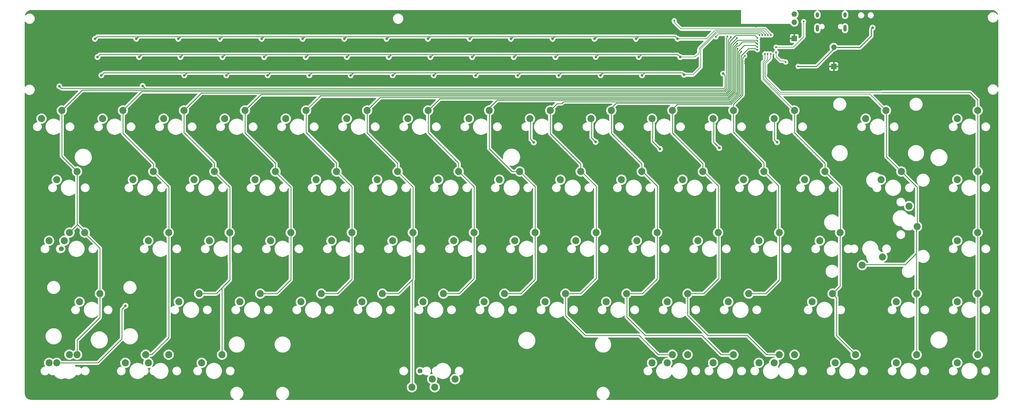
<source format=gbr>
%TF.GenerationSoftware,KiCad,Pcbnew,(5.99.0-8557-g8988e46ab1)*%
%TF.CreationDate,2021-03-06T06:48:04-07:00*%
%TF.ProjectId,SF65,53463635-2e6b-4696-9361-645f70636258,rev?*%
%TF.SameCoordinates,Original*%
%TF.FileFunction,Copper,L2,Bot*%
%TF.FilePolarity,Positive*%
%FSLAX46Y46*%
G04 Gerber Fmt 4.6, Leading zero omitted, Abs format (unit mm)*
G04 Created by KiCad (PCBNEW (5.99.0-8557-g8988e46ab1)) date 2021-03-06 06:48:04*
%MOMM*%
%LPD*%
G01*
G04 APERTURE LIST*
%TA.AperFunction,ComponentPad*%
%ADD10O,1.000000X2.100000*%
%TD*%
%TA.AperFunction,ComponentPad*%
%ADD11O,1.000000X1.600000*%
%TD*%
%TA.AperFunction,ComponentPad*%
%ADD12C,2.200000*%
%TD*%
%TA.AperFunction,WasherPad*%
%ADD13C,1.524000*%
%TD*%
%TA.AperFunction,ComponentPad*%
%ADD14R,1.700000X1.700000*%
%TD*%
%TA.AperFunction,ComponentPad*%
%ADD15O,1.700000X1.700000*%
%TD*%
%TA.AperFunction,ViaPad*%
%ADD16C,0.600000*%
%TD*%
%TA.AperFunction,ViaPad*%
%ADD17C,0.800000*%
%TD*%
%TA.AperFunction,Conductor*%
%ADD18C,0.300000*%
%TD*%
%TA.AperFunction,Conductor*%
%ADD19C,0.200000*%
%TD*%
%TA.AperFunction,Conductor*%
%ADD20C,0.250000*%
%TD*%
G04 APERTURE END LIST*
D10*
%TO.P,J1,S1,SHIELD*%
%TO.N,Net-(R11-Pad2)*%
X270394456Y-2927458D03*
D11*
X270394456Y1252542D03*
D10*
X279034456Y-2927458D03*
D11*
X279034456Y1252542D03*
%TD*%
D12*
%TO.P,SW55,1,1*%
%TO.N,/Col10*%
X229900000Y-85725000D03*
%TO.P,SW55,2,2*%
%TO.N,Net-(D52-Pad2)*%
X223550000Y-88265000D03*
%TD*%
%TO.P,SW19,1,1*%
%TO.N,/Col3*%
X101312500Y-47625000D03*
%TO.P,SW19,2,2*%
%TO.N,Net-(D19-Pad2)*%
X94962500Y-50165000D03*
%TD*%
%TO.P,SW17,1,1*%
%TO.N,/Col2*%
X67975000Y-104775000D03*
%TO.P,SW17,2,2*%
%TO.N,Net-(D17-Pad2)*%
X61625000Y-107315000D03*
%TD*%
%TO.P,SW8,1,1*%
%TO.N,/Col1*%
X53687500Y-28575000D03*
%TO.P,SW8,2,2*%
%TO.N,Net-(D9-Pad2)*%
X47337500Y-31115000D03*
%TD*%
%TO.P,SW44,1,1*%
%TO.N,/Col8*%
X225137500Y-104775000D03*
%TO.P,SW44,2,2*%
%TO.N,Net-(D43-Pad2)*%
X218787500Y-107315000D03*
%TD*%
%TO.P,SW46,1,1*%
%TO.N,/Col9*%
X206087500Y-28575000D03*
%TO.P,SW46,2,2*%
%TO.N,Net-(D44-Pad2)*%
X199737500Y-31115000D03*
%TD*%
D13*
%TO.P,SW1,*%
%TO.N,*%
X34478750Y-71755000D03*
D12*
%TO.P,SW1,1,1*%
%TO.N,/Col0*%
X37018750Y-66675000D03*
%TO.P,SW1,2,2*%
%TO.N,Net-(D6-Pad2)*%
X30668750Y-69215000D03*
%TD*%
%TO.P,SW35,1,1*%
%TO.N,/Col6*%
X153700000Y-85725000D03*
%TO.P,SW35,2,2*%
%TO.N,Net-(D34-Pad2)*%
X147350000Y-88265000D03*
%TD*%
%TO.P,SW5,1,1*%
%TO.N,/Col0*%
X46543750Y-85725000D03*
%TO.P,SW5,2,2*%
%TO.N,Net-(D7-Pad2)*%
X40193750Y-88265000D03*
%TD*%
%TO.P,SW60,1,1*%
%TO.N,/Col11*%
X248950000Y-85725000D03*
%TO.P,SW60,2,2*%
%TO.N,Net-(D57-Pad2)*%
X242600000Y-88265000D03*
%TD*%
%TO.P,SW47,1,1*%
%TO.N,/Col9*%
X215612500Y-47625000D03*
%TO.P,SW47,2,2*%
%TO.N,Net-(D45-Pad2)*%
X209262500Y-50165000D03*
%TD*%
%TO.P,SW40,1,1*%
%TO.N,/Col8*%
X187037500Y-28575000D03*
%TO.P,SW40,2,2*%
%TO.N,Net-(D39-Pad2)*%
X180687500Y-31115000D03*
%TD*%
%TO.P,SW34,1,1*%
%TO.N,/Col6*%
X163225000Y-66675000D03*
%TO.P,SW34,2,2*%
%TO.N,Net-(D33-Pad2)*%
X156875000Y-69215000D03*
%TD*%
%TO.P,SW43,1,1*%
%TO.N,/Col8*%
X191800000Y-85725000D03*
%TO.P,SW43,2,2*%
%TO.N,Net-(D42-Pad2)*%
X185450000Y-88265000D03*
%TD*%
%TO.P,SW53,1,1*%
%TO.N,/Col10*%
X234662500Y-47625000D03*
%TO.P,SW53,2,2*%
%TO.N,Net-(D50-Pad2)*%
X228312500Y-50165000D03*
%TD*%
%TO.P,SW12,1,1*%
%TO.N,/Col2*%
X72737500Y-28575000D03*
%TO.P,SW12,2,2*%
%TO.N,Net-(D13-Pad2)*%
X66387500Y-31115000D03*
%TD*%
%TO.P,SW75,1,1*%
%TO.N,/Col14*%
X320387500Y-85725000D03*
%TO.P,SW75,2,2*%
%TO.N,Net-(D70-Pad2)*%
X314037500Y-88265000D03*
%TD*%
%TO.P,SW52,1,1*%
%TO.N,/Col10*%
X225137500Y-28575000D03*
%TO.P,SW52,2,2*%
%TO.N,Net-(D49-Pad2)*%
X218787500Y-31115000D03*
%TD*%
%TO.P,SW42,1,1*%
%TO.N,/Col8*%
X201325000Y-66675000D03*
%TO.P,SW42,2,2*%
%TO.N,Net-(D41-Pad2)*%
X194975000Y-69215000D03*
%TD*%
%TO.P,SW73,1,1*%
%TO.N,/Col14*%
X320387500Y-47625000D03*
%TO.P,SW73,2,2*%
%TO.N,Net-(D68-Pad2)*%
X314037500Y-50165000D03*
%TD*%
D14*
%TO.P,J3,1,1*%
%TO.N,GND*%
X275500000Y-14830000D03*
D15*
%TO.P,J3,2,2*%
%TO.N,VBAT*%
X275500000Y-8830000D03*
%TD*%
D12*
%TO.P,SW69,1,1*%
%TO.N,/Col13*%
X301337500Y-85725000D03*
%TO.P,SW69,2,2*%
%TO.N,Net-(D65-Pad2)*%
X294987500Y-88265000D03*
%TD*%
%TO.P,SW20,1,1*%
%TO.N,/Col3*%
X106075000Y-66675000D03*
%TO.P,SW20,2,2*%
%TO.N,Net-(D20-Pad2)*%
X99725000Y-69215000D03*
%TD*%
%TO.P,SW63,1,1*%
%TO.N,/Col12*%
X275143750Y-85725000D03*
%TO.P,SW63,2,2*%
%TO.N,Net-(D60-Pad2)*%
X268793750Y-88265000D03*
%TD*%
%TO.P,SW3,1,1*%
%TO.N,/Col0*%
X39400000Y-47625000D03*
%TO.P,SW3,2,2*%
%TO.N,Net-(D5-Pad2)*%
X33050000Y-50165000D03*
%TD*%
%TO.P,SW30,1,1*%
%TO.N,/Col5*%
X151001250Y-114935000D03*
%TO.P,SW30,2,2*%
%TO.N,Net-(D30-Pad2)*%
X157351250Y-112395000D03*
%TD*%
%TO.P,SW23,1,1*%
%TO.N,/Col4*%
X120362500Y-47625000D03*
%TO.P,SW23,2,2*%
%TO.N,Net-(D23-Pad2)*%
X114012500Y-50165000D03*
%TD*%
%TO.P,SW51,1,1*%
%TO.N,/Col10*%
X258475000Y-104775000D03*
%TO.P,SW51,2,2*%
%TO.N,Net-(D53-Pad2)*%
X252125000Y-107315000D03*
%TD*%
%TO.P,SW64,1,1*%
%TO.N,/Col12*%
X282287500Y-104775000D03*
%TO.P,SW64,2,2*%
%TO.N,Net-(D61-Pad2)*%
X275937500Y-107315000D03*
%TD*%
%TO.P,SW28,1,1*%
%TO.N,/Col5*%
X144175000Y-66675000D03*
%TO.P,SW28,2,2*%
%TO.N,Net-(D28-Pad2)*%
X137825000Y-69215000D03*
%TD*%
D13*
%TO.P,SW31,*%
%TO.N,*%
X146397500Y-109855000D03*
D12*
%TO.P,SW31,1,1*%
%TO.N,/Col5*%
X143857500Y-114935000D03*
%TO.P,SW31,2,2*%
%TO.N,Net-(D30-Pad2)*%
X150207500Y-112395000D03*
%TD*%
%TO.P,SW24,1,1*%
%TO.N,/Col4*%
X125125000Y-66675000D03*
%TO.P,SW24,2,2*%
%TO.N,Net-(D24-Pad2)*%
X118775000Y-69215000D03*
%TD*%
%TO.P,SW18,1,1*%
%TO.N,/Col3*%
X91787500Y-28575000D03*
%TO.P,SW18,2,2*%
%TO.N,Net-(D18-Pad2)*%
X85437500Y-31115000D03*
%TD*%
%TO.P,SW76,1,1*%
%TO.N,/Col14*%
X320387500Y-104775000D03*
%TO.P,SW76,2,2*%
%TO.N,Net-(D71-Pad2)*%
X314037500Y-107315000D03*
%TD*%
%TO.P,SW39,1,1*%
%TO.N,/Col7*%
X172750000Y-85725000D03*
%TO.P,SW39,2,2*%
%TO.N,Net-(D38-Pad2)*%
X166400000Y-88265000D03*
%TD*%
%TO.P,SW59,1,1*%
%TO.N,/Col11*%
X258475000Y-66675000D03*
%TO.P,SW59,2,2*%
%TO.N,Net-(D56-Pad2)*%
X252125000Y-69215000D03*
%TD*%
%TO.P,SW13,1,1*%
%TO.N,/Col2*%
X82262500Y-47625000D03*
%TO.P,SW13,2,2*%
%TO.N,Net-(D14-Pad2)*%
X75912500Y-50165000D03*
%TD*%
%TO.P,SW6,1,1*%
%TO.N,/Col0*%
X37018750Y-104775000D03*
%TO.P,SW6,2,2*%
%TO.N,Net-(D8-Pad2)*%
X30668750Y-107315000D03*
%TD*%
%TO.P,SW77,1,1*%
%TO.N,/Col12*%
X277475000Y-66675000D03*
%TO.P,SW77,2,2*%
%TO.N,Net-(D72-Pad2)*%
X271125000Y-69215000D03*
%TD*%
%TO.P,SW9,1,1*%
%TO.N,/Col1*%
X63212500Y-47625000D03*
%TO.P,SW9,2,2*%
%TO.N,Net-(D10-Pad2)*%
X56862500Y-50165000D03*
%TD*%
%TO.P,SW22,1,1*%
%TO.N,/Col4*%
X110837500Y-28575000D03*
%TO.P,SW22,2,2*%
%TO.N,Net-(D22-Pad2)*%
X104487500Y-31115000D03*
%TD*%
%TO.P,SW2,1,1*%
%TO.N,/Col0*%
X34637500Y-28575000D03*
%TO.P,SW2,2,2*%
%TO.N,Net-(D4-Pad2)*%
X28287500Y-31115000D03*
%TD*%
%TO.P,SW41,1,1*%
%TO.N,/Col8*%
X196562500Y-47625000D03*
%TO.P,SW41,2,2*%
%TO.N,Net-(D40-Pad2)*%
X190212500Y-50165000D03*
%TD*%
%TO.P,SW36,1,1*%
%TO.N,/Col7*%
X167987500Y-28575000D03*
%TO.P,SW36,2,2*%
%TO.N,Net-(D35-Pad2)*%
X161637500Y-31115000D03*
%TD*%
%TO.P,SW26,1,1*%
%TO.N,/Col5*%
X129887500Y-28575000D03*
%TO.P,SW26,2,2*%
%TO.N,Net-(D26-Pad2)*%
X123537500Y-31115000D03*
%TD*%
%TO.P,SW14,1,1*%
%TO.N,/Col2*%
X87025000Y-66675000D03*
%TO.P,SW14,2,2*%
%TO.N,Net-(D15-Pad2)*%
X80675000Y-69215000D03*
%TD*%
%TO.P,SW68,1,1*%
%TO.N,/Col13*%
X284351250Y-76835000D03*
%TO.P,SW68,2,2*%
%TO.N,Net-(D64-Pad2)*%
X290701250Y-74295000D03*
%TD*%
%TO.P,SW15,1,1*%
%TO.N,/Col2*%
X77500000Y-85725000D03*
%TO.P,SW15,2,2*%
%TO.N,Net-(D16-Pad2)*%
X71150000Y-88265000D03*
%TD*%
%TO.P,SW71,1,1*%
%TO.N,/Col13*%
X301496250Y-64770000D03*
%TO.P,SW71,2,2*%
%TO.N,Net-(D64-Pad2)*%
X298956250Y-58420000D03*
%TD*%
%TO.P,SW16,1,1*%
%TO.N,/Col2*%
X84643750Y-104775000D03*
%TO.P,SW16,2,2*%
%TO.N,Net-(D17-Pad2)*%
X78293750Y-107315000D03*
%TD*%
%TO.P,SW61,1,1*%
%TO.N,/Col12*%
X263237500Y-28575000D03*
%TO.P,SW61,2,2*%
%TO.N,Net-(D58-Pad2)*%
X256887500Y-31115000D03*
%TD*%
%TO.P,SW27,1,1*%
%TO.N,/Col5*%
X139412500Y-47625000D03*
%TO.P,SW27,2,2*%
%TO.N,Net-(D27-Pad2)*%
X133062500Y-50165000D03*
%TD*%
%TO.P,SW67,1,1*%
%TO.N,/Col13*%
X296575000Y-47625000D03*
%TO.P,SW67,2,2*%
%TO.N,Net-(D63-Pad2)*%
X290225000Y-50165000D03*
%TD*%
%TO.P,SW11,1,1*%
%TO.N,/Col1*%
X60831250Y-104775000D03*
%TO.P,SW11,2,2*%
%TO.N,Net-(D12-Pad2)*%
X54481250Y-107315000D03*
%TD*%
%TO.P,SW58,1,1*%
%TO.N,/Col11*%
X253712500Y-47625000D03*
%TO.P,SW58,2,2*%
%TO.N,Net-(D55-Pad2)*%
X247362500Y-50165000D03*
%TD*%
%TO.P,SW7,1,1*%
%TO.N,/Col0*%
X39400000Y-104775000D03*
%TO.P,SW7,2,2*%
%TO.N,Net-(D8-Pad2)*%
X33050000Y-107315000D03*
%TD*%
%TO.P,SW32,1,1*%
%TO.N,/Col6*%
X148937500Y-28575000D03*
%TO.P,SW32,2,2*%
%TO.N,Net-(D31-Pad2)*%
X142587500Y-31115000D03*
%TD*%
%TO.P,SW37,1,1*%
%TO.N,/Col7*%
X177512500Y-47625000D03*
%TO.P,SW37,2,2*%
%TO.N,Net-(D36-Pad2)*%
X171162500Y-50165000D03*
%TD*%
%TO.P,SW56,1,1*%
%TO.N,/Col10*%
X263237500Y-104775000D03*
%TO.P,SW56,2,2*%
%TO.N,Net-(D53-Pad2)*%
X256887500Y-107315000D03*
%TD*%
%TO.P,SW57,1,1*%
%TO.N,/Col11*%
X244187500Y-28575000D03*
%TO.P,SW57,2,2*%
%TO.N,Net-(D54-Pad2)*%
X237837500Y-31115000D03*
%TD*%
%TO.P,SW50,1,1*%
%TO.N,/Col9*%
X244187500Y-104775000D03*
%TO.P,SW50,2,2*%
%TO.N,Net-(D48-Pad2)*%
X237837500Y-107315000D03*
%TD*%
%TO.P,SW21,1,1*%
%TO.N,/Col3*%
X96550000Y-85725000D03*
%TO.P,SW21,2,2*%
%TO.N,Net-(D21-Pad2)*%
X90200000Y-88265000D03*
%TD*%
%TO.P,SW62,1,1*%
%TO.N,/Col12*%
X272762500Y-47625000D03*
%TO.P,SW62,2,2*%
%TO.N,Net-(D59-Pad2)*%
X266412500Y-50165000D03*
%TD*%
%TO.P,SW29,1,1*%
%TO.N,/Col5*%
X134650000Y-85725000D03*
%TO.P,SW29,2,2*%
%TO.N,Net-(D29-Pad2)*%
X128300000Y-88265000D03*
%TD*%
%TO.P,SW38,1,1*%
%TO.N,/Col7*%
X182275000Y-66675000D03*
%TO.P,SW38,2,2*%
%TO.N,Net-(D37-Pad2)*%
X175925000Y-69215000D03*
%TD*%
%TO.P,SW48,1,1*%
%TO.N,/Col9*%
X220375000Y-66675000D03*
%TO.P,SW48,2,2*%
%TO.N,Net-(D46-Pad2)*%
X214025000Y-69215000D03*
%TD*%
%TO.P,SW33,1,1*%
%TO.N,/Col6*%
X158462500Y-47625000D03*
%TO.P,SW33,2,2*%
%TO.N,Net-(D32-Pad2)*%
X152112500Y-50165000D03*
%TD*%
%TO.P,SW49,1,1*%
%TO.N,/Col9*%
X210850000Y-85725000D03*
%TO.P,SW49,2,2*%
%TO.N,Net-(D47-Pad2)*%
X204500000Y-88265000D03*
%TD*%
%TO.P,SW72,1,1*%
%TO.N,/Col14*%
X320387500Y-28575000D03*
%TO.P,SW72,2,2*%
%TO.N,Net-(D67-Pad2)*%
X314037500Y-31115000D03*
%TD*%
%TO.P,SW70,1,1*%
%TO.N,/Col13*%
X301337500Y-104775000D03*
%TO.P,SW70,2,2*%
%TO.N,Net-(D66-Pad2)*%
X294987500Y-107315000D03*
%TD*%
D14*
%TO.P,SWD/C1,1,Pin_1*%
%TO.N,GND*%
X263200000Y-6130000D03*
D15*
%TO.P,SWD/C1,3,Pin_3*%
%TO.N,/SWD*%
X263200000Y-1050000D03*
%TO.P,SWD/C1,4,Pin_4*%
%TO.N,/SWC*%
X263200000Y1490000D03*
%TD*%
D12*
%TO.P,SW74,1,1*%
%TO.N,/Col14*%
X320387500Y-66675000D03*
%TO.P,SW74,2,2*%
%TO.N,Net-(D69-Pad2)*%
X314037500Y-69215000D03*
%TD*%
%TO.P,SW45,1,1*%
%TO.N,/Col8*%
X229900000Y-104775000D03*
%TO.P,SW45,2,2*%
%TO.N,Net-(D43-Pad2)*%
X223550000Y-107315000D03*
%TD*%
%TO.P,SW4,1,1*%
%TO.N,/Col0*%
X41781250Y-66675000D03*
%TO.P,SW4,2,2*%
%TO.N,Net-(D6-Pad2)*%
X35431250Y-69215000D03*
%TD*%
%TO.P,SW66,1,1*%
%TO.N,/Col13*%
X291812500Y-28575000D03*
%TO.P,SW66,2,2*%
%TO.N,Net-(D62-Pad2)*%
X285462500Y-31115000D03*
%TD*%
%TO.P,SW10,1,1*%
%TO.N,/Col1*%
X67975000Y-66675000D03*
%TO.P,SW10,2,2*%
%TO.N,Net-(D11-Pad2)*%
X61625000Y-69215000D03*
%TD*%
%TO.P,SW25,1,1*%
%TO.N,/Col4*%
X115600000Y-85725000D03*
%TO.P,SW25,2,2*%
%TO.N,Net-(D25-Pad2)*%
X109250000Y-88265000D03*
%TD*%
%TO.P,SW54,1,1*%
%TO.N,/Col10*%
X239425000Y-66675000D03*
%TO.P,SW54,2,2*%
%TO.N,Net-(D51-Pad2)*%
X233075000Y-69215000D03*
%TD*%
D16*
%TO.N,GND*%
X269435000Y-4330000D03*
D17*
%TO.N,VBAT*%
X287635000Y-2730000D03*
D16*
%TO.N,GND*%
X284235000Y-3330000D03*
X284235000Y-4730000D03*
X280735000Y-6430000D03*
X279835000Y-4430000D03*
X271535000Y-7130000D03*
%TO.N,VBAT*%
X264400000Y-14830000D03*
%TO.N,GND*%
X218200000Y-8130000D03*
X113200000Y-2130000D03*
X255335000Y-8530000D03*
X116200000Y-20130000D03*
X62200000Y-8130000D03*
X51200000Y-37130000D03*
X142200000Y-20130000D03*
X192200000Y-8130000D03*
X36860000Y-95567500D03*
X194200000Y-20130000D03*
X84485000Y-76517500D03*
X295200000Y-9130000D03*
X89200000Y-14130000D03*
X256335000Y-7630000D03*
X274985000Y-76517500D03*
X253035000Y-8530000D03*
X248735000Y-1930000D03*
X98772500Y-57467500D03*
X180200000Y-14130000D03*
X205200000Y-8130000D03*
X103535000Y-76517500D03*
X247935000Y-2230000D03*
X259835000Y-1930000D03*
X170210000Y-95567500D03*
X241535000Y-30580000D03*
X151160000Y-95567500D03*
X160685000Y-76517500D03*
X127347500Y-38417500D03*
X233200000Y-20130000D03*
X36200000Y-8130000D03*
X217200000Y-2130000D03*
X126200000Y-2130000D03*
X213072500Y-57467500D03*
X260435000Y-30580000D03*
X61200000Y-2130000D03*
X230200000Y-2130000D03*
X174972500Y-57467500D03*
X217835000Y-76517500D03*
X37200000Y-14130000D03*
X248535000Y-13830000D03*
X203335000Y-30580000D03*
X219200000Y-14130000D03*
X265400000Y-17780000D03*
X38200000Y-20130000D03*
X289272500Y-38417500D03*
X255335000Y-7630000D03*
X204200000Y-2130000D03*
X51200000Y-14130000D03*
X253035000Y-7530000D03*
X113060000Y-95567500D03*
X51147500Y-38417500D03*
X251172500Y-57467500D03*
X179200000Y-8130000D03*
X251235000Y-2430000D03*
X52200000Y-20130000D03*
X94010000Y-95567500D03*
X253035000Y-9330000D03*
X222435000Y-30680000D03*
X65435000Y-76517500D03*
X63200000Y-14130000D03*
X178200000Y-2130000D03*
X295200000Y-16130000D03*
X260335000Y-12430000D03*
X140200000Y-8130000D03*
X167200000Y-14130000D03*
X317847500Y-38417500D03*
X232200000Y-14130000D03*
X236885000Y-76517500D03*
X314200000Y-2130000D03*
X100200000Y-2130000D03*
X248535000Y-13130000D03*
X232122500Y-57467500D03*
X254900000Y-17580000D03*
X36860000Y-114617500D03*
X247835000Y-13130000D03*
X115200000Y-14130000D03*
X250835000Y-1830000D03*
X203547500Y-38417500D03*
X168200000Y-20130000D03*
X74960000Y-95567500D03*
X136872500Y-57467500D03*
X295200000Y-2130000D03*
X75200000Y-8130000D03*
X122585000Y-76517500D03*
X298797500Y-95567500D03*
X184497500Y-40798750D03*
X227360000Y-95567500D03*
X32097500Y-38417500D03*
X166200000Y-8130000D03*
X231200000Y-8130000D03*
X127200000Y-8130000D03*
X181200000Y-20130000D03*
X317847500Y-57467500D03*
X256335000Y-8530000D03*
X76200000Y-14130000D03*
X152200000Y-2130000D03*
X220200000Y-20130000D03*
X254135000Y-9330000D03*
X141200000Y-14130000D03*
X264300000Y-13480000D03*
X141635000Y-76517500D03*
X129200000Y-20130000D03*
X88200000Y-8130000D03*
X155200000Y-20130000D03*
X314200000Y-16130000D03*
X255335000Y-9330000D03*
X248535000Y-12430000D03*
X247035000Y-1930000D03*
X51147500Y-40798750D03*
X70197500Y-38417500D03*
X255935000Y-76517500D03*
X64200000Y-20130000D03*
X208310000Y-95567500D03*
X132110000Y-95567500D03*
X101200000Y-8130000D03*
X49200000Y-2130000D03*
X165447500Y-38417500D03*
X206200000Y-14130000D03*
X247835000Y-13830000D03*
X191200000Y-2130000D03*
X74200000Y-2130000D03*
X108297500Y-38417500D03*
X254135000Y-8530000D03*
X314200000Y-8130000D03*
X264100000Y-15980000D03*
X198785000Y-76517500D03*
X36860000Y-76517500D03*
X270222500Y-57467500D03*
X254135000Y-7530000D03*
X102200000Y-14130000D03*
X35700000Y-2130000D03*
X140200000Y-4130000D03*
X128200000Y-14130000D03*
X193200000Y-14130000D03*
X305800000Y-26480000D03*
X117822500Y-57467500D03*
X194022500Y-57467500D03*
X179735000Y-76517500D03*
X90200000Y-20130000D03*
X84485000Y-114617500D03*
X154200000Y-14130000D03*
X165200000Y-2130000D03*
X184435000Y-30580000D03*
X246410000Y-95567500D03*
X207200000Y-20130000D03*
X103200000Y-20130000D03*
X89247500Y-38417500D03*
X50200000Y-8130000D03*
X316135000Y-26880000D03*
X258900000Y-20480000D03*
X87200000Y-2130000D03*
X77200000Y-20130000D03*
X114200000Y-8130000D03*
X55910000Y-114617500D03*
X146397500Y-38417500D03*
X79722500Y-57467500D03*
X256335000Y-9330000D03*
X155922500Y-57467500D03*
X317847500Y-76517500D03*
X260635000Y-2030000D03*
X153200000Y-8130000D03*
X317847500Y-95567500D03*
X60672500Y-57467500D03*
X189260000Y-95567500D03*
%TO.N,/Row0*%
X225735000Y-567500D03*
X255900000Y-5030000D03*
D17*
%TO.N,/Row1*%
X187772500Y-6230000D03*
X135972500Y-6230000D03*
X226772500Y-6230000D03*
X96972500Y-6230000D03*
X148872500Y-6230000D03*
X200872500Y-6230000D03*
X109772500Y-6230000D03*
X70972500Y-6230000D03*
X213772500Y-6230000D03*
X161872500Y-6230000D03*
X83972500Y-6230000D03*
X44972500Y-6230000D03*
X122772500Y-6230000D03*
X57872500Y-6230000D03*
D16*
X255000000Y-5030000D03*
D17*
X174772500Y-6230000D03*
%TO.N,/Row2*%
X188672500Y-11930000D03*
X84772500Y-11930000D03*
X201248671Y-11863332D03*
X149672500Y-11930000D03*
X175672500Y-11930000D03*
X214672500Y-11930000D03*
X71672500Y-11930000D03*
X45772500Y-11930000D03*
X136672500Y-11930000D03*
X162672500Y-11930000D03*
X58772500Y-11930000D03*
X97772500Y-11930000D03*
D16*
X254100000Y-5030000D03*
D17*
X110772500Y-11930000D03*
X123572500Y-11930000D03*
X227572500Y-11930000D03*
%TO.N,Net-(D8-Pad2)*%
X54500000Y-89500000D03*
%TO.N,/Row3*%
X202748671Y-17630000D03*
X189672500Y-17630000D03*
X98872500Y-17630000D03*
X137872500Y-17630000D03*
X228772500Y-17430000D03*
X163772500Y-17630000D03*
X176872500Y-17630000D03*
D16*
X253200000Y-5030000D03*
D17*
X111872500Y-17630000D03*
X46972500Y-17630000D03*
X215672500Y-17630000D03*
X85972500Y-17630000D03*
X150672500Y-17630000D03*
X124772500Y-17630000D03*
X72872500Y-17630000D03*
%TO.N,Net-(D39-Pad2)*%
X181900000Y-38580000D03*
%TO.N,Net-(D44-Pad2)*%
X201200000Y-38400000D03*
%TO.N,Net-(D49-Pad2)*%
X221300000Y-40580000D03*
%TO.N,Net-(D54-Pad2)*%
X239800000Y-40280000D03*
%TO.N,Net-(D58-Pad2)*%
X257800000Y-38500000D03*
%TO.N,/Row4*%
X33872500Y-21030000D03*
X59872500Y-20930000D03*
D16*
X252300000Y-5030000D03*
D17*
X241000000Y-17080000D03*
D16*
X238722500Y-5630000D03*
%TO.N,RESET*%
X257500000Y-8830000D03*
X266100000Y-830000D03*
%TO.N,/BATTERY_MEASURE*%
X260500000Y-13480000D03*
X257520000Y-10450000D03*
%TO.N,/Col0*%
X242335000Y-5430000D03*
%TO.N,/Col1*%
X243400000Y-5730000D03*
%TO.N,/Col2*%
X251700000Y-5930000D03*
%TO.N,/Col3*%
X245335000Y-5930000D03*
%TO.N,/Col4*%
X251700000Y-6930000D03*
%TO.N,/Col5*%
X245400000Y-7730000D03*
%TO.N,/Col6*%
X251700000Y-7830000D03*
%TO.N,/Col7*%
X245500000Y-9230000D03*
%TO.N,/Col8*%
X251700000Y-8730000D03*
%TO.N,/Col9*%
X246635000Y-10230000D03*
%TO.N,/Col10*%
X251700000Y-9630000D03*
%TO.N,/Col11*%
X247735000Y-11530000D03*
%TO.N,/Col12*%
X254000000Y-10930000D03*
%TO.N,/Col13*%
X254900000Y-10930000D03*
%TO.N,/Col14*%
X255800000Y-10930000D03*
%TD*%
D18*
%TO.N,VBAT*%
X287635000Y-2730000D02*
X287214456Y-3150544D01*
X287214456Y-3150544D02*
X287214456Y-5415544D01*
X287214456Y-5415544D02*
X283700000Y-8930000D01*
X283700000Y-8930000D02*
X275600000Y-8930000D01*
X275600000Y-8930000D02*
X275500000Y-8830000D01*
X264400000Y-14830000D02*
X270100000Y-14830000D01*
X270100000Y-14830000D02*
X275500000Y-9430000D01*
X275500000Y-9430000D02*
X275500000Y-8830000D01*
D19*
%TO.N,/Row0*%
X253765694Y-3129980D02*
X253565694Y-3129980D01*
X225735000Y-1065000D02*
X225735000Y-567500D01*
X227800000Y-3130000D02*
X225735000Y-1065000D01*
X254100000Y-3130000D02*
X253765714Y-3130000D01*
X253765714Y-3130000D02*
X253765694Y-3129980D01*
X253565694Y-3129980D02*
X253565653Y-3129940D01*
X238334347Y-3129940D02*
X253565653Y-3129940D01*
X238334347Y-3129940D02*
X238334287Y-3130000D01*
X255900000Y-5030000D02*
X255900000Y-4930000D01*
X255900000Y-4930000D02*
X254100000Y-3130000D01*
X238334287Y-3130000D02*
X227800000Y-3130000D01*
%TO.N,/Row1*%
X253399960Y-3529960D02*
X238500040Y-3529960D01*
D20*
X226072500Y-5530000D02*
X226772500Y-6230000D01*
X200872500Y-6230000D02*
X201572500Y-5530000D01*
D19*
X235800000Y-6230000D02*
X238500040Y-3529960D01*
D20*
X57872500Y-6230000D02*
X58572500Y-5530000D01*
D19*
X235800000Y-6230000D02*
X226772500Y-6230000D01*
D20*
X109772500Y-6230000D02*
X110472500Y-5530000D01*
X45672500Y-5530000D02*
X226072500Y-5530000D01*
X174772500Y-6230000D02*
X175472500Y-5530000D01*
X70972500Y-6230000D02*
X71672500Y-5530000D01*
X83972500Y-6230000D02*
X84672500Y-5530000D01*
X148872500Y-6230000D02*
X149572500Y-5530000D01*
X122772500Y-6230000D02*
X123472500Y-5530000D01*
X135972500Y-6230000D02*
X136672500Y-5530000D01*
D19*
X253600000Y-3530000D02*
X253400000Y-3530000D01*
X255000000Y-5030000D02*
X255000000Y-4930000D01*
X253400000Y-3530000D02*
X253399960Y-3529960D01*
D20*
X44972500Y-6230000D02*
X45672500Y-5530000D01*
X187772500Y-6230000D02*
X188472500Y-5530000D01*
X96972500Y-6230000D02*
X97672500Y-5530000D01*
D19*
X255000000Y-4930000D02*
X253600000Y-3530000D01*
D20*
X161872500Y-6230000D02*
X162572500Y-5530000D01*
X213772500Y-6230000D02*
X214472500Y-5530000D01*
%TO.N,/Row2*%
X58772500Y-11930000D02*
X59572500Y-11130000D01*
X46472500Y-11130000D02*
X45772500Y-11830000D01*
X201248671Y-11863332D02*
X201982003Y-11130000D01*
X111572500Y-11130000D02*
X98672500Y-11130000D01*
X136672500Y-11930000D02*
X137472500Y-11130000D01*
X124272500Y-11230000D02*
X124272500Y-11130000D01*
X227572500Y-11930000D02*
X226772500Y-11130000D01*
D19*
X233599980Y-9430020D02*
X233500000Y-9530000D01*
X253065693Y-3929980D02*
X245200020Y-3929980D01*
X254100000Y-4964286D02*
X253065693Y-3929980D01*
D20*
X201982003Y-11130000D02*
X189472500Y-11130000D01*
X163372500Y-11230000D02*
X163372500Y-11130000D01*
X124272500Y-11130000D02*
X163372500Y-11130000D01*
X84772500Y-11930000D02*
X85572500Y-11130000D01*
D19*
X245200020Y-3929980D02*
X245200000Y-3930000D01*
D20*
X163372500Y-11130000D02*
X176572500Y-11130000D01*
X71672500Y-11930000D02*
X72372500Y-11230000D01*
X175672500Y-11930000D02*
X176472500Y-11130000D01*
X226672500Y-11130000D02*
X215472500Y-11130000D01*
X215472500Y-11130000D02*
X201982003Y-11130000D01*
X162672500Y-11930000D02*
X163372500Y-11230000D01*
X189472500Y-11130000D02*
X176572500Y-11130000D01*
X72372500Y-11130000D02*
X98672500Y-11130000D01*
X72372500Y-11230000D02*
X72372500Y-11130000D01*
D19*
X254100000Y-5030000D02*
X254100000Y-4964286D01*
X232200000Y-11930000D02*
X227572500Y-11930000D01*
D20*
X226772500Y-11130000D02*
X226672500Y-11130000D01*
X149672500Y-11930000D02*
X150472500Y-11130000D01*
X45772500Y-11830000D02*
X45772500Y-11930000D01*
X214672500Y-11930000D02*
X215472500Y-11130000D01*
D19*
X233500000Y-10630000D02*
X232200000Y-11930000D01*
D20*
X46472500Y-11130000D02*
X72372500Y-11130000D01*
X123572500Y-11930000D02*
X124272500Y-11230000D01*
D19*
X238834306Y-3929980D02*
X233599980Y-9164306D01*
D20*
X188672500Y-11930000D02*
X189472500Y-11130000D01*
X110772500Y-11930000D02*
X111572500Y-11130000D01*
D19*
X233599980Y-9164306D02*
X233599980Y-9430020D01*
D20*
X97772500Y-11930000D02*
X98572500Y-11130000D01*
D19*
X245200020Y-3929980D02*
X238834306Y-3929980D01*
X233500000Y-9530000D02*
X233500000Y-10630000D01*
D20*
X124272500Y-11130000D02*
X111572500Y-11130000D01*
%TO.N,Net-(D8-Pad2)*%
X54500000Y-89500000D02*
X53400000Y-90600000D01*
X53378729Y-97832989D02*
X53378729Y-99821271D01*
X53400000Y-97811718D02*
X53378729Y-97832989D01*
X53400000Y-90600000D02*
X53400000Y-97811718D01*
X53378729Y-99821271D02*
X45885000Y-107315000D01*
X45885000Y-107315000D02*
X33050000Y-107315000D01*
%TO.N,/Row3*%
X46972500Y-17630000D02*
X47772500Y-16830000D01*
D19*
X252635000Y-4330000D02*
X239000000Y-4330000D01*
D20*
X202748671Y-17596668D02*
X203515339Y-16830000D01*
X99672500Y-16830000D02*
X125572500Y-16830000D01*
X98872500Y-17630000D02*
X99672500Y-16830000D01*
D19*
X253200000Y-4895000D02*
X252635000Y-4330000D01*
D20*
X176872500Y-17630000D02*
X177672500Y-16830000D01*
X138772500Y-16830000D02*
X151472500Y-16830000D01*
X164472500Y-16930000D02*
X164472500Y-16830000D01*
D19*
X239000000Y-4330000D02*
X234000000Y-9330000D01*
D20*
X137872500Y-17630000D02*
X138672500Y-16830000D01*
X163772500Y-17630000D02*
X164472500Y-16930000D01*
X47772500Y-16830000D02*
X99772500Y-16830000D01*
X177772500Y-16830000D02*
X190372500Y-16830000D01*
X228772500Y-17430000D02*
X228572500Y-17630000D01*
D19*
X234000000Y-15030000D02*
X231600000Y-17430000D01*
X234000000Y-9330000D02*
X234000000Y-15030000D01*
X231600000Y-17430000D02*
X228772500Y-17430000D01*
D20*
X164472500Y-16830000D02*
X177772500Y-16830000D01*
X150672500Y-17630000D02*
X151472500Y-16830000D01*
X151472500Y-16830000D02*
X164472500Y-16830000D01*
X111872500Y-17630000D02*
X112672500Y-16830000D01*
X85972500Y-17630000D02*
X86772500Y-16830000D01*
X215672500Y-17630000D02*
X216472500Y-16830000D01*
X189672500Y-17630000D02*
X190372500Y-16930000D01*
D19*
X253200000Y-5030000D02*
X253200000Y-4895000D01*
D20*
X203515339Y-16830000D02*
X228172500Y-16830000D01*
X228172500Y-16830000D02*
X228772500Y-17430000D01*
X202748671Y-17630000D02*
X202748671Y-17596668D01*
X124772500Y-17630000D02*
X125572500Y-16830000D01*
X72872500Y-17630000D02*
X73672500Y-16830000D01*
X190372500Y-16830000D02*
X203515339Y-16830000D01*
X190372500Y-16930000D02*
X190372500Y-16830000D01*
X125572500Y-16830000D02*
X138772500Y-16830000D01*
%TO.N,Net-(D39-Pad2)*%
X180900000Y-37580000D02*
X180900000Y-31327500D01*
X181900000Y-38580000D02*
X180900000Y-37580000D01*
%TO.N,Net-(D44-Pad2)*%
X199900000Y-37100000D02*
X199900000Y-31277500D01*
X201200000Y-38400000D02*
X199900000Y-37100000D01*
%TO.N,Net-(D49-Pad2)*%
X219000000Y-38280000D02*
X219000000Y-31327500D01*
X221300000Y-40580000D02*
X219000000Y-38280000D01*
%TO.N,Net-(D54-Pad2)*%
X238000000Y-38480000D02*
X238000000Y-31467458D01*
X239800000Y-40280000D02*
X238000000Y-38480000D01*
%TO.N,Net-(D58-Pad2)*%
X257000000Y-37700000D02*
X257000000Y-31417458D01*
X257800000Y-38500000D02*
X257000000Y-37700000D01*
%TO.N,/Row4*%
X34572500Y-21730000D02*
X33872500Y-21030000D01*
D19*
X239622500Y-4730000D02*
X238722500Y-5630000D01*
D20*
X241572500Y-21430000D02*
X241272500Y-21730000D01*
X241000000Y-17080000D02*
X241572500Y-17652500D01*
D19*
X252300000Y-5030000D02*
X252000020Y-4730020D01*
D20*
X241572500Y-17652500D02*
X241572500Y-21430000D01*
X60672500Y-21730000D02*
X59872500Y-20930000D01*
D19*
X252300000Y-5030000D02*
X252200000Y-4930000D01*
X252000020Y-4730020D02*
X251101090Y-4730020D01*
X247900021Y-4730020D02*
X247900001Y-4730000D01*
X252000020Y-4730020D02*
X247900021Y-4730020D01*
D20*
X241272500Y-21730000D02*
X34572500Y-21730000D01*
D19*
X247900001Y-4730000D02*
X239622500Y-4730000D01*
%TO.N,RESET*%
X266100000Y-830000D02*
X266100000Y-5560020D01*
X257500000Y-8830000D02*
X262830020Y-8830000D01*
X266100000Y-5560020D02*
X262830020Y-8830000D01*
%TO.N,/BATTERY_MEASURE*%
X260150000Y-13130000D02*
X258900000Y-13130000D01*
X257520000Y-11750000D02*
X257520000Y-10450000D01*
X258900000Y-13130000D02*
X257520000Y-11750000D01*
X260500000Y-13480000D02*
X260150000Y-13130000D01*
D20*
%TO.N,/Col0*%
X39400000Y-100282500D02*
X46543750Y-93138750D01*
X41781250Y-66781250D02*
X46543750Y-71543750D01*
X39400000Y-47625000D02*
X39400000Y-64057500D01*
X242335000Y-5430000D02*
X242122480Y-5642520D01*
X169131976Y-22229940D02*
X40982560Y-22229940D01*
X242122480Y-5642520D02*
X242122480Y-21593596D01*
X242122480Y-21593596D02*
X241486216Y-22229860D01*
X46543750Y-93138750D02*
X46543750Y-85725000D01*
X34637500Y-28575000D02*
X34637500Y-42862500D01*
X40982560Y-22229940D02*
X34637500Y-28575000D01*
X39400000Y-64293750D02*
X37018750Y-66675000D01*
X39400000Y-64057500D02*
X39400000Y-64293750D01*
X46543750Y-71543750D02*
X46543750Y-85725000D01*
X39400000Y-104775000D02*
X39400000Y-100282500D01*
X241486216Y-22229860D02*
X169132056Y-22229860D01*
X34637500Y-42862500D02*
X39400000Y-47625000D01*
X41781250Y-66438750D02*
X39400000Y-64057500D01*
X169132056Y-22229860D02*
X169131976Y-22229940D01*
%TO.N,/Col1*%
X62625000Y-104775000D02*
X60831250Y-104775000D01*
X53687500Y-28575000D02*
X53687500Y-35687500D01*
X67975000Y-52387500D02*
X67975000Y-66675000D01*
X59582540Y-22679960D02*
X53687500Y-28575000D01*
X67975000Y-99425000D02*
X62625000Y-104775000D01*
X63212500Y-47625000D02*
X67975000Y-52387500D01*
X53687500Y-35687500D02*
X63212500Y-45212500D01*
X67975000Y-66675000D02*
X67975000Y-99425000D01*
X242572500Y-21780000D02*
X241672620Y-22679880D01*
X169318380Y-22679960D02*
X59582540Y-22679960D01*
X241672620Y-22679880D02*
X169318460Y-22679880D01*
X169318460Y-22679880D02*
X169318380Y-22679960D01*
X243400000Y-5730000D02*
X242572500Y-6557500D01*
X63212500Y-45212500D02*
X63212500Y-47625000D01*
X242572500Y-6557500D02*
X242572500Y-21780000D01*
%TO.N,/Col2*%
X87100000Y-76000000D02*
X87025000Y-75925000D01*
X247723952Y-5155020D02*
X244974980Y-5155020D01*
X87025000Y-66675000D02*
X87025000Y-75925000D01*
X84643750Y-84143750D02*
X84550000Y-84050000D01*
X82262500Y-44962500D02*
X82262500Y-47625000D01*
X72737500Y-35437500D02*
X82262500Y-44962500D01*
X87025000Y-66675000D02*
X87025000Y-52525000D01*
X243022520Y-21966404D02*
X241859024Y-23129900D01*
X87025000Y-52525000D02*
X82262500Y-47762500D01*
X84550000Y-84050000D02*
X87100000Y-81500000D01*
X251700000Y-5930000D02*
X250925040Y-5155040D01*
X241859024Y-23129900D02*
X169504864Y-23129900D01*
X72737500Y-28575000D02*
X72737500Y-35437500D01*
X247723972Y-5155040D02*
X247723952Y-5155020D01*
X78182520Y-23129980D02*
X72737500Y-28575000D01*
X169504864Y-23129900D02*
X169504784Y-23129980D01*
X244974980Y-5155020D02*
X243022520Y-7107480D01*
X82875000Y-85725000D02*
X84550000Y-84050000D01*
X77500000Y-85725000D02*
X82875000Y-85725000D01*
X84643750Y-104775000D02*
X84643750Y-84143750D01*
X169504784Y-23129980D02*
X78182520Y-23129980D01*
X243022520Y-7107480D02*
X243022520Y-21966404D01*
X87100000Y-81500000D02*
X87100000Y-76000000D01*
X250925040Y-5155040D02*
X247723972Y-5155040D01*
%TO.N,/Col3*%
X101312500Y-47625000D02*
X101312500Y-45112500D01*
X243472540Y-7792460D02*
X243472540Y-22152808D01*
X106075000Y-81425000D02*
X106075000Y-66675000D01*
X243472540Y-22152808D02*
X242045428Y-23579920D01*
X96550000Y-85725000D02*
X101775000Y-85725000D01*
X91787500Y-35587500D02*
X91787500Y-28575000D01*
X170436884Y-23579920D02*
X170436804Y-23580000D01*
X106075000Y-52575000D02*
X101312500Y-47812500D01*
X242045428Y-23579920D02*
X170436884Y-23579920D01*
X96782500Y-23580000D02*
X91787500Y-28575000D01*
X170436804Y-23580000D02*
X96782500Y-23580000D01*
X106075000Y-66675000D02*
X106075000Y-52575000D01*
X101312500Y-45112500D02*
X91787500Y-35587500D01*
X101775000Y-85725000D02*
X106075000Y-81425000D01*
X245335000Y-5930000D02*
X243472540Y-7792460D01*
%TO.N,/Col4*%
X125125000Y-66675000D02*
X125125000Y-81275000D01*
X110837500Y-28575000D02*
X115382480Y-24030020D01*
X125125000Y-52387500D02*
X125125000Y-66675000D01*
X110837500Y-28575000D02*
X110837500Y-35437500D01*
X243922560Y-22339212D02*
X243922560Y-8207440D01*
X120362500Y-44962500D02*
X120362500Y-47625000D01*
X110837500Y-35437500D02*
X120362500Y-44962500D01*
X242231832Y-24029940D02*
X243922560Y-22339212D01*
X243922560Y-8207440D02*
X245500000Y-6630000D01*
X125125000Y-81275000D02*
X120675000Y-85725000D01*
X120362500Y-47625000D02*
X125125000Y-52387500D01*
X251400000Y-6630000D02*
X251700000Y-6930000D01*
X120675000Y-85725000D02*
X115600000Y-85725000D01*
X170623208Y-24030020D02*
X170623288Y-24029940D01*
X245500000Y-6630000D02*
X251400000Y-6630000D01*
X115382480Y-24030020D02*
X170623208Y-24030020D01*
X170623288Y-24029940D02*
X242231832Y-24029940D01*
%TO.N,/Col5*%
X245400000Y-7730000D02*
X245335000Y-7730000D01*
X139412500Y-45112500D02*
X139412500Y-47625000D01*
X129887500Y-35587500D02*
X139412500Y-45112500D01*
X133982460Y-24480040D02*
X129887500Y-28575000D01*
X244372580Y-22525616D02*
X242418236Y-24479960D01*
X245335000Y-7730000D02*
X244372580Y-8692420D01*
X139675000Y-85725000D02*
X134650000Y-85725000D01*
X144000000Y-81400000D02*
X139675000Y-85725000D01*
X144000000Y-66850000D02*
X144200000Y-67050000D01*
X129887500Y-28575000D02*
X129887500Y-35587500D01*
X242418236Y-24479960D02*
X170809692Y-24479960D01*
X144175000Y-66675000D02*
X144175000Y-52475000D01*
X144200000Y-81200000D02*
X144000000Y-81400000D01*
X144200000Y-67050000D02*
X144200000Y-81200000D01*
X244372580Y-8692420D02*
X244372580Y-22525616D01*
X170809612Y-24480040D02*
X133982460Y-24480040D01*
X144175000Y-52475000D02*
X139412500Y-47712500D01*
X144000000Y-81400000D02*
X144000000Y-114792500D01*
X170809692Y-24479960D02*
X170809612Y-24480040D01*
%TO.N,/Col6*%
X170996016Y-24930060D02*
X152582440Y-24930060D01*
X245800000Y-8430000D02*
X247100000Y-7130000D01*
X250900000Y-7130000D02*
X251600000Y-7830000D01*
X244822600Y-8907400D02*
X245300000Y-8430000D01*
X244822600Y-8907400D02*
X244822600Y-22712020D01*
X163225000Y-66675000D02*
X163225000Y-81075000D01*
X158462500Y-47625000D02*
X163225000Y-52387500D01*
X148937500Y-28575000D02*
X148937500Y-35437500D01*
X163225000Y-52387500D02*
X163225000Y-66675000D01*
X158575000Y-85725000D02*
X153700000Y-85725000D01*
X242622520Y-24929980D02*
X170996096Y-24929980D01*
X244572500Y-22980000D02*
X242622520Y-24929980D01*
X244572500Y-22962120D02*
X244572500Y-22980000D01*
X244822600Y-22712020D02*
X244572500Y-22962120D01*
X245300000Y-8430000D02*
X245800000Y-8430000D01*
X148937500Y-35437500D02*
X158462500Y-44962500D01*
X170996096Y-24929980D02*
X170996016Y-24930060D01*
X251600000Y-7830000D02*
X251700000Y-7830000D01*
X163225000Y-81075000D02*
X158575000Y-85725000D01*
X247100000Y-7130000D02*
X250900000Y-7130000D01*
X152582440Y-24930060D02*
X148937500Y-28575000D01*
X158462500Y-44962500D02*
X158462500Y-47625000D01*
%TO.N,/Col7*%
X245272620Y-9457380D02*
X245272620Y-22898424D01*
X182275000Y-52387500D02*
X182275000Y-66675000D01*
X171182500Y-25380000D02*
X171182420Y-25380080D01*
X177875000Y-85725000D02*
X172750000Y-85725000D01*
X177512500Y-47625000D02*
X182275000Y-52387500D01*
X175130000Y-47625000D02*
X167987500Y-40482500D01*
X245272620Y-22898424D02*
X245022520Y-23148524D01*
X167987500Y-40482500D02*
X167987500Y-28575000D01*
X245022520Y-23148524D02*
X245022520Y-23166404D01*
X245022520Y-23166404D02*
X242808924Y-25380000D01*
X182275000Y-66675000D02*
X182275000Y-81325000D01*
X167987500Y-40482500D02*
X167987500Y-35587500D01*
X182275000Y-81325000D02*
X177875000Y-85725000D01*
X171182420Y-25380080D02*
X170449920Y-25380080D01*
X242808924Y-25380000D02*
X171182500Y-25380000D01*
X170449920Y-25380080D02*
X167987500Y-27842500D01*
X245500000Y-9230000D02*
X245272620Y-9457380D01*
X177512500Y-47625000D02*
X175130000Y-47625000D01*
%TO.N,/Col8*%
X225137500Y-104775000D02*
X220775000Y-104775000D01*
X198000000Y-98800000D02*
X191800000Y-92600000D01*
X201325000Y-66675000D02*
X201325000Y-80975000D01*
X220775000Y-104775000D02*
X214800000Y-98800000D01*
X214800000Y-98800000D02*
X198000000Y-98800000D01*
X247600000Y-8230000D02*
X251000000Y-8230000D01*
D19*
X251700000Y-8730000D02*
X251500000Y-8730000D01*
D20*
X251000000Y-8230000D02*
X251400000Y-8630000D01*
X245472540Y-23352808D02*
X245472540Y-23334928D01*
X191800000Y-92600000D02*
X191800000Y-85725000D01*
X245472540Y-23334928D02*
X245722640Y-23084828D01*
X187037500Y-28575000D02*
X187037500Y-35837500D01*
X196562500Y-45362500D02*
X196562500Y-47625000D01*
X245722640Y-10107360D02*
X247600000Y-8230000D01*
X190600000Y-26430000D02*
X191199980Y-25830020D01*
X196575000Y-85725000D02*
X191800000Y-85725000D01*
X242995328Y-25830020D02*
X245472540Y-23352808D01*
D19*
X251500000Y-8730000D02*
X251400000Y-8630000D01*
D20*
X201325000Y-52225000D02*
X196725000Y-47625000D01*
X189182500Y-26430000D02*
X190600000Y-26430000D01*
X201325000Y-66675000D02*
X201325000Y-52225000D01*
X245722640Y-23084828D02*
X245722640Y-10107360D01*
X201325000Y-80975000D02*
X196575000Y-85725000D01*
X187037500Y-35837500D02*
X196562500Y-45362500D01*
X187037500Y-28575000D02*
X189182500Y-26430000D01*
X191199980Y-25830020D02*
X242995328Y-25830020D01*
%TO.N,/Col9*%
X244187500Y-104775000D02*
X240375000Y-104775000D01*
X207649960Y-26280040D02*
X206087500Y-27842500D01*
X243181732Y-26280040D02*
X207649960Y-26280040D01*
X215775000Y-85725000D02*
X210850000Y-85725000D01*
X210900000Y-93000000D02*
X210900000Y-86204958D01*
X240375000Y-104775000D02*
X234400000Y-98800000D01*
X246172660Y-23271232D02*
X245922560Y-23521332D01*
X245922560Y-23539212D02*
X243181732Y-26280040D01*
X246635000Y-10230000D02*
X246172660Y-10692340D01*
X220375000Y-66675000D02*
X220375000Y-81125000D01*
X216700000Y-98800000D02*
X210900000Y-93000000D01*
X220375000Y-66675000D02*
X220375000Y-52175000D01*
X220375000Y-52175000D02*
X215825000Y-47625000D01*
X206087500Y-35687500D02*
X215612500Y-45212500D01*
X245922560Y-23521332D02*
X245922560Y-23539212D01*
X206087500Y-28575000D02*
X206087500Y-35687500D01*
X234400000Y-98800000D02*
X216700000Y-98800000D01*
X246172660Y-10692340D02*
X246172660Y-23271232D01*
X210900000Y-86204958D02*
X210635021Y-85939979D01*
X215612500Y-45212500D02*
X215612500Y-47625000D01*
X220375000Y-81125000D02*
X215775000Y-85725000D01*
%TO.N,/Col10*%
X246622680Y-11442320D02*
X248835000Y-9230000D01*
X248500000Y-98800000D02*
X236200000Y-98800000D01*
X258450000Y-104800000D02*
X254500000Y-104800000D01*
X229885021Y-92485021D02*
X229885021Y-89592989D01*
X239425000Y-52125000D02*
X234925000Y-47625000D01*
X243368136Y-26730060D02*
X246372580Y-23725616D01*
X251000000Y-9230000D02*
X251400000Y-9630000D01*
X226599940Y-26730060D02*
X243368136Y-26730060D01*
X229900000Y-89578010D02*
X229900000Y-85725000D01*
X239600000Y-81000000D02*
X234875000Y-85725000D01*
X234662500Y-45162500D02*
X234662500Y-47625000D01*
X229885021Y-89592989D02*
X229900000Y-89578010D01*
X246372580Y-23707736D02*
X246622680Y-23457636D01*
X234875000Y-85725000D02*
X229900000Y-85725000D01*
X239600000Y-66850000D02*
X239600000Y-81000000D01*
X225137500Y-35637500D02*
X234662500Y-45162500D01*
X225137500Y-28192500D02*
X226599940Y-26730060D01*
X236200000Y-98800000D02*
X229885021Y-92485021D01*
X246622680Y-23457636D02*
X246622680Y-11442320D01*
X254500000Y-104800000D02*
X248500000Y-98800000D01*
X246372580Y-23725616D02*
X246372580Y-23707736D01*
X248835000Y-9230000D02*
X251000000Y-9230000D01*
X225137500Y-28575000D02*
X225137500Y-35637500D01*
D19*
X251700000Y-9630000D02*
X251400000Y-9630000D01*
D20*
X239425000Y-66675000D02*
X239425000Y-52125000D01*
%TO.N,/Col11*%
X244187500Y-26642500D02*
X244187500Y-28575000D01*
X244187500Y-35387500D02*
X253712500Y-44912500D01*
X258300000Y-66500000D02*
X258300000Y-52100000D01*
X258475000Y-66675000D02*
X258475000Y-81525000D01*
X247735000Y-11530000D02*
X247100000Y-12165000D01*
X244187500Y-28575000D02*
X244187500Y-35387500D01*
X254275000Y-85725000D02*
X248950000Y-85725000D01*
X253712500Y-44912500D02*
X253712500Y-47625000D01*
X258475000Y-81525000D02*
X254275000Y-85725000D01*
X247100000Y-12165000D02*
X247100000Y-23730000D01*
X247100000Y-23730000D02*
X244187500Y-26642500D01*
X253825000Y-47625000D02*
X258300000Y-52100000D01*
D19*
%TO.N,/Col12*%
X253400000Y-13430000D02*
X253400000Y-18795714D01*
D20*
X277475000Y-66675000D02*
X277600000Y-66550000D01*
D19*
X253400000Y-18795714D02*
X263179286Y-28575000D01*
D20*
X263237500Y-28575000D02*
X263237500Y-35537500D01*
X277475000Y-83393750D02*
X275143750Y-85725000D01*
X272762500Y-45062500D02*
X272762500Y-47625000D01*
X275143750Y-85725000D02*
X276300000Y-86881250D01*
X263237500Y-35537500D02*
X272762500Y-45062500D01*
X276300000Y-98787500D02*
X282287500Y-104775000D01*
X277600000Y-52462500D02*
X272762500Y-47625000D01*
X277600000Y-66550000D02*
X277600000Y-52462500D01*
D19*
X254000000Y-12830000D02*
X253400000Y-13430000D01*
X254000000Y-10930000D02*
X254000000Y-12830000D01*
D20*
X277475000Y-66675000D02*
X277475000Y-83393750D01*
X276300000Y-86881250D02*
X276300000Y-98787500D01*
D19*
%TO.N,/Col13*%
X258700000Y-23530000D02*
X286767500Y-23530000D01*
D20*
X291900000Y-28662500D02*
X291900000Y-42950000D01*
X301496250Y-52546250D02*
X296575000Y-47625000D01*
X301496250Y-64770000D02*
X301496250Y-52546250D01*
D19*
X253800000Y-13730000D02*
X253800000Y-18630000D01*
D20*
X297800000Y-76680000D02*
X301300000Y-73180000D01*
X301300000Y-85370000D02*
X301496250Y-85566250D01*
X296700000Y-76680000D02*
X284506250Y-76680000D01*
X301496250Y-64770000D02*
X301300000Y-64966250D01*
X296700000Y-76680000D02*
X297800000Y-76680000D01*
X301337500Y-85725000D02*
X301337500Y-104775000D01*
D19*
X254900000Y-12630000D02*
X253800000Y-13730000D01*
D20*
X301300000Y-73180000D02*
X301300000Y-85370000D01*
D19*
X253800000Y-18630000D02*
X258700000Y-23530000D01*
D20*
X301300000Y-64966250D02*
X301300000Y-73180000D01*
D19*
X254900000Y-10930000D02*
X254900000Y-12630000D01*
D20*
X297782260Y-76680000D02*
X296700000Y-76680000D01*
D19*
X286767500Y-23530000D02*
X291812500Y-28575000D01*
D20*
X291900000Y-42950000D02*
X296575000Y-47625000D01*
X284506250Y-76680000D02*
X284351250Y-76835000D01*
%TO.N,/Col14*%
X320387500Y-28575000D02*
X320387500Y-47625000D01*
D19*
X254200000Y-18330000D02*
X258850000Y-22980000D01*
X255800000Y-12330000D02*
X254200000Y-13930000D01*
D20*
X290416424Y-22980000D02*
X290750000Y-22980000D01*
X320387500Y-66675000D02*
X320387500Y-85725000D01*
X320387500Y-47625000D02*
X320387500Y-66675000D01*
X290750000Y-22980000D02*
X318122500Y-22980000D01*
D19*
X258850000Y-22980000D02*
X290750000Y-22980000D01*
X254200000Y-13930000D02*
X254200000Y-18330000D01*
X255800000Y-10930000D02*
X255800000Y-12330000D01*
D20*
X320387500Y-25245000D02*
X320387500Y-28575000D01*
X320387500Y-85725000D02*
X320387500Y-104775000D01*
X318122500Y-22980000D02*
X320387500Y-25245000D01*
%TD*%
%TA.AperFunction,Conductor*%
%TO.N,GND*%
G36*
X246542121Y2741998D02*
G01*
X246588614Y2688342D01*
X246600000Y2636000D01*
X246600000Y-1580000D01*
X261800000Y-1580000D01*
X261800000Y-1574681D01*
X261822084Y-1568196D01*
X261893081Y-1568196D01*
X261952807Y-1606579D01*
X261968261Y-1628873D01*
X262006484Y-1699125D01*
X262061685Y-1800580D01*
X262204424Y-1981644D01*
X262208389Y-1985220D01*
X262371659Y-2132489D01*
X262371665Y-2132494D01*
X262375629Y-2136069D01*
X262380142Y-2138928D01*
X262380144Y-2138929D01*
X262436618Y-2174699D01*
X262570406Y-2259439D01*
X262783184Y-2348228D01*
X262788387Y-2349425D01*
X262788392Y-2349426D01*
X263002678Y-2398701D01*
X263002683Y-2398702D01*
X263007881Y-2399897D01*
X263013209Y-2400200D01*
X263013212Y-2400200D01*
X263169293Y-2409063D01*
X263238071Y-2412968D01*
X263243378Y-2412368D01*
X263243380Y-2412368D01*
X263406182Y-2393963D01*
X263467173Y-2387068D01*
X263472288Y-2385587D01*
X263472292Y-2385586D01*
X263566013Y-2358446D01*
X263688635Y-2322937D01*
X263896125Y-2222409D01*
X263900463Y-2219309D01*
X263900468Y-2219306D01*
X264079370Y-2091459D01*
X264083711Y-2088357D01*
X264246030Y-1924617D01*
X264318365Y-1821504D01*
X264375375Y-1740236D01*
X264375376Y-1740234D01*
X264378439Y-1735868D01*
X264477153Y-1527508D01*
X264539349Y-1305494D01*
X264563249Y-1076176D01*
X264563500Y-1050000D01*
X264561407Y-1025334D01*
X264544458Y-825576D01*
X264544457Y-825572D01*
X264544007Y-820265D01*
X264541771Y-811648D01*
X264487426Y-602269D01*
X264486084Y-597098D01*
X264470794Y-563154D01*
X264393578Y-391743D01*
X264393577Y-391741D01*
X264391388Y-386882D01*
X264387170Y-380616D01*
X264366143Y-349384D01*
X264262627Y-195626D01*
X264256262Y-188953D01*
X264130572Y-57197D01*
X264103482Y-28799D01*
X264086979Y-16520D01*
X263970332Y70268D01*
X263918504Y108829D01*
X263913743Y111249D01*
X263910425Y113307D01*
X263863071Y166204D01*
X263851832Y236305D01*
X263880277Y301355D01*
X263903564Y322907D01*
X263993118Y386904D01*
X264083711Y451643D01*
X264246030Y615383D01*
X264285239Y671275D01*
X264375375Y799764D01*
X264375376Y799766D01*
X264378439Y804132D01*
X264393104Y835085D01*
X264474868Y1007669D01*
X264477153Y1012492D01*
X264539349Y1234506D01*
X264563249Y1463824D01*
X264563500Y1490000D01*
X264562223Y1505053D01*
X264544458Y1714424D01*
X264544457Y1714428D01*
X264544007Y1719735D01*
X264538838Y1739653D01*
X264495908Y1905053D01*
X264486084Y1942902D01*
X264458323Y2004530D01*
X264393578Y2148257D01*
X264393577Y2148259D01*
X264391388Y2153118D01*
X264262627Y2344374D01*
X264212670Y2396743D01*
X264174786Y2436455D01*
X264103482Y2511201D01*
X264071615Y2534911D01*
X264028902Y2591622D01*
X264023630Y2662422D01*
X264057472Y2724834D01*
X264119684Y2759042D01*
X264146828Y2762000D01*
X270056967Y2762000D01*
X270125088Y2741998D01*
X270171581Y2688342D01*
X270181685Y2618068D01*
X270152191Y2553488D01*
X270092542Y2515126D01*
X270014792Y2492243D01*
X269839501Y2400603D01*
X269685347Y2276660D01*
X269681389Y2271943D01*
X269681387Y2271941D01*
X269665450Y2252948D01*
X269558203Y2125136D01*
X269555239Y2119744D01*
X269555236Y2119740D01*
X269523451Y2061923D01*
X269462912Y1951802D01*
X269461051Y1945935D01*
X269461050Y1945933D01*
X269406938Y1775349D01*
X269403103Y1763260D01*
X269385956Y1610387D01*
X269385956Y901548D01*
X269400258Y755685D01*
X269457429Y566327D01*
X269550290Y391680D01*
X269610812Y317473D01*
X269671411Y243170D01*
X269671414Y243167D01*
X269675306Y238395D01*
X269680053Y234468D01*
X269680055Y234466D01*
X269822965Y116240D01*
X269822970Y116237D01*
X269827714Y112312D01*
X269833133Y109382D01*
X269833136Y109380D01*
X269996291Y21163D01*
X269996295Y21161D01*
X270001709Y18234D01*
X270007589Y16414D01*
X270007591Y16413D01*
X270057139Y1075D01*
X270190664Y-40258D01*
X270196782Y-40901D01*
X270196787Y-40902D01*
X270381251Y-60289D01*
X270381253Y-60289D01*
X270387380Y-60933D01*
X270470770Y-53344D01*
X270578228Y-43565D01*
X270578231Y-43564D01*
X270584367Y-43006D01*
X270590273Y-41268D01*
X270590277Y-41267D01*
X270768211Y11102D01*
X270768210Y11102D01*
X270774120Y12841D01*
X270949411Y104481D01*
X271103565Y228424D01*
X271115939Y243170D01*
X271226750Y375230D01*
X271230709Y379948D01*
X271233673Y385340D01*
X271233676Y385344D01*
X271323034Y547887D01*
X271326000Y553282D01*
X271329333Y563787D01*
X271383947Y735954D01*
X271383947Y735955D01*
X271385809Y741824D01*
X271402956Y894697D01*
X271402956Y1603536D01*
X271388654Y1749399D01*
X271331483Y1938757D01*
X271238622Y2113404D01*
X271159016Y2211011D01*
X271117501Y2261914D01*
X271117498Y2261917D01*
X271113606Y2266689D01*
X271108857Y2270618D01*
X270965947Y2388844D01*
X270965942Y2388847D01*
X270961198Y2392772D01*
X270955779Y2395702D01*
X270955776Y2395704D01*
X270792621Y2483921D01*
X270792617Y2483923D01*
X270787203Y2486850D01*
X270781323Y2488670D01*
X270781321Y2488671D01*
X270694215Y2515635D01*
X270635056Y2554887D01*
X270606509Y2619891D01*
X270617638Y2690010D01*
X270664909Y2742981D01*
X270731475Y2762000D01*
X278696967Y2762000D01*
X278765088Y2741998D01*
X278811581Y2688342D01*
X278821685Y2618068D01*
X278792191Y2553488D01*
X278732542Y2515126D01*
X278654792Y2492243D01*
X278479501Y2400603D01*
X278325347Y2276660D01*
X278321389Y2271943D01*
X278321387Y2271941D01*
X278305450Y2252948D01*
X278198203Y2125136D01*
X278195239Y2119744D01*
X278195236Y2119740D01*
X278163451Y2061923D01*
X278102912Y1951802D01*
X278101051Y1945935D01*
X278101050Y1945933D01*
X278046938Y1775349D01*
X278043103Y1763260D01*
X278025956Y1610387D01*
X278025956Y901548D01*
X278040258Y755685D01*
X278097429Y566327D01*
X278190290Y391680D01*
X278250812Y317473D01*
X278311411Y243170D01*
X278311414Y243167D01*
X278315306Y238395D01*
X278320053Y234468D01*
X278320055Y234466D01*
X278462965Y116240D01*
X278462970Y116237D01*
X278467714Y112312D01*
X278473133Y109382D01*
X278473136Y109380D01*
X278636291Y21163D01*
X278636295Y21161D01*
X278641709Y18234D01*
X278647589Y16414D01*
X278647591Y16413D01*
X278697139Y1075D01*
X278830664Y-40258D01*
X278836782Y-40901D01*
X278836787Y-40902D01*
X279021251Y-60289D01*
X279021253Y-60289D01*
X279027380Y-60933D01*
X279110770Y-53344D01*
X279218228Y-43565D01*
X279218231Y-43564D01*
X279224367Y-43006D01*
X279230273Y-41268D01*
X279230277Y-41267D01*
X279408211Y11102D01*
X279408210Y11102D01*
X279414120Y12841D01*
X279589411Y104481D01*
X279743565Y228424D01*
X279755939Y243170D01*
X279866750Y375230D01*
X279870709Y379948D01*
X279873673Y385340D01*
X279873676Y385344D01*
X279963034Y547887D01*
X279966000Y553282D01*
X279969333Y563787D01*
X280023947Y735954D01*
X280023947Y735955D01*
X280025809Y741824D01*
X280042956Y894697D01*
X280042956Y1025979D01*
X283076098Y1025979D01*
X283114589Y835085D01*
X283190679Y655830D01*
X283301258Y495536D01*
X283441810Y360752D01*
X283606594Y256982D01*
X283612568Y254737D01*
X283612569Y254736D01*
X283692838Y224565D01*
X283788878Y188466D01*
X283795177Y187468D01*
X283795178Y187468D01*
X283872744Y175183D01*
X283981216Y158002D01*
X284175751Y166836D01*
X284181936Y168401D01*
X284358348Y213040D01*
X284358350Y213041D01*
X284364536Y214606D01*
X284370715Y217593D01*
X284534112Y296582D01*
X284534114Y296583D01*
X284539860Y299361D01*
X284544929Y303237D01*
X284544933Y303239D01*
X284672891Y401071D01*
X284694561Y417639D01*
X284822319Y564607D01*
X284917915Y734264D01*
X284977445Y919677D01*
X284988993Y1025979D01*
X286076098Y1025979D01*
X286114589Y835085D01*
X286190679Y655830D01*
X286301258Y495536D01*
X286441810Y360752D01*
X286606594Y256982D01*
X286612568Y254737D01*
X286612569Y254736D01*
X286692838Y224565D01*
X286788878Y188466D01*
X286795177Y187468D01*
X286795178Y187468D01*
X286872744Y175183D01*
X286981216Y158002D01*
X287175751Y166836D01*
X287181936Y168401D01*
X287358348Y213040D01*
X287358350Y213041D01*
X287364536Y214606D01*
X287370715Y217593D01*
X287534112Y296582D01*
X287534114Y296583D01*
X287539860Y299361D01*
X287544929Y303237D01*
X287544933Y303239D01*
X287672891Y401071D01*
X287694561Y417639D01*
X287822319Y564607D01*
X287917915Y734264D01*
X287977445Y919677D01*
X287998477Y1113274D01*
X287998500Y1120000D01*
X287997530Y1129555D01*
X287979466Y1307391D01*
X287979466Y1307393D01*
X287978821Y1313739D01*
X287920587Y1499563D01*
X287826177Y1669883D01*
X287699448Y1817740D01*
X287545577Y1937094D01*
X287370849Y2023071D01*
X287364671Y2024680D01*
X287364669Y2024681D01*
X287188585Y2070548D01*
X287188580Y2070549D01*
X287182402Y2072158D01*
X287096392Y2076666D01*
X286994315Y2082016D01*
X286994310Y2082016D01*
X286987933Y2082350D01*
X286795387Y2053230D01*
X286789394Y2051025D01*
X286618615Y1988191D01*
X286618610Y1988189D01*
X286612629Y1985988D01*
X286607207Y1982626D01*
X286461849Y1892500D01*
X286447125Y1883371D01*
X286442492Y1878990D01*
X286442491Y1878989D01*
X286409649Y1847932D01*
X286305635Y1749571D01*
X286301973Y1744341D01*
X286301972Y1744340D01*
X286201222Y1600453D01*
X286193940Y1590053D01*
X286191404Y1584192D01*
X286132769Y1448694D01*
X286116601Y1411333D01*
X286115296Y1405086D01*
X286079660Y1234506D01*
X286076778Y1220713D01*
X286076098Y1025979D01*
X284988993Y1025979D01*
X284998477Y1113274D01*
X284998500Y1120000D01*
X284997530Y1129555D01*
X284979466Y1307391D01*
X284979466Y1307393D01*
X284978821Y1313739D01*
X284920587Y1499563D01*
X284826177Y1669883D01*
X284699448Y1817740D01*
X284545577Y1937094D01*
X284370849Y2023071D01*
X284364671Y2024680D01*
X284364669Y2024681D01*
X284188585Y2070548D01*
X284188580Y2070549D01*
X284182402Y2072158D01*
X284096392Y2076666D01*
X283994315Y2082016D01*
X283994310Y2082016D01*
X283987933Y2082350D01*
X283795387Y2053230D01*
X283789394Y2051025D01*
X283618615Y1988191D01*
X283618610Y1988189D01*
X283612629Y1985988D01*
X283607207Y1982626D01*
X283461849Y1892500D01*
X283447125Y1883371D01*
X283442492Y1878990D01*
X283442491Y1878989D01*
X283409649Y1847932D01*
X283305635Y1749571D01*
X283301973Y1744341D01*
X283301972Y1744340D01*
X283201222Y1600453D01*
X283193940Y1590053D01*
X283191404Y1584192D01*
X283132769Y1448694D01*
X283116601Y1411333D01*
X283115296Y1405086D01*
X283079660Y1234506D01*
X283076778Y1220713D01*
X283076098Y1025979D01*
X280042956Y1025979D01*
X280042956Y1603536D01*
X280028654Y1749399D01*
X279971483Y1938757D01*
X279878622Y2113404D01*
X279799016Y2211011D01*
X279757501Y2261914D01*
X279757498Y2261917D01*
X279753606Y2266689D01*
X279748857Y2270618D01*
X279605947Y2388844D01*
X279605942Y2388847D01*
X279601198Y2392772D01*
X279595779Y2395702D01*
X279595776Y2395704D01*
X279432621Y2483921D01*
X279432617Y2483923D01*
X279427203Y2486850D01*
X279421323Y2488670D01*
X279421321Y2488671D01*
X279334215Y2515635D01*
X279275056Y2554887D01*
X279246509Y2619891D01*
X279257638Y2690010D01*
X279304909Y2742981D01*
X279371475Y2762000D01*
X324789992Y2762000D01*
X324811547Y2760143D01*
X324825358Y2757745D01*
X324830225Y2757660D01*
X324833090Y2757610D01*
X324952466Y2755526D01*
X324958442Y2755277D01*
X325024989Y2750916D01*
X325033189Y2750108D01*
X325108604Y2740179D01*
X325229781Y2724226D01*
X325237908Y2722884D01*
X325274129Y2715680D01*
X325282226Y2714069D01*
X325290255Y2712197D01*
X325481812Y2660870D01*
X325489694Y2658479D01*
X325532484Y2643954D01*
X325540187Y2641055D01*
X325552390Y2636000D01*
X325723403Y2565164D01*
X325730905Y2561765D01*
X325771441Y2541775D01*
X325778712Y2537888D01*
X325950430Y2438747D01*
X325957432Y2434393D01*
X325995021Y2409277D01*
X326001721Y2404475D01*
X326159033Y2283765D01*
X326165387Y2278550D01*
X326168084Y2276185D01*
X326199390Y2248729D01*
X326205406Y2243094D01*
X326345593Y2102907D01*
X326351230Y2096889D01*
X326381045Y2062891D01*
X326386276Y2056518D01*
X326506988Y1899203D01*
X326511791Y1892500D01*
X326536892Y1854933D01*
X326541245Y1847932D01*
X326640386Y1676216D01*
X326644273Y1668944D01*
X326664264Y1628406D01*
X326667667Y1620896D01*
X326709756Y1519284D01*
X326717345Y1448694D01*
X326685566Y1385207D01*
X326624508Y1348980D01*
X326553556Y1351514D01*
X326495238Y1392005D01*
X326485914Y1405232D01*
X326480437Y1414170D01*
X326480432Y1414177D01*
X326477849Y1418392D01*
X326474638Y1422152D01*
X326474634Y1422157D01*
X326316630Y1607155D01*
X326313417Y1610917D01*
X326244377Y1669883D01*
X326124657Y1772134D01*
X326124652Y1772138D01*
X326120892Y1775349D01*
X325905014Y1907639D01*
X325900444Y1909532D01*
X325900440Y1909534D01*
X325675672Y2002636D01*
X325675670Y2002637D01*
X325671099Y2004530D01*
X325586394Y2024866D01*
X325429720Y2062480D01*
X325429714Y2062481D01*
X325424907Y2063635D01*
X325172500Y2083500D01*
X324920093Y2063635D01*
X324915286Y2062481D01*
X324915280Y2062480D01*
X324758606Y2024866D01*
X324673901Y2004530D01*
X324669330Y2002637D01*
X324669328Y2002636D01*
X324444560Y1909534D01*
X324444556Y1909532D01*
X324439986Y1907639D01*
X324224108Y1775349D01*
X324220348Y1772138D01*
X324220343Y1772134D01*
X324100623Y1669883D01*
X324031583Y1610917D01*
X324028370Y1607155D01*
X323870366Y1422157D01*
X323870362Y1422152D01*
X323867151Y1418392D01*
X323734861Y1202514D01*
X323732968Y1197944D01*
X323732966Y1197940D01*
X323659144Y1019717D01*
X323637970Y968599D01*
X323620228Y894697D01*
X323580377Y728703D01*
X323578865Y722407D01*
X323559000Y470000D01*
X323578865Y217593D01*
X323580019Y212786D01*
X323580020Y212780D01*
X323606706Y101627D01*
X323637970Y-28599D01*
X323639863Y-33170D01*
X323639864Y-33172D01*
X323722909Y-233659D01*
X323734861Y-262514D01*
X323867151Y-478392D01*
X323870362Y-482152D01*
X323870366Y-482157D01*
X323972952Y-602269D01*
X324031583Y-670917D01*
X324035345Y-674130D01*
X324220343Y-832134D01*
X324220348Y-832138D01*
X324224108Y-835349D01*
X324439986Y-967639D01*
X324444556Y-969532D01*
X324444560Y-969534D01*
X324669328Y-1062636D01*
X324673901Y-1064530D01*
X324758606Y-1084866D01*
X324915280Y-1122480D01*
X324915286Y-1122481D01*
X324920093Y-1123635D01*
X325172500Y-1143500D01*
X325424907Y-1123635D01*
X325429714Y-1122481D01*
X325429720Y-1122480D01*
X325586394Y-1084866D01*
X325671099Y-1064530D01*
X325675672Y-1062636D01*
X325900440Y-969534D01*
X325900444Y-969532D01*
X325905014Y-967639D01*
X326120892Y-835349D01*
X326124652Y-832138D01*
X326124657Y-832134D01*
X326309655Y-674130D01*
X326313417Y-670917D01*
X326372048Y-602269D01*
X326474634Y-482157D01*
X326474638Y-482152D01*
X326477849Y-478392D01*
X326610139Y-262514D01*
X326622091Y-233659D01*
X326666639Y-178378D01*
X326734002Y-155957D01*
X326802794Y-173515D01*
X326851172Y-225477D01*
X326864500Y-281877D01*
X326864500Y-21278123D01*
X326844498Y-21346244D01*
X326790842Y-21392737D01*
X326720568Y-21402841D01*
X326655988Y-21373347D01*
X326622091Y-21326341D01*
X326612034Y-21302060D01*
X326612032Y-21302056D01*
X326610139Y-21297486D01*
X326477849Y-21081608D01*
X326474638Y-21077848D01*
X326474634Y-21077843D01*
X326316630Y-20892845D01*
X326313417Y-20889083D01*
X326237977Y-20824651D01*
X326124657Y-20727866D01*
X326124652Y-20727862D01*
X326120892Y-20724651D01*
X325905014Y-20592361D01*
X325900444Y-20590468D01*
X325900440Y-20590466D01*
X325675672Y-20497364D01*
X325675670Y-20497363D01*
X325671099Y-20495470D01*
X325586394Y-20475134D01*
X325429720Y-20437520D01*
X325429714Y-20437519D01*
X325424907Y-20436365D01*
X325172500Y-20416500D01*
X324920093Y-20436365D01*
X324915286Y-20437519D01*
X324915280Y-20437520D01*
X324758606Y-20475134D01*
X324673901Y-20495470D01*
X324669330Y-20497363D01*
X324669328Y-20497364D01*
X324444560Y-20590466D01*
X324444556Y-20590468D01*
X324439986Y-20592361D01*
X324224108Y-20724651D01*
X324220348Y-20727862D01*
X324220343Y-20727866D01*
X324107023Y-20824651D01*
X324031583Y-20889083D01*
X324028370Y-20892845D01*
X323870366Y-21077843D01*
X323870362Y-21077848D01*
X323867151Y-21081608D01*
X323734861Y-21297486D01*
X323732968Y-21302056D01*
X323732966Y-21302060D01*
X323691545Y-21402060D01*
X323637970Y-21531401D01*
X323578865Y-21777593D01*
X323559000Y-22030000D01*
X323578865Y-22282407D01*
X323580019Y-22287214D01*
X323580020Y-22287220D01*
X323613643Y-22427270D01*
X323637970Y-22528599D01*
X323639863Y-22533170D01*
X323639864Y-22533172D01*
X323722909Y-22733659D01*
X323734861Y-22762514D01*
X323867151Y-22978392D01*
X323870362Y-22982152D01*
X323870366Y-22982157D01*
X323987719Y-23119559D01*
X324031583Y-23170917D01*
X324035345Y-23174130D01*
X324220343Y-23332134D01*
X324220348Y-23332138D01*
X324224108Y-23335349D01*
X324439986Y-23467639D01*
X324444556Y-23469532D01*
X324444560Y-23469534D01*
X324669328Y-23562636D01*
X324673901Y-23564530D01*
X324758606Y-23584866D01*
X324915280Y-23622480D01*
X324915286Y-23622481D01*
X324920093Y-23623635D01*
X325172500Y-23643500D01*
X325424907Y-23623635D01*
X325429714Y-23622481D01*
X325429720Y-23622480D01*
X325586394Y-23584866D01*
X325671099Y-23564530D01*
X325675672Y-23562636D01*
X325900440Y-23469534D01*
X325900444Y-23469532D01*
X325905014Y-23467639D01*
X326120892Y-23335349D01*
X326124652Y-23332138D01*
X326124657Y-23332134D01*
X326309655Y-23174130D01*
X326313417Y-23170917D01*
X326357281Y-23119559D01*
X326474634Y-22982157D01*
X326474638Y-22982152D01*
X326477849Y-22978392D01*
X326610139Y-22762514D01*
X326622091Y-22733659D01*
X326666639Y-22678378D01*
X326734002Y-22655957D01*
X326802794Y-22673515D01*
X326851172Y-22725477D01*
X326864500Y-22781877D01*
X326864500Y-116797499D01*
X326862643Y-116819054D01*
X326860246Y-116832859D01*
X326858027Y-116959944D01*
X326857778Y-116965939D01*
X326855444Y-117001551D01*
X326853416Y-117032493D01*
X326852608Y-117040698D01*
X326826729Y-117237265D01*
X326825386Y-117245399D01*
X326816566Y-117289741D01*
X326814694Y-117297771D01*
X326763370Y-117489313D01*
X326760982Y-117497185D01*
X326746449Y-117539999D01*
X326743558Y-117547681D01*
X326691809Y-117672613D01*
X326667668Y-117730896D01*
X326664265Y-117738406D01*
X326644274Y-117778944D01*
X326640391Y-117786209D01*
X326541247Y-117957932D01*
X326536905Y-117964915D01*
X326536893Y-117964933D01*
X326511771Y-118002529D01*
X326506978Y-118009218D01*
X326386265Y-118166534D01*
X326381066Y-118172869D01*
X326351222Y-118206900D01*
X326345595Y-118212906D01*
X326205401Y-118353100D01*
X326199383Y-118358737D01*
X326165393Y-118388545D01*
X326159020Y-118393775D01*
X326001721Y-118514475D01*
X325995019Y-118519279D01*
X325992585Y-118520905D01*
X325957421Y-118544400D01*
X325950420Y-118548753D01*
X325915882Y-118568694D01*
X325778709Y-118647891D01*
X325771472Y-118651760D01*
X325730879Y-118671778D01*
X325723382Y-118675174D01*
X325540198Y-118751050D01*
X325532488Y-118753952D01*
X325489678Y-118768485D01*
X325481829Y-118770866D01*
X325290242Y-118822201D01*
X325282243Y-118824066D01*
X325264961Y-118827503D01*
X325237907Y-118832884D01*
X325229774Y-118834227D01*
X325033185Y-118860108D01*
X325024981Y-118860916D01*
X325009895Y-118861905D01*
X324958463Y-118865276D01*
X324952473Y-118865525D01*
X324828636Y-118867688D01*
X324814239Y-118870007D01*
X324811818Y-118870397D01*
X324791781Y-118872000D01*
X204585011Y-118872000D01*
X204516890Y-118851998D01*
X204470397Y-118798342D01*
X204460293Y-118728068D01*
X204489787Y-118663488D01*
X204522011Y-118636881D01*
X204621262Y-118579578D01*
X204681165Y-118544993D01*
X204905273Y-118369901D01*
X204923530Y-118350996D01*
X205099774Y-118168490D01*
X205099776Y-118168487D01*
X205102832Y-118165323D01*
X205105421Y-118161760D01*
X205267407Y-117938804D01*
X205267409Y-117938800D01*
X205269996Y-117935240D01*
X205272062Y-117931354D01*
X205272066Y-117931348D01*
X205374653Y-117738409D01*
X205403512Y-117684133D01*
X205500782Y-117416887D01*
X205501036Y-117415692D01*
X205501788Y-117413376D01*
X205504566Y-117405745D01*
X205506071Y-117401611D01*
X205565171Y-117123565D01*
X205565738Y-117115467D01*
X205584693Y-116844390D01*
X205585000Y-116840000D01*
X205566517Y-116575681D01*
X205565478Y-116560820D01*
X205565477Y-116560815D01*
X205565171Y-116556435D01*
X205563485Y-116548500D01*
X205510115Y-116297414D01*
X205506071Y-116278389D01*
X205491056Y-116237134D01*
X205451023Y-116127146D01*
X205408849Y-116011274D01*
X205350748Y-115902001D01*
X205277468Y-115764181D01*
X205277464Y-115764175D01*
X205275398Y-115760289D01*
X205202921Y-115660532D01*
X205110905Y-115533883D01*
X205110903Y-115533880D01*
X205108316Y-115530320D01*
X205023318Y-115442302D01*
X204913908Y-115329004D01*
X204913904Y-115329001D01*
X204910854Y-115325842D01*
X204686856Y-115150836D01*
X204440681Y-115008707D01*
X204177122Y-114902222D01*
X204172849Y-114901157D01*
X204172847Y-114901156D01*
X204016835Y-114862258D01*
X203901308Y-114833454D01*
X203896940Y-114832995D01*
X203896935Y-114832994D01*
X203622977Y-114804200D01*
X203622974Y-114804200D01*
X203618608Y-114803741D01*
X203614220Y-114803894D01*
X203614214Y-114803894D01*
X203338921Y-114813508D01*
X203338915Y-114813509D01*
X203334523Y-114813662D01*
X203054584Y-114863022D01*
X203050396Y-114864383D01*
X203050395Y-114864383D01*
X203011404Y-114877052D01*
X202784239Y-114950863D01*
X202780286Y-114952791D01*
X202780281Y-114952793D01*
X202546814Y-115066663D01*
X202528750Y-115075473D01*
X202525111Y-115077928D01*
X202525105Y-115077931D01*
X202296736Y-115231968D01*
X202296729Y-115231973D01*
X202293090Y-115234428D01*
X202081845Y-115424634D01*
X202069842Y-115438939D01*
X201901956Y-115639017D01*
X201901952Y-115639022D01*
X201899128Y-115642388D01*
X201748494Y-115883452D01*
X201746705Y-115887471D01*
X201745441Y-115890309D01*
X201742898Y-115895522D01*
X201741361Y-115897982D01*
X201739576Y-115901992D01*
X201739573Y-115901997D01*
X201689080Y-116015407D01*
X201625687Y-116157792D01*
X201547296Y-116431172D01*
X201507716Y-116712801D01*
X201507716Y-116997199D01*
X201526079Y-117127861D01*
X201545763Y-117267917D01*
X201547296Y-117278828D01*
X201606135Y-117484024D01*
X201622182Y-117539983D01*
X201625687Y-117552208D01*
X201741361Y-117812018D01*
X201892069Y-118053200D01*
X201894893Y-118056566D01*
X201894897Y-118056571D01*
X202038873Y-118228154D01*
X202074876Y-118271061D01*
X202286224Y-118461360D01*
X202403388Y-118540388D01*
X202518355Y-118617935D01*
X202518361Y-118617938D01*
X202522000Y-118620393D01*
X202525956Y-118622323D01*
X202525957Y-118622323D01*
X202547339Y-118632752D01*
X202599798Y-118680591D01*
X202618064Y-118749198D01*
X202596340Y-118816789D01*
X202541522Y-118861905D01*
X202492105Y-118872000D01*
X104585011Y-118872000D01*
X104516890Y-118851998D01*
X104470397Y-118798342D01*
X104460293Y-118728068D01*
X104489787Y-118663488D01*
X104522011Y-118636881D01*
X104621262Y-118579578D01*
X104681165Y-118544993D01*
X104905273Y-118369901D01*
X104923530Y-118350996D01*
X105099774Y-118168490D01*
X105099776Y-118168487D01*
X105102832Y-118165323D01*
X105105421Y-118161760D01*
X105267407Y-117938804D01*
X105267409Y-117938800D01*
X105269996Y-117935240D01*
X105272062Y-117931354D01*
X105272066Y-117931348D01*
X105374653Y-117738409D01*
X105403512Y-117684133D01*
X105471511Y-117497308D01*
X105499277Y-117421023D01*
X105499278Y-117421018D01*
X105500782Y-117416887D01*
X105532446Y-117267917D01*
X105558998Y-117143001D01*
X105558999Y-117142996D01*
X105559911Y-117138704D01*
X105560670Y-117127861D01*
X105579443Y-116859390D01*
X105579750Y-116855000D01*
X105576559Y-116809366D01*
X105560218Y-116575681D01*
X105560217Y-116575676D01*
X105559911Y-116571296D01*
X105557685Y-116560820D01*
X105501696Y-116297414D01*
X105500782Y-116293113D01*
X105496989Y-116282690D01*
X105421729Y-116075917D01*
X105403512Y-116025867D01*
X105337649Y-115901997D01*
X105272066Y-115778652D01*
X105272062Y-115778646D01*
X105269996Y-115774760D01*
X105259483Y-115760289D01*
X105105421Y-115548240D01*
X105105418Y-115548237D01*
X105102832Y-115544677D01*
X105099774Y-115541510D01*
X104908327Y-115343261D01*
X104908323Y-115343258D01*
X104905273Y-115340099D01*
X104681165Y-115165007D01*
X104547231Y-115087680D01*
X104438690Y-115025013D01*
X104438685Y-115025010D01*
X104434870Y-115022808D01*
X104430786Y-115021158D01*
X104430780Y-115021155D01*
X104175262Y-114917920D01*
X104171181Y-114916271D01*
X104166910Y-114915206D01*
X103899501Y-114848533D01*
X103899496Y-114848532D01*
X103895232Y-114847469D01*
X103890864Y-114847010D01*
X103890859Y-114847009D01*
X103616762Y-114818201D01*
X103616759Y-114818201D01*
X103612393Y-114817742D01*
X103608005Y-114817895D01*
X103607999Y-114817895D01*
X103332566Y-114827513D01*
X103332559Y-114827514D01*
X103328169Y-114827667D01*
X103323846Y-114828429D01*
X103323839Y-114828430D01*
X103145918Y-114859803D01*
X103048092Y-114877052D01*
X103043921Y-114878407D01*
X103043914Y-114878409D01*
X102898777Y-114925568D01*
X102777614Y-114964936D01*
X102773661Y-114966864D01*
X102773656Y-114966866D01*
X102554930Y-115073546D01*
X102522000Y-115089607D01*
X102518361Y-115092062D01*
X102518355Y-115092065D01*
X102413474Y-115162809D01*
X102286224Y-115248640D01*
X102074876Y-115438939D01*
X102072055Y-115442301D01*
X102072054Y-115442302D01*
X101894897Y-115653429D01*
X101894893Y-115653434D01*
X101892069Y-115656800D01*
X101741361Y-115897982D01*
X101625687Y-116157792D01*
X101547296Y-116431172D01*
X101507716Y-116712801D01*
X101507716Y-116997199D01*
X101526079Y-117127861D01*
X101545763Y-117267917D01*
X101547296Y-117278828D01*
X101606135Y-117484024D01*
X101622182Y-117539983D01*
X101625687Y-117552208D01*
X101741361Y-117812018D01*
X101892069Y-118053200D01*
X101894893Y-118056566D01*
X101894897Y-118056571D01*
X102038873Y-118228154D01*
X102074876Y-118271061D01*
X102286224Y-118461360D01*
X102403388Y-118540388D01*
X102518355Y-118617935D01*
X102518361Y-118617938D01*
X102522000Y-118620393D01*
X102525956Y-118622323D01*
X102525957Y-118622323D01*
X102547339Y-118632752D01*
X102599798Y-118680591D01*
X102618064Y-118749198D01*
X102596340Y-118816789D01*
X102541522Y-118861905D01*
X102492105Y-118872000D01*
X90263284Y-118872000D01*
X90195163Y-118851998D01*
X90148670Y-118798342D01*
X90138566Y-118728068D01*
X90168060Y-118663488D01*
X90200284Y-118636881D01*
X90225500Y-118622323D01*
X90386856Y-118529164D01*
X90610854Y-118354158D01*
X90694348Y-118267698D01*
X90805258Y-118152847D01*
X90805260Y-118152844D01*
X90808316Y-118149680D01*
X90878413Y-118053200D01*
X90972809Y-117923275D01*
X90972811Y-117923271D01*
X90975398Y-117919711D01*
X90977464Y-117915825D01*
X90977468Y-117915819D01*
X91071798Y-117738409D01*
X91108849Y-117668726D01*
X91171240Y-117497308D01*
X91204566Y-117405747D01*
X91204567Y-117405742D01*
X91206071Y-117401611D01*
X91265171Y-117123565D01*
X91265738Y-117115467D01*
X91284693Y-116844390D01*
X91285000Y-116840000D01*
X91266517Y-116575681D01*
X91265478Y-116560820D01*
X91265477Y-116560815D01*
X91265171Y-116556435D01*
X91263485Y-116548500D01*
X91210115Y-116297414D01*
X91206071Y-116278389D01*
X91191056Y-116237134D01*
X91151023Y-116127146D01*
X91108849Y-116011274D01*
X91050748Y-115902001D01*
X90977468Y-115764181D01*
X90977464Y-115764175D01*
X90975398Y-115760289D01*
X90902921Y-115660532D01*
X90810905Y-115533883D01*
X90810903Y-115533880D01*
X90808316Y-115530320D01*
X90723318Y-115442302D01*
X90613908Y-115329004D01*
X90613904Y-115329001D01*
X90610854Y-115325842D01*
X90386856Y-115150836D01*
X90140681Y-115008707D01*
X89877122Y-114902222D01*
X89872849Y-114901157D01*
X89872847Y-114901156D01*
X89716835Y-114862258D01*
X89601308Y-114833454D01*
X89596940Y-114832995D01*
X89596935Y-114832994D01*
X89322977Y-114804200D01*
X89322974Y-114804200D01*
X89318608Y-114803741D01*
X89314220Y-114803894D01*
X89314214Y-114803894D01*
X89038921Y-114813508D01*
X89038915Y-114813509D01*
X89034523Y-114813662D01*
X88754584Y-114863022D01*
X88750396Y-114864383D01*
X88750395Y-114864383D01*
X88711404Y-114877052D01*
X88484239Y-114950863D01*
X88480286Y-114952791D01*
X88480281Y-114952793D01*
X88246814Y-115066663D01*
X88228750Y-115075473D01*
X88225111Y-115077928D01*
X88225105Y-115077931D01*
X87996736Y-115231968D01*
X87996729Y-115231973D01*
X87993090Y-115234428D01*
X87781845Y-115424634D01*
X87769842Y-115438939D01*
X87601956Y-115639017D01*
X87601952Y-115639022D01*
X87599128Y-115642388D01*
X87448494Y-115883452D01*
X87332876Y-116143134D01*
X87331664Y-116147361D01*
X87267067Y-116372639D01*
X87254524Y-116416380D01*
X87214963Y-116697871D01*
X87214963Y-116982129D01*
X87254524Y-117263620D01*
X87332876Y-117536866D01*
X87448494Y-117796548D01*
X87599128Y-118037612D01*
X87601952Y-118040978D01*
X87601956Y-118040983D01*
X87615036Y-118056571D01*
X87781845Y-118255366D01*
X87993090Y-118445572D01*
X87996729Y-118448027D01*
X87996736Y-118448032D01*
X88225105Y-118602069D01*
X88225111Y-118602072D01*
X88228750Y-118604527D01*
X88232701Y-118606454D01*
X88286620Y-118632752D01*
X88339078Y-118680592D01*
X88357344Y-118749198D01*
X88335620Y-118816789D01*
X88280801Y-118861905D01*
X88231385Y-118872000D01*
X25155008Y-118872000D01*
X25133453Y-118870143D01*
X25132670Y-118870007D01*
X25119642Y-118867745D01*
X25114775Y-118867660D01*
X25111775Y-118867608D01*
X24992534Y-118865526D01*
X24986558Y-118865277D01*
X24920005Y-118860915D01*
X24911818Y-118860109D01*
X24715224Y-118834227D01*
X24707092Y-118832884D01*
X24662773Y-118824068D01*
X24654745Y-118822196D01*
X24463185Y-118770869D01*
X24455312Y-118768481D01*
X24412506Y-118753950D01*
X24404826Y-118751060D01*
X24287497Y-118702461D01*
X24221588Y-118675160D01*
X24214086Y-118671760D01*
X24173550Y-118651770D01*
X24166292Y-118647891D01*
X24091184Y-118604527D01*
X23994575Y-118548750D01*
X23987574Y-118544397D01*
X23981573Y-118540388D01*
X23949974Y-118519274D01*
X23943289Y-118514482D01*
X23785980Y-118393775D01*
X23779611Y-118388548D01*
X23761437Y-118372610D01*
X23745616Y-118358735D01*
X23739601Y-118353101D01*
X23599407Y-118212907D01*
X23593770Y-118206889D01*
X23563946Y-118172881D01*
X23558716Y-118166508D01*
X23471771Y-118053200D01*
X23438015Y-118009209D01*
X23433228Y-118002529D01*
X23408099Y-117964920D01*
X23403754Y-117957932D01*
X23319511Y-117812018D01*
X23304609Y-117786206D01*
X23300723Y-117778937D01*
X23280737Y-117738409D01*
X23277334Y-117730899D01*
X23201450Y-117547699D01*
X23198546Y-117539983D01*
X23184023Y-117497200D01*
X23181629Y-117489309D01*
X23180213Y-117484024D01*
X23130302Y-117297755D01*
X23128434Y-117289741D01*
X23119611Y-117245383D01*
X23118275Y-117237289D01*
X23098560Y-117087535D01*
X23092392Y-117040684D01*
X23091584Y-117032481D01*
X23090346Y-117013599D01*
X23087224Y-116965963D01*
X23086975Y-116959973D01*
X23084812Y-116836136D01*
X23082103Y-116819318D01*
X23080500Y-116799281D01*
X23080500Y-109957233D01*
X28039088Y-109957233D01*
X28075752Y-110184861D01*
X28150244Y-110403056D01*
X28260435Y-110605580D01*
X28403174Y-110786644D01*
X28456289Y-110834553D01*
X28570409Y-110937489D01*
X28570415Y-110937494D01*
X28574379Y-110941069D01*
X28578892Y-110943928D01*
X28578894Y-110943929D01*
X28668171Y-111000476D01*
X28769156Y-111064439D01*
X28981934Y-111153228D01*
X28987137Y-111154425D01*
X28987142Y-111154426D01*
X29201428Y-111203701D01*
X29201433Y-111203702D01*
X29206631Y-111204897D01*
X29211959Y-111205200D01*
X29211962Y-111205200D01*
X29368043Y-111214063D01*
X29436821Y-111217968D01*
X29442128Y-111217368D01*
X29442130Y-111217368D01*
X29563022Y-111203701D01*
X29665923Y-111192068D01*
X29671038Y-111190587D01*
X29671042Y-111190586D01*
X29757650Y-111165506D01*
X29887385Y-111127937D01*
X30094875Y-111027409D01*
X30099213Y-111024309D01*
X30099218Y-111024306D01*
X30278120Y-110896459D01*
X30282461Y-110893357D01*
X30400305Y-110774481D01*
X30441027Y-110733403D01*
X30441028Y-110733402D01*
X30444780Y-110729617D01*
X30486281Y-110670457D01*
X30541775Y-110626179D01*
X30612401Y-110618931D01*
X30675733Y-110651016D01*
X30688380Y-110664813D01*
X30739468Y-110729617D01*
X30784424Y-110786644D01*
X30837539Y-110834553D01*
X30951659Y-110937489D01*
X30951665Y-110937494D01*
X30955629Y-110941069D01*
X30960142Y-110943928D01*
X30960144Y-110943929D01*
X31049421Y-111000476D01*
X31150406Y-111064439D01*
X31363184Y-111153228D01*
X31368387Y-111154425D01*
X31368392Y-111154426D01*
X31582678Y-111203701D01*
X31582683Y-111203702D01*
X31587881Y-111204897D01*
X31593209Y-111205200D01*
X31593212Y-111205200D01*
X31749293Y-111214063D01*
X31818071Y-111217968D01*
X31823378Y-111217368D01*
X31823380Y-111217368D01*
X31944272Y-111203701D01*
X32047173Y-111192068D01*
X32052288Y-111190587D01*
X32052292Y-111190586D01*
X32217464Y-111142755D01*
X32288460Y-111143020D01*
X32348042Y-111181626D01*
X32358892Y-111196264D01*
X32445286Y-111332398D01*
X32646487Y-111575609D01*
X32876585Y-111791685D01*
X32879787Y-111794012D01*
X32879789Y-111794013D01*
X32887482Y-111799602D01*
X33131949Y-111977218D01*
X33135418Y-111979125D01*
X33135421Y-111979127D01*
X33405082Y-112127374D01*
X33408554Y-112129283D01*
X33702036Y-112245481D01*
X34007767Y-112323979D01*
X34320926Y-112363540D01*
X34636574Y-112363540D01*
X34949733Y-112323979D01*
X35255464Y-112245481D01*
X35548946Y-112129283D01*
X35552409Y-112127379D01*
X35552420Y-112127374D01*
X35608674Y-112096448D01*
X35678004Y-112081158D01*
X35730076Y-112096448D01*
X35786330Y-112127374D01*
X35786341Y-112127379D01*
X35789804Y-112129283D01*
X36083286Y-112245481D01*
X36389017Y-112323979D01*
X36702176Y-112363540D01*
X37017824Y-112363540D01*
X37330983Y-112323979D01*
X37636714Y-112245481D01*
X37930196Y-112129283D01*
X37933669Y-112127374D01*
X38203329Y-111979127D01*
X38203332Y-111979125D01*
X38206801Y-111977218D01*
X38451268Y-111799602D01*
X38458961Y-111794013D01*
X38458963Y-111794012D01*
X38462165Y-111791685D01*
X38692263Y-111575609D01*
X38893464Y-111332398D01*
X38978483Y-111198430D01*
X39031871Y-111151632D01*
X39102086Y-111141127D01*
X39133384Y-111149660D01*
X39141934Y-111153228D01*
X39147137Y-111154425D01*
X39147142Y-111154426D01*
X39361428Y-111203701D01*
X39361433Y-111203702D01*
X39366631Y-111204897D01*
X39371959Y-111205200D01*
X39371962Y-111205200D01*
X39528043Y-111214063D01*
X39596821Y-111217968D01*
X39602128Y-111217368D01*
X39602130Y-111217368D01*
X39723022Y-111203701D01*
X39825923Y-111192068D01*
X39831038Y-111190587D01*
X39831042Y-111190586D01*
X39917650Y-111165506D01*
X40047385Y-111127937D01*
X40254875Y-111027409D01*
X40259213Y-111024309D01*
X40259218Y-111024306D01*
X40438120Y-110896459D01*
X40442461Y-110893357D01*
X40560305Y-110774481D01*
X40601027Y-110733403D01*
X40601028Y-110733402D01*
X40604780Y-110729617D01*
X40646281Y-110670457D01*
X40701775Y-110626179D01*
X40772401Y-110618931D01*
X40835733Y-110651016D01*
X40848380Y-110664813D01*
X40899468Y-110729617D01*
X40944424Y-110786644D01*
X40997539Y-110834553D01*
X41111659Y-110937489D01*
X41111665Y-110937494D01*
X41115629Y-110941069D01*
X41120142Y-110943928D01*
X41120144Y-110943929D01*
X41209421Y-111000476D01*
X41310406Y-111064439D01*
X41523184Y-111153228D01*
X41528387Y-111154425D01*
X41528392Y-111154426D01*
X41742678Y-111203701D01*
X41742683Y-111203702D01*
X41747881Y-111204897D01*
X41753209Y-111205200D01*
X41753212Y-111205200D01*
X41909293Y-111214063D01*
X41978071Y-111217968D01*
X41983378Y-111217368D01*
X41983380Y-111217368D01*
X42104272Y-111203701D01*
X42207173Y-111192068D01*
X42212288Y-111190587D01*
X42212292Y-111190586D01*
X42298900Y-111165506D01*
X42428635Y-111127937D01*
X42636125Y-111027409D01*
X42640463Y-111024309D01*
X42640468Y-111024306D01*
X42819370Y-110896459D01*
X42823711Y-110893357D01*
X42941555Y-110774481D01*
X42982277Y-110733403D01*
X42982278Y-110733402D01*
X42986030Y-110729617D01*
X42999870Y-110709888D01*
X43115375Y-110545236D01*
X43115376Y-110545234D01*
X43118439Y-110540868D01*
X43217153Y-110332508D01*
X43279349Y-110110494D01*
X43295322Y-109957233D01*
X51851588Y-109957233D01*
X51888252Y-110184861D01*
X51962744Y-110403056D01*
X52072935Y-110605580D01*
X52215674Y-110786644D01*
X52268789Y-110834553D01*
X52382909Y-110937489D01*
X52382915Y-110937494D01*
X52386879Y-110941069D01*
X52391392Y-110943928D01*
X52391394Y-110943929D01*
X52480671Y-111000476D01*
X52581656Y-111064439D01*
X52794434Y-111153228D01*
X52799637Y-111154425D01*
X52799642Y-111154426D01*
X53013928Y-111203701D01*
X53013933Y-111203702D01*
X53019131Y-111204897D01*
X53024459Y-111205200D01*
X53024462Y-111205200D01*
X53180543Y-111214063D01*
X53249321Y-111217968D01*
X53254628Y-111217368D01*
X53254630Y-111217368D01*
X53375522Y-111203701D01*
X53478423Y-111192068D01*
X53483538Y-111190587D01*
X53483542Y-111190586D01*
X53570150Y-111165506D01*
X53699885Y-111127937D01*
X53907375Y-111027409D01*
X53911713Y-111024309D01*
X53911718Y-111024306D01*
X54090620Y-110896459D01*
X54094961Y-110893357D01*
X54212805Y-110774481D01*
X54253527Y-110733403D01*
X54253528Y-110733402D01*
X54257280Y-110729617D01*
X54271120Y-110709888D01*
X54386625Y-110545236D01*
X54386626Y-110545234D01*
X54389689Y-110540868D01*
X54488403Y-110332508D01*
X54550599Y-110110494D01*
X54574499Y-109881176D01*
X54574750Y-109855000D01*
X54574414Y-109851042D01*
X54555708Y-109630576D01*
X54555707Y-109630572D01*
X54555257Y-109625265D01*
X54497334Y-109402098D01*
X54445981Y-109288098D01*
X54404828Y-109196743D01*
X54404827Y-109196741D01*
X54402638Y-109191882D01*
X54356723Y-109123682D01*
X54335272Y-109056004D01*
X54353816Y-108987472D01*
X54406467Y-108939844D01*
X54471135Y-108927704D01*
X54476316Y-108928112D01*
X54476320Y-108928112D01*
X54481250Y-108928500D01*
X54733657Y-108908635D01*
X54738464Y-108907481D01*
X54738470Y-108907480D01*
X54920618Y-108863750D01*
X54979849Y-108849530D01*
X54984424Y-108847635D01*
X55209190Y-108754534D01*
X55209194Y-108754532D01*
X55213764Y-108752639D01*
X55429642Y-108620349D01*
X55433402Y-108617138D01*
X55433407Y-108617134D01*
X55618405Y-108459130D01*
X55622167Y-108455917D01*
X55665533Y-108405142D01*
X55783384Y-108267157D01*
X55783388Y-108267152D01*
X55786599Y-108263392D01*
X55918889Y-108047514D01*
X55952251Y-107966973D01*
X56013886Y-107818172D01*
X56013887Y-107818170D01*
X56015780Y-107813599D01*
X56074885Y-107567407D01*
X56094750Y-107315000D01*
X56074885Y-107062593D01*
X56015780Y-106816401D01*
X55951617Y-106661498D01*
X55920784Y-106587060D01*
X55920782Y-106587056D01*
X55918889Y-106582486D01*
X55786599Y-106366608D01*
X55783388Y-106362848D01*
X55783384Y-106362843D01*
X55625380Y-106177845D01*
X55622167Y-106174083D01*
X55590045Y-106146648D01*
X55433407Y-106012866D01*
X55433402Y-106012862D01*
X55429642Y-106009651D01*
X55213764Y-105877361D01*
X55209194Y-105875468D01*
X55209190Y-105875466D01*
X54984422Y-105782364D01*
X54984420Y-105782363D01*
X54979849Y-105780470D01*
X54895144Y-105760134D01*
X54738470Y-105722520D01*
X54738464Y-105722519D01*
X54733657Y-105721365D01*
X54481250Y-105701500D01*
X54228843Y-105721365D01*
X54224036Y-105722519D01*
X54224030Y-105722520D01*
X54067356Y-105760134D01*
X53982651Y-105780470D01*
X53978080Y-105782363D01*
X53978078Y-105782364D01*
X53753310Y-105875466D01*
X53753306Y-105875468D01*
X53748736Y-105877361D01*
X53532858Y-106009651D01*
X53529098Y-106012862D01*
X53529093Y-106012866D01*
X53372455Y-106146648D01*
X53340333Y-106174083D01*
X53337120Y-106177845D01*
X53179116Y-106362843D01*
X53179112Y-106362848D01*
X53175901Y-106366608D01*
X53043611Y-106582486D01*
X53041718Y-106587056D01*
X53041716Y-106587060D01*
X53010883Y-106661498D01*
X52946720Y-106816401D01*
X52887615Y-107062593D01*
X52867750Y-107315000D01*
X52887615Y-107567407D01*
X52946720Y-107813599D01*
X52948613Y-107818170D01*
X52948614Y-107818172D01*
X53010250Y-107966973D01*
X53043611Y-108047514D01*
X53175901Y-108263392D01*
X53199932Y-108291529D01*
X53228963Y-108356316D01*
X53218359Y-108426516D01*
X53171484Y-108479839D01*
X53108848Y-108499269D01*
X53070272Y-108500717D01*
X53045081Y-108501663D01*
X52962618Y-108518966D01*
X52824661Y-108547912D01*
X52824658Y-108547913D01*
X52819434Y-108549009D01*
X52604990Y-108633697D01*
X52407881Y-108753306D01*
X52403851Y-108756803D01*
X52275289Y-108868363D01*
X52233742Y-108904415D01*
X52230361Y-108908539D01*
X52230355Y-108908545D01*
X52154854Y-109000626D01*
X52087554Y-109082705D01*
X51973495Y-109283077D01*
X51894828Y-109499802D01*
X51893879Y-109505051D01*
X51893878Y-109505054D01*
X51857107Y-109708398D01*
X51853801Y-109726683D01*
X51853750Y-109732023D01*
X51851801Y-109935089D01*
X51851588Y-109957233D01*
X43295322Y-109957233D01*
X43303249Y-109881176D01*
X43303500Y-109855000D01*
X43303164Y-109851042D01*
X43284458Y-109630576D01*
X43284457Y-109630572D01*
X43284007Y-109625265D01*
X43226084Y-109402098D01*
X43174731Y-109288098D01*
X43133578Y-109196743D01*
X43133577Y-109196741D01*
X43131388Y-109191882D01*
X43002627Y-109000626D01*
X42972454Y-108968996D01*
X42907507Y-108900915D01*
X42843482Y-108833799D01*
X42658504Y-108696171D01*
X42653753Y-108693755D01*
X42653749Y-108693753D01*
X42457740Y-108594097D01*
X42457739Y-108594097D01*
X42452982Y-108591678D01*
X42312381Y-108548020D01*
X42237895Y-108524891D01*
X42237889Y-108524890D01*
X42232792Y-108523307D01*
X42127798Y-108509391D01*
X42009515Y-108493714D01*
X42009510Y-108493714D01*
X42004230Y-108493014D01*
X41998900Y-108493214D01*
X41998899Y-108493214D01*
X41894425Y-108497136D01*
X41773831Y-108501663D01*
X41691368Y-108518966D01*
X41553411Y-108547912D01*
X41553408Y-108547913D01*
X41548184Y-108549009D01*
X41333740Y-108633697D01*
X41136631Y-108753306D01*
X41132601Y-108756803D01*
X41004039Y-108868363D01*
X40962492Y-108904415D01*
X40846984Y-109045288D01*
X40788327Y-109085280D01*
X40717357Y-109087212D01*
X40656608Y-109050468D01*
X40645032Y-109035762D01*
X40624357Y-109005053D01*
X40621377Y-109000626D01*
X40591204Y-108968996D01*
X40526257Y-108900915D01*
X40462232Y-108833799D01*
X40277254Y-108696171D01*
X40272503Y-108693755D01*
X40272499Y-108693753D01*
X40076490Y-108594097D01*
X40076489Y-108594097D01*
X40071732Y-108591678D01*
X39931131Y-108548020D01*
X39856645Y-108524891D01*
X39856639Y-108524890D01*
X39851542Y-108523307D01*
X39746548Y-108509391D01*
X39628265Y-108493714D01*
X39628260Y-108493714D01*
X39622980Y-108493014D01*
X39617650Y-108493214D01*
X39617649Y-108493214D01*
X39513175Y-108497136D01*
X39392581Y-108501663D01*
X39166934Y-108549009D01*
X39132109Y-108562762D01*
X39061404Y-108569179D01*
X38998453Y-108536351D01*
X38979444Y-108513084D01*
X38958346Y-108479839D01*
X38893464Y-108377602D01*
X38709159Y-108154815D01*
X38681149Y-108089578D01*
X38692856Y-108019553D01*
X38740563Y-107966973D01*
X38806244Y-107948500D01*
X45806616Y-107948500D01*
X45817520Y-107949014D01*
X45824911Y-107950666D01*
X45832837Y-107950417D01*
X45832838Y-107950417D01*
X45891866Y-107948562D01*
X45895823Y-107948500D01*
X45924578Y-107948500D01*
X45928845Y-107947961D01*
X45940687Y-107947028D01*
X45972335Y-107946033D01*
X45976960Y-107945888D01*
X45984883Y-107945639D01*
X46004334Y-107939988D01*
X46023695Y-107935978D01*
X46026420Y-107935634D01*
X46035930Y-107934433D01*
X46035933Y-107934432D01*
X46043788Y-107933440D01*
X46051153Y-107930524D01*
X46051157Y-107930523D01*
X46084901Y-107917163D01*
X46096130Y-107913318D01*
X46106181Y-107910398D01*
X46138578Y-107900986D01*
X46145406Y-107896948D01*
X46156011Y-107890677D01*
X46173762Y-107881981D01*
X46185226Y-107877442D01*
X46185229Y-107877440D01*
X46192600Y-107874522D01*
X46228368Y-107848535D01*
X46238291Y-107842016D01*
X46276341Y-107819514D01*
X46276759Y-107819145D01*
X46290842Y-107805062D01*
X46305867Y-107792228D01*
X46322083Y-107780446D01*
X46350030Y-107746664D01*
X46358019Y-107737885D01*
X53643856Y-100452048D01*
X53706168Y-100418022D01*
X53776983Y-100423087D01*
X53833819Y-100465634D01*
X53839331Y-100473620D01*
X53870286Y-100522398D01*
X54071487Y-100765609D01*
X54301585Y-100981685D01*
X54304787Y-100984012D01*
X54304789Y-100984013D01*
X54312917Y-100989918D01*
X54556949Y-101167218D01*
X54560418Y-101169125D01*
X54560421Y-101169127D01*
X54805642Y-101303938D01*
X54833554Y-101319283D01*
X55127036Y-101435481D01*
X55432767Y-101513979D01*
X55745926Y-101553540D01*
X56061574Y-101553540D01*
X56374733Y-101513979D01*
X56680464Y-101435481D01*
X56973946Y-101319283D01*
X57001859Y-101303938D01*
X57247079Y-101169127D01*
X57247082Y-101169125D01*
X57250551Y-101167218D01*
X57494583Y-100989918D01*
X57502711Y-100984013D01*
X57502713Y-100984012D01*
X57505915Y-100981685D01*
X57736013Y-100765609D01*
X57937214Y-100522398D01*
X58106347Y-100255888D01*
X58108031Y-100252309D01*
X58108035Y-100252302D01*
X58239054Y-99973871D01*
X58239056Y-99973867D01*
X58240743Y-99970281D01*
X58242541Y-99964749D01*
X58331997Y-99689431D01*
X58338284Y-99670082D01*
X58397430Y-99360025D01*
X58417250Y-99045000D01*
X58397430Y-98729975D01*
X58338284Y-98419918D01*
X58255839Y-98166179D01*
X58241969Y-98123492D01*
X58241969Y-98123491D01*
X58240743Y-98119719D01*
X58239054Y-98116129D01*
X58108035Y-97837698D01*
X58108031Y-97837691D01*
X58106347Y-97834112D01*
X58101916Y-97827129D01*
X57939336Y-97570946D01*
X57937214Y-97567602D01*
X57736013Y-97324391D01*
X57505915Y-97108315D01*
X57250551Y-96922782D01*
X56973946Y-96770717D01*
X56680464Y-96654519D01*
X56374733Y-96576021D01*
X56061574Y-96536460D01*
X55745926Y-96536460D01*
X55432767Y-96576021D01*
X55127036Y-96654519D01*
X54833554Y-96770717D01*
X54556949Y-96922782D01*
X54301585Y-97108315D01*
X54245753Y-97160745D01*
X54182403Y-97192796D01*
X54111781Y-97185509D01*
X54056310Y-97141199D01*
X54033500Y-97068895D01*
X54033500Y-90914594D01*
X54053502Y-90846473D01*
X54070405Y-90825499D01*
X54450503Y-90445401D01*
X54512815Y-90411375D01*
X54539598Y-90408496D01*
X54595487Y-90408496D01*
X54601939Y-90407124D01*
X54601944Y-90407124D01*
X54708058Y-90384568D01*
X54782287Y-90368790D01*
X54788318Y-90366105D01*
X54950720Y-90293799D01*
X54950722Y-90293798D01*
X54956750Y-90291114D01*
X55014385Y-90249240D01*
X55105907Y-90182746D01*
X55105909Y-90182744D01*
X55111251Y-90178863D01*
X55123124Y-90165677D01*
X55234618Y-90041850D01*
X55234619Y-90041849D01*
X55239037Y-90036942D01*
X55334524Y-89871554D01*
X55388055Y-89706803D01*
X55391498Y-89696206D01*
X55391498Y-89696205D01*
X55393538Y-89689927D01*
X55403609Y-89594112D01*
X55412810Y-89506565D01*
X55413500Y-89500000D01*
X55393538Y-89310073D01*
X55334524Y-89128446D01*
X55239037Y-88963058D01*
X55111251Y-88821137D01*
X55105909Y-88817256D01*
X55105907Y-88817254D01*
X54962092Y-88712767D01*
X54962091Y-88712766D01*
X54956750Y-88708886D01*
X54950722Y-88706202D01*
X54950720Y-88706201D01*
X54788318Y-88633895D01*
X54788317Y-88633895D01*
X54782287Y-88631210D01*
X54688887Y-88611357D01*
X54601944Y-88592876D01*
X54601939Y-88592876D01*
X54595487Y-88591504D01*
X54404513Y-88591504D01*
X54398061Y-88592876D01*
X54398056Y-88592876D01*
X54311113Y-88611357D01*
X54217713Y-88631210D01*
X54211683Y-88633895D01*
X54211682Y-88633895D01*
X54049280Y-88706201D01*
X54049278Y-88706202D01*
X54043250Y-88708886D01*
X54037909Y-88712766D01*
X54037908Y-88712767D01*
X53894093Y-88817254D01*
X53894091Y-88817256D01*
X53888749Y-88821137D01*
X53760963Y-88963058D01*
X53665476Y-89128446D01*
X53606462Y-89310073D01*
X53605772Y-89316636D01*
X53605772Y-89316637D01*
X53589097Y-89475290D01*
X53562084Y-89540946D01*
X53552882Y-89551214D01*
X53007487Y-90096609D01*
X52999399Y-90103969D01*
X52993005Y-90108027D01*
X52987580Y-90113804D01*
X52947131Y-90156878D01*
X52944376Y-90159720D01*
X52924062Y-90180034D01*
X52921417Y-90183445D01*
X52913713Y-90192465D01*
X52883443Y-90224699D01*
X52879626Y-90231643D01*
X52879624Y-90231645D01*
X52873682Y-90242453D01*
X52862828Y-90258977D01*
X52850417Y-90274977D01*
X52847270Y-90282248D01*
X52847270Y-90282249D01*
X52832859Y-90315551D01*
X52827638Y-90326207D01*
X52806338Y-90364952D01*
X52804366Y-90372635D01*
X52804365Y-90372636D01*
X52801301Y-90384568D01*
X52794897Y-90403272D01*
X52790001Y-90414585D01*
X52789999Y-90414592D01*
X52786852Y-90421864D01*
X52785613Y-90429688D01*
X52785612Y-90429691D01*
X52779935Y-90465535D01*
X52777528Y-90477156D01*
X52774237Y-90489975D01*
X52766535Y-90519975D01*
X52766500Y-90520531D01*
X52766500Y-90540452D01*
X52764949Y-90560162D01*
X52761816Y-90579944D01*
X52762562Y-90587836D01*
X52765941Y-90623582D01*
X52766500Y-90635440D01*
X52766500Y-97639132D01*
X52764949Y-97658844D01*
X52758664Y-97698524D01*
X52756257Y-97710145D01*
X52746742Y-97747207D01*
X52745264Y-97752964D01*
X52745229Y-97753520D01*
X52745229Y-97773441D01*
X52743678Y-97793151D01*
X52740545Y-97812933D01*
X52741291Y-97820825D01*
X52744670Y-97856571D01*
X52745229Y-97868429D01*
X52745229Y-99506677D01*
X52725227Y-99574798D01*
X52708324Y-99595772D01*
X45659501Y-106644595D01*
X45597189Y-106678621D01*
X45570406Y-106681500D01*
X34612843Y-106681500D01*
X34544722Y-106661498D01*
X34496435Y-106603720D01*
X34489535Y-106587063D01*
X34489534Y-106587062D01*
X34487639Y-106582486D01*
X34355349Y-106366608D01*
X34352138Y-106362848D01*
X34352134Y-106362843D01*
X34194130Y-106177845D01*
X34190917Y-106174083D01*
X34158795Y-106146648D01*
X34002157Y-106012866D01*
X34002152Y-106012862D01*
X33998392Y-106009651D01*
X33782514Y-105877361D01*
X33777944Y-105875468D01*
X33777940Y-105875466D01*
X33553172Y-105782364D01*
X33553170Y-105782363D01*
X33548599Y-105780470D01*
X33463894Y-105760134D01*
X33307220Y-105722520D01*
X33307214Y-105722519D01*
X33302407Y-105721365D01*
X33050000Y-105701500D01*
X32797593Y-105721365D01*
X32792786Y-105722519D01*
X32792780Y-105722520D01*
X32636106Y-105760134D01*
X32551401Y-105780470D01*
X32546830Y-105782363D01*
X32546828Y-105782364D01*
X32322060Y-105875466D01*
X32322056Y-105875468D01*
X32317486Y-105877361D01*
X32101608Y-106009651D01*
X32097848Y-106012862D01*
X32097843Y-106012866D01*
X31941205Y-106146648D01*
X31876416Y-106175679D01*
X31806216Y-106165074D01*
X31777545Y-106146648D01*
X31620907Y-106012866D01*
X31620902Y-106012862D01*
X31617142Y-106009651D01*
X31401264Y-105877361D01*
X31396694Y-105875468D01*
X31396690Y-105875466D01*
X31171922Y-105782364D01*
X31171920Y-105782363D01*
X31167349Y-105780470D01*
X31082644Y-105760134D01*
X30925970Y-105722520D01*
X30925964Y-105722519D01*
X30921157Y-105721365D01*
X30668750Y-105701500D01*
X30416343Y-105721365D01*
X30411536Y-105722519D01*
X30411530Y-105722520D01*
X30254856Y-105760134D01*
X30170151Y-105780470D01*
X30165580Y-105782363D01*
X30165578Y-105782364D01*
X29940810Y-105875466D01*
X29940806Y-105875468D01*
X29936236Y-105877361D01*
X29720358Y-106009651D01*
X29716598Y-106012862D01*
X29716593Y-106012866D01*
X29559955Y-106146648D01*
X29527833Y-106174083D01*
X29524620Y-106177845D01*
X29366616Y-106362843D01*
X29366612Y-106362848D01*
X29363401Y-106366608D01*
X29231111Y-106582486D01*
X29229218Y-106587056D01*
X29229216Y-106587060D01*
X29198383Y-106661498D01*
X29134220Y-106816401D01*
X29075115Y-107062593D01*
X29055250Y-107315000D01*
X29075115Y-107567407D01*
X29134220Y-107813599D01*
X29136113Y-107818170D01*
X29136114Y-107818172D01*
X29197750Y-107966973D01*
X29231111Y-108047514D01*
X29363401Y-108263392D01*
X29387432Y-108291529D01*
X29416463Y-108356316D01*
X29405859Y-108426516D01*
X29358984Y-108479839D01*
X29296348Y-108499269D01*
X29257772Y-108500717D01*
X29232581Y-108501663D01*
X29150118Y-108518966D01*
X29012161Y-108547912D01*
X29012158Y-108547913D01*
X29006934Y-108549009D01*
X28792490Y-108633697D01*
X28595381Y-108753306D01*
X28591351Y-108756803D01*
X28462789Y-108868363D01*
X28421242Y-108904415D01*
X28417861Y-108908539D01*
X28417855Y-108908545D01*
X28342354Y-109000626D01*
X28275054Y-109082705D01*
X28160995Y-109283077D01*
X28082328Y-109499802D01*
X28081379Y-109505051D01*
X28081378Y-109505054D01*
X28044607Y-109708398D01*
X28041301Y-109726683D01*
X28041250Y-109732023D01*
X28039301Y-109935089D01*
X28039088Y-109957233D01*
X23080500Y-109957233D01*
X23080500Y-99045000D01*
X29590250Y-99045000D01*
X29610070Y-99360025D01*
X29669216Y-99670082D01*
X29675503Y-99689431D01*
X29764960Y-99964749D01*
X29766757Y-99970281D01*
X29768444Y-99973867D01*
X29768446Y-99973871D01*
X29899465Y-100252302D01*
X29899469Y-100252309D01*
X29901153Y-100255888D01*
X30070286Y-100522398D01*
X30271487Y-100765609D01*
X30501585Y-100981685D01*
X30504787Y-100984012D01*
X30504789Y-100984013D01*
X30512917Y-100989918D01*
X30756949Y-101167218D01*
X30760418Y-101169125D01*
X30760421Y-101169127D01*
X31005642Y-101303938D01*
X31033554Y-101319283D01*
X31327036Y-101435481D01*
X31632767Y-101513979D01*
X31945926Y-101553540D01*
X32261574Y-101553540D01*
X32574733Y-101513979D01*
X32880464Y-101435481D01*
X33173946Y-101319283D01*
X33201859Y-101303938D01*
X33447079Y-101169127D01*
X33447082Y-101169125D01*
X33450551Y-101167218D01*
X33694583Y-100989918D01*
X33702711Y-100984013D01*
X33702713Y-100984012D01*
X33705915Y-100981685D01*
X33936013Y-100765609D01*
X34137214Y-100522398D01*
X34306347Y-100255888D01*
X34308031Y-100252309D01*
X34308035Y-100252302D01*
X34439054Y-99973871D01*
X34439056Y-99973867D01*
X34440743Y-99970281D01*
X34442541Y-99964749D01*
X34531997Y-99689431D01*
X34538284Y-99670082D01*
X34597430Y-99360025D01*
X34617250Y-99045000D01*
X34597430Y-98729975D01*
X34538284Y-98419918D01*
X34455839Y-98166179D01*
X34441969Y-98123492D01*
X34441969Y-98123491D01*
X34440743Y-98119719D01*
X34439054Y-98116129D01*
X34308035Y-97837698D01*
X34308031Y-97837691D01*
X34306347Y-97834112D01*
X34301916Y-97827129D01*
X34139336Y-97570946D01*
X34137214Y-97567602D01*
X33936013Y-97324391D01*
X33705915Y-97108315D01*
X33450551Y-96922782D01*
X33173946Y-96770717D01*
X32880464Y-96654519D01*
X32574733Y-96576021D01*
X32261574Y-96536460D01*
X31945926Y-96536460D01*
X31632767Y-96576021D01*
X31327036Y-96654519D01*
X31033554Y-96770717D01*
X30756949Y-96922782D01*
X30501585Y-97108315D01*
X30271487Y-97324391D01*
X30070286Y-97567602D01*
X30068164Y-97570946D01*
X29905585Y-97827129D01*
X29901153Y-97834112D01*
X29899469Y-97837691D01*
X29899465Y-97837698D01*
X29768446Y-98116129D01*
X29766757Y-98119719D01*
X29765531Y-98123491D01*
X29765531Y-98123492D01*
X29751661Y-98166179D01*
X29669216Y-98419918D01*
X29610070Y-98729975D01*
X29590250Y-99045000D01*
X23080500Y-99045000D01*
X23080500Y-90907233D01*
X37564088Y-90907233D01*
X37600752Y-91134861D01*
X37675244Y-91353056D01*
X37785435Y-91555580D01*
X37928174Y-91736644D01*
X37981289Y-91784553D01*
X38095409Y-91887489D01*
X38095415Y-91887494D01*
X38099379Y-91891069D01*
X38294156Y-92014439D01*
X38506934Y-92103228D01*
X38512137Y-92104425D01*
X38512142Y-92104426D01*
X38726428Y-92153701D01*
X38726433Y-92153702D01*
X38731631Y-92154897D01*
X38736959Y-92155200D01*
X38736962Y-92155200D01*
X38893043Y-92164063D01*
X38961821Y-92167968D01*
X38967128Y-92167368D01*
X38967130Y-92167368D01*
X39092462Y-92153199D01*
X39190923Y-92142068D01*
X39196038Y-92140587D01*
X39196042Y-92140586D01*
X39325048Y-92103228D01*
X39412385Y-92077937D01*
X39619875Y-91977409D01*
X39624213Y-91974309D01*
X39624218Y-91974306D01*
X39803120Y-91846459D01*
X39807461Y-91843357D01*
X39969780Y-91679617D01*
X40000815Y-91635376D01*
X40099125Y-91495236D01*
X40099126Y-91495234D01*
X40102189Y-91490868D01*
X40200903Y-91282508D01*
X40263099Y-91060494D01*
X40286999Y-90831176D01*
X40287250Y-90805000D01*
X40286914Y-90801042D01*
X40268208Y-90580576D01*
X40268207Y-90580572D01*
X40267757Y-90575265D01*
X40258722Y-90540452D01*
X40227942Y-90421864D01*
X40209834Y-90352098D01*
X40198173Y-90326210D01*
X40117328Y-90146743D01*
X40117327Y-90146741D01*
X40115138Y-90141882D01*
X40069223Y-90073682D01*
X40047772Y-90006004D01*
X40066316Y-89937472D01*
X40118967Y-89889844D01*
X40183635Y-89877704D01*
X40188816Y-89878112D01*
X40188820Y-89878112D01*
X40193750Y-89878500D01*
X40446157Y-89858635D01*
X40450964Y-89857481D01*
X40450970Y-89857480D01*
X40607644Y-89819866D01*
X40692349Y-89799530D01*
X40696922Y-89797636D01*
X40921690Y-89704534D01*
X40921694Y-89704532D01*
X40926264Y-89702639D01*
X41142142Y-89570349D01*
X41145902Y-89567138D01*
X41145907Y-89567134D01*
X41330905Y-89409130D01*
X41334667Y-89405917D01*
X41359778Y-89376516D01*
X41495884Y-89217157D01*
X41495888Y-89217152D01*
X41499099Y-89213392D01*
X41631389Y-88997514D01*
X41635474Y-88987654D01*
X41726386Y-88768172D01*
X41726387Y-88768170D01*
X41728280Y-88763599D01*
X41787385Y-88517407D01*
X41807250Y-88265000D01*
X41787385Y-88012593D01*
X41728280Y-87766401D01*
X41631389Y-87532486D01*
X41499099Y-87316608D01*
X41495888Y-87312848D01*
X41495884Y-87312843D01*
X41337880Y-87127845D01*
X41334667Y-87124083D01*
X41316045Y-87108178D01*
X41145907Y-86962866D01*
X41145902Y-86962862D01*
X41142142Y-86959651D01*
X40926264Y-86827361D01*
X40921694Y-86825468D01*
X40921690Y-86825466D01*
X40696922Y-86732364D01*
X40696920Y-86732363D01*
X40692349Y-86730470D01*
X40607644Y-86710134D01*
X40450970Y-86672520D01*
X40450964Y-86672519D01*
X40446157Y-86671365D01*
X40193750Y-86651500D01*
X39941343Y-86671365D01*
X39936536Y-86672519D01*
X39936530Y-86672520D01*
X39779856Y-86710134D01*
X39695151Y-86730470D01*
X39690580Y-86732363D01*
X39690578Y-86732364D01*
X39465810Y-86825466D01*
X39465806Y-86825468D01*
X39461236Y-86827361D01*
X39245358Y-86959651D01*
X39241598Y-86962862D01*
X39241593Y-86962866D01*
X39071455Y-87108178D01*
X39052833Y-87124083D01*
X39049620Y-87127845D01*
X38891616Y-87312843D01*
X38891612Y-87312848D01*
X38888401Y-87316608D01*
X38756111Y-87532486D01*
X38659220Y-87766401D01*
X38600115Y-88012593D01*
X38580250Y-88265000D01*
X38600115Y-88517407D01*
X38659220Y-88763599D01*
X38661113Y-88768170D01*
X38661114Y-88768172D01*
X38752027Y-88987654D01*
X38756111Y-88997514D01*
X38888401Y-89213392D01*
X38912432Y-89241529D01*
X38941463Y-89306316D01*
X38930859Y-89376516D01*
X38883984Y-89429839D01*
X38821348Y-89449269D01*
X38782772Y-89450717D01*
X38757581Y-89451663D01*
X38740095Y-89455332D01*
X38537161Y-89497912D01*
X38537158Y-89497913D01*
X38531934Y-89499009D01*
X38317490Y-89583697D01*
X38120381Y-89703306D01*
X38116351Y-89706803D01*
X38023176Y-89787656D01*
X37946242Y-89854415D01*
X37942859Y-89858541D01*
X37942855Y-89858545D01*
X37922400Y-89883492D01*
X37800054Y-90032705D01*
X37797415Y-90037341D01*
X37797413Y-90037344D01*
X37719651Y-90173952D01*
X37685995Y-90233077D01*
X37607328Y-90449802D01*
X37606379Y-90455051D01*
X37606378Y-90455054D01*
X37585210Y-90572114D01*
X37566301Y-90676683D01*
X37566250Y-90682023D01*
X37564847Y-90828210D01*
X37564088Y-90907233D01*
X23080500Y-90907233D01*
X23080500Y-83662801D01*
X30070216Y-83662801D01*
X30070216Y-83947199D01*
X30070828Y-83951551D01*
X30106585Y-84205977D01*
X30109796Y-84228828D01*
X30188187Y-84502208D01*
X30303861Y-84762018D01*
X30454569Y-85003200D01*
X30457393Y-85006566D01*
X30457397Y-85006571D01*
X30558774Y-85127387D01*
X30637376Y-85221061D01*
X30848724Y-85411360D01*
X30932370Y-85467780D01*
X31080855Y-85567935D01*
X31080861Y-85567938D01*
X31084500Y-85570393D01*
X31088451Y-85572320D01*
X31336156Y-85693134D01*
X31336161Y-85693136D01*
X31340114Y-85695064D01*
X31432247Y-85725000D01*
X31606414Y-85781591D01*
X31606421Y-85781593D01*
X31610592Y-85782948D01*
X31708418Y-85800197D01*
X31886339Y-85831570D01*
X31886346Y-85831571D01*
X31890669Y-85832333D01*
X31895059Y-85832486D01*
X31895066Y-85832487D01*
X32170499Y-85842105D01*
X32170505Y-85842105D01*
X32174893Y-85842258D01*
X32179259Y-85841799D01*
X32179262Y-85841799D01*
X32453359Y-85812991D01*
X32453364Y-85812990D01*
X32457732Y-85812531D01*
X32461996Y-85811468D01*
X32462001Y-85811467D01*
X32729410Y-85744794D01*
X32729412Y-85744793D01*
X32733681Y-85743729D01*
X32850763Y-85696425D01*
X32993280Y-85638845D01*
X32993286Y-85638842D01*
X32997370Y-85637192D01*
X33001185Y-85634990D01*
X33001190Y-85634987D01*
X33117326Y-85567935D01*
X33243665Y-85494993D01*
X33467773Y-85319901D01*
X33553419Y-85231213D01*
X33662274Y-85118490D01*
X33662276Y-85118487D01*
X33665332Y-85115323D01*
X33667921Y-85111760D01*
X33829907Y-84888804D01*
X33829909Y-84888800D01*
X33832496Y-84885240D01*
X33834562Y-84881354D01*
X33834566Y-84881348D01*
X33963945Y-84638020D01*
X33966012Y-84634133D01*
X34042907Y-84422866D01*
X34061777Y-84371023D01*
X34061778Y-84371018D01*
X34063282Y-84366887D01*
X34103167Y-84179241D01*
X34121498Y-84093001D01*
X34121499Y-84092996D01*
X34122411Y-84088704D01*
X34142250Y-83805000D01*
X34130414Y-83635745D01*
X34122718Y-83525681D01*
X34122717Y-83525676D01*
X34122411Y-83521296D01*
X34063282Y-83243113D01*
X34059818Y-83233594D01*
X33967516Y-82980000D01*
X33966012Y-82975867D01*
X33896031Y-82844252D01*
X33834566Y-82728652D01*
X33834562Y-82728646D01*
X33832496Y-82724760D01*
X33744345Y-82603429D01*
X33667921Y-82498240D01*
X33667918Y-82498237D01*
X33665332Y-82494677D01*
X33662274Y-82491510D01*
X33470827Y-82293261D01*
X33470823Y-82293258D01*
X33467773Y-82290099D01*
X33243665Y-82115007D01*
X33063860Y-82011196D01*
X33001190Y-81975013D01*
X33001185Y-81975010D01*
X32997370Y-81972808D01*
X32993286Y-81971158D01*
X32993280Y-81971155D01*
X32800074Y-81893095D01*
X32733681Y-81866271D01*
X32729410Y-81865206D01*
X32462001Y-81798533D01*
X32461996Y-81798532D01*
X32457732Y-81797469D01*
X32453364Y-81797010D01*
X32453359Y-81797009D01*
X32179262Y-81768201D01*
X32179259Y-81768201D01*
X32174893Y-81767742D01*
X32170505Y-81767895D01*
X32170499Y-81767895D01*
X31895066Y-81777513D01*
X31895059Y-81777514D01*
X31890669Y-81777667D01*
X31886346Y-81778429D01*
X31886339Y-81778430D01*
X31741338Y-81803998D01*
X31610592Y-81827052D01*
X31606421Y-81828407D01*
X31606414Y-81828409D01*
X31484192Y-81868122D01*
X31340114Y-81914936D01*
X31336161Y-81916864D01*
X31336156Y-81916866D01*
X31158754Y-82003391D01*
X31084500Y-82039607D01*
X31080861Y-82042062D01*
X31080855Y-82042065D01*
X30975974Y-82112809D01*
X30848724Y-82198640D01*
X30637376Y-82388939D01*
X30634555Y-82392301D01*
X30634554Y-82392302D01*
X30457397Y-82603429D01*
X30457393Y-82603434D01*
X30454569Y-82606800D01*
X30303861Y-82847982D01*
X30188187Y-83107792D01*
X30109796Y-83381172D01*
X30109186Y-83385515D01*
X30109185Y-83385518D01*
X30104109Y-83421636D01*
X30070216Y-83662801D01*
X23080500Y-83662801D01*
X23080500Y-71857233D01*
X28039088Y-71857233D01*
X28075752Y-72084861D01*
X28150244Y-72303056D01*
X28260435Y-72505580D01*
X28403174Y-72686644D01*
X28447273Y-72726421D01*
X28570409Y-72837489D01*
X28570415Y-72837494D01*
X28574379Y-72841069D01*
X28769156Y-72964439D01*
X28981934Y-73053228D01*
X28987137Y-73054425D01*
X28987142Y-73054426D01*
X29201428Y-73103701D01*
X29201433Y-73103702D01*
X29206631Y-73104897D01*
X29211959Y-73105200D01*
X29211962Y-73105200D01*
X29368043Y-73114063D01*
X29436821Y-73117968D01*
X29442128Y-73117368D01*
X29442130Y-73117368D01*
X29563022Y-73103701D01*
X29665923Y-73092068D01*
X29671038Y-73090587D01*
X29671042Y-73090586D01*
X29800048Y-73053228D01*
X29887385Y-73027937D01*
X30094875Y-72927409D01*
X30099213Y-72924309D01*
X30099218Y-72924306D01*
X30278120Y-72796459D01*
X30282461Y-72793357D01*
X30400305Y-72674481D01*
X30441027Y-72633403D01*
X30441028Y-72633402D01*
X30444780Y-72629617D01*
X30518571Y-72524428D01*
X30574125Y-72445236D01*
X30574126Y-72445234D01*
X30577189Y-72440868D01*
X30675903Y-72232508D01*
X30738099Y-72010494D01*
X30761999Y-71781176D01*
X30762212Y-71758958D01*
X30762222Y-71757963D01*
X30762222Y-71757954D01*
X30762250Y-71755000D01*
X30761914Y-71751042D01*
X30743208Y-71530576D01*
X30743207Y-71530572D01*
X30742757Y-71525265D01*
X30738310Y-71508129D01*
X30686176Y-71307269D01*
X30684834Y-71302098D01*
X30663613Y-71254988D01*
X30592328Y-71096743D01*
X30592327Y-71096741D01*
X30590138Y-71091882D01*
X30544223Y-71023682D01*
X30522772Y-70956004D01*
X30541316Y-70887472D01*
X30593967Y-70839844D01*
X30658635Y-70827704D01*
X30663816Y-70828112D01*
X30663820Y-70828112D01*
X30668750Y-70828500D01*
X30921157Y-70808635D01*
X30925964Y-70807481D01*
X30925970Y-70807480D01*
X31082644Y-70769866D01*
X31167349Y-70749530D01*
X31171922Y-70747636D01*
X31396690Y-70654534D01*
X31396694Y-70654532D01*
X31401264Y-70652639D01*
X31617142Y-70520349D01*
X31620902Y-70517138D01*
X31620907Y-70517134D01*
X31805905Y-70359130D01*
X31809667Y-70355917D01*
X31842113Y-70317928D01*
X31970884Y-70167157D01*
X31970888Y-70167152D01*
X31974099Y-70163392D01*
X32106389Y-69947514D01*
X32110474Y-69937654D01*
X32201386Y-69718172D01*
X32201387Y-69718170D01*
X32203280Y-69713599D01*
X32262385Y-69467407D01*
X32282250Y-69215000D01*
X32262385Y-68962593D01*
X32203280Y-68716401D01*
X32201386Y-68711828D01*
X32108284Y-68487060D01*
X32108282Y-68487056D01*
X32106389Y-68482486D01*
X31974099Y-68266608D01*
X31970888Y-68262848D01*
X31970884Y-68262843D01*
X31812880Y-68077845D01*
X31809667Y-68074083D01*
X31757123Y-68029206D01*
X31620907Y-67912866D01*
X31620902Y-67912862D01*
X31617142Y-67909651D01*
X31401264Y-67777361D01*
X31396694Y-67775468D01*
X31396690Y-67775466D01*
X31171922Y-67682364D01*
X31171920Y-67682363D01*
X31167349Y-67680470D01*
X31082644Y-67660134D01*
X30925970Y-67622520D01*
X30925964Y-67622519D01*
X30921157Y-67621365D01*
X30668750Y-67601500D01*
X30416343Y-67621365D01*
X30411536Y-67622519D01*
X30411530Y-67622520D01*
X30254856Y-67660134D01*
X30170151Y-67680470D01*
X30165580Y-67682363D01*
X30165578Y-67682364D01*
X29940810Y-67775466D01*
X29940806Y-67775468D01*
X29936236Y-67777361D01*
X29720358Y-67909651D01*
X29716598Y-67912862D01*
X29716593Y-67912866D01*
X29580377Y-68029206D01*
X29527833Y-68074083D01*
X29524620Y-68077845D01*
X29366616Y-68262843D01*
X29366612Y-68262848D01*
X29363401Y-68266608D01*
X29231111Y-68482486D01*
X29229218Y-68487056D01*
X29229216Y-68487060D01*
X29136114Y-68711828D01*
X29134220Y-68716401D01*
X29075115Y-68962593D01*
X29055250Y-69215000D01*
X29075115Y-69467407D01*
X29134220Y-69713599D01*
X29136113Y-69718170D01*
X29136114Y-69718172D01*
X29227027Y-69937654D01*
X29231111Y-69947514D01*
X29363401Y-70163392D01*
X29387432Y-70191529D01*
X29416463Y-70256316D01*
X29405859Y-70326516D01*
X29358984Y-70379839D01*
X29296348Y-70399269D01*
X29257772Y-70400717D01*
X29232581Y-70401663D01*
X29192838Y-70410002D01*
X29012161Y-70447912D01*
X29012158Y-70447913D01*
X29006934Y-70449009D01*
X28792490Y-70533697D01*
X28595381Y-70653306D01*
X28591351Y-70656803D01*
X28498176Y-70737656D01*
X28421242Y-70804415D01*
X28417859Y-70808541D01*
X28417855Y-70808545D01*
X28401221Y-70828832D01*
X28275054Y-70982705D01*
X28272415Y-70987341D01*
X28272413Y-70987344D01*
X28195264Y-71122875D01*
X28160995Y-71183077D01*
X28082328Y-71399802D01*
X28081379Y-71405051D01*
X28081378Y-71405054D01*
X28045432Y-71603838D01*
X28041301Y-71626683D01*
X28041250Y-71632023D01*
X28039429Y-71821755D01*
X28039088Y-71857233D01*
X23080500Y-71857233D01*
X23080500Y-52807233D01*
X30420338Y-52807233D01*
X30457002Y-53034861D01*
X30531494Y-53253056D01*
X30641685Y-53455580D01*
X30784424Y-53636644D01*
X30788389Y-53640220D01*
X30951659Y-53787489D01*
X30951665Y-53787494D01*
X30955629Y-53791069D01*
X31150406Y-53914439D01*
X31363184Y-54003228D01*
X31368387Y-54004425D01*
X31368392Y-54004426D01*
X31582678Y-54053701D01*
X31582683Y-54053702D01*
X31587881Y-54054897D01*
X31593209Y-54055200D01*
X31593212Y-54055200D01*
X31749293Y-54064063D01*
X31818071Y-54067968D01*
X31823378Y-54067368D01*
X31823380Y-54067368D01*
X31944272Y-54053701D01*
X32047173Y-54042068D01*
X32052288Y-54040587D01*
X32052292Y-54040586D01*
X32181298Y-54003228D01*
X32268635Y-53977937D01*
X32476125Y-53877409D01*
X32480463Y-53874309D01*
X32480468Y-53874306D01*
X32659370Y-53746459D01*
X32663711Y-53743357D01*
X32826030Y-53579617D01*
X32915404Y-53452214D01*
X32955375Y-53395236D01*
X32955376Y-53395234D01*
X32958439Y-53390868D01*
X33057153Y-53182508D01*
X33119349Y-52960494D01*
X33143249Y-52731176D01*
X33143500Y-52705000D01*
X33143164Y-52701042D01*
X33124458Y-52480576D01*
X33124457Y-52480572D01*
X33124007Y-52475265D01*
X33119339Y-52457278D01*
X33074844Y-52285849D01*
X33066084Y-52252098D01*
X33057137Y-52232235D01*
X32973578Y-52046743D01*
X32973577Y-52046741D01*
X32971388Y-52041882D01*
X32925473Y-51973682D01*
X32904022Y-51906004D01*
X32922566Y-51837472D01*
X32975217Y-51789844D01*
X33039885Y-51777704D01*
X33045066Y-51778112D01*
X33045070Y-51778112D01*
X33050000Y-51778500D01*
X33302407Y-51758635D01*
X33307214Y-51757481D01*
X33307220Y-51757480D01*
X33496053Y-51712145D01*
X33548599Y-51699530D01*
X33553172Y-51697636D01*
X33777940Y-51604534D01*
X33777944Y-51604532D01*
X33782514Y-51602639D01*
X33998392Y-51470349D01*
X34002152Y-51467138D01*
X34002157Y-51467134D01*
X34187155Y-51309130D01*
X34190917Y-51305917D01*
X34210885Y-51282538D01*
X34352134Y-51117157D01*
X34352138Y-51117152D01*
X34355349Y-51113392D01*
X34487639Y-50897514D01*
X34491724Y-50887654D01*
X34582636Y-50668172D01*
X34582637Y-50668170D01*
X34584530Y-50663599D01*
X34643635Y-50417407D01*
X34663500Y-50165000D01*
X34643635Y-49912593D01*
X34642144Y-49906380D01*
X34604866Y-49751106D01*
X34584530Y-49666401D01*
X34572501Y-49637361D01*
X34489534Y-49437060D01*
X34489532Y-49437056D01*
X34487639Y-49432486D01*
X34355349Y-49216608D01*
X34352138Y-49212848D01*
X34352134Y-49212843D01*
X34194130Y-49027845D01*
X34190917Y-49024083D01*
X34172295Y-49008178D01*
X34002157Y-48862866D01*
X34002152Y-48862862D01*
X33998392Y-48859651D01*
X33782514Y-48727361D01*
X33777944Y-48725468D01*
X33777940Y-48725466D01*
X33553172Y-48632364D01*
X33553170Y-48632363D01*
X33548599Y-48630470D01*
X33449506Y-48606680D01*
X33307220Y-48572520D01*
X33307214Y-48572519D01*
X33302407Y-48571365D01*
X33050000Y-48551500D01*
X32797593Y-48571365D01*
X32792786Y-48572519D01*
X32792780Y-48572520D01*
X32650494Y-48606680D01*
X32551401Y-48630470D01*
X32546830Y-48632363D01*
X32546828Y-48632364D01*
X32322060Y-48725466D01*
X32322056Y-48725468D01*
X32317486Y-48727361D01*
X32101608Y-48859651D01*
X32097848Y-48862862D01*
X32097843Y-48862866D01*
X31927705Y-49008178D01*
X31909083Y-49024083D01*
X31905870Y-49027845D01*
X31747866Y-49212843D01*
X31747862Y-49212848D01*
X31744651Y-49216608D01*
X31612361Y-49432486D01*
X31610468Y-49437056D01*
X31610466Y-49437060D01*
X31527499Y-49637361D01*
X31515470Y-49666401D01*
X31495134Y-49751106D01*
X31457857Y-49906380D01*
X31456365Y-49912593D01*
X31436500Y-50165000D01*
X31456365Y-50417407D01*
X31515470Y-50663599D01*
X31517363Y-50668170D01*
X31517364Y-50668172D01*
X31608277Y-50887654D01*
X31612361Y-50897514D01*
X31744651Y-51113392D01*
X31768682Y-51141529D01*
X31797713Y-51206316D01*
X31787109Y-51276516D01*
X31740234Y-51329839D01*
X31677598Y-51349269D01*
X31639022Y-51350717D01*
X31613831Y-51351663D01*
X31538015Y-51367571D01*
X31393411Y-51397912D01*
X31393408Y-51397913D01*
X31388184Y-51399009D01*
X31173740Y-51483697D01*
X30976631Y-51603306D01*
X30972601Y-51606803D01*
X30811374Y-51746708D01*
X30802492Y-51754415D01*
X30799109Y-51758541D01*
X30799105Y-51758545D01*
X30706553Y-51871422D01*
X30656304Y-51932705D01*
X30653665Y-51937341D01*
X30653663Y-51937344D01*
X30570284Y-52083819D01*
X30542245Y-52133077D01*
X30463578Y-52349802D01*
X30462629Y-52355051D01*
X30462628Y-52355054D01*
X30426764Y-52553383D01*
X30422551Y-52576683D01*
X30421483Y-52687999D01*
X30420475Y-52793005D01*
X30420338Y-52807233D01*
X23080500Y-52807233D01*
X23080500Y-33757233D01*
X25657838Y-33757233D01*
X25694502Y-33984861D01*
X25768994Y-34203056D01*
X25879185Y-34405580D01*
X26021924Y-34586644D01*
X26025889Y-34590220D01*
X26189159Y-34737489D01*
X26189165Y-34737494D01*
X26193129Y-34741069D01*
X26197642Y-34743928D01*
X26197644Y-34743929D01*
X26269788Y-34789624D01*
X26387906Y-34864439D01*
X26600684Y-34953228D01*
X26605887Y-34954425D01*
X26605892Y-34954426D01*
X26820178Y-35003701D01*
X26820183Y-35003702D01*
X26825381Y-35004897D01*
X26830709Y-35005200D01*
X26830712Y-35005200D01*
X26986793Y-35014063D01*
X27055571Y-35017968D01*
X27060878Y-35017368D01*
X27060880Y-35017368D01*
X27189326Y-35002847D01*
X27284673Y-34992068D01*
X27289788Y-34990587D01*
X27289792Y-34990586D01*
X27418798Y-34953228D01*
X27506135Y-34927937D01*
X27713625Y-34827409D01*
X27717963Y-34824309D01*
X27717968Y-34824306D01*
X27896870Y-34696459D01*
X27901211Y-34693357D01*
X28063530Y-34529617D01*
X28150543Y-34405580D01*
X28192875Y-34345236D01*
X28192876Y-34345234D01*
X28195939Y-34340868D01*
X28294653Y-34132508D01*
X28356849Y-33910494D01*
X28380749Y-33681176D01*
X28381000Y-33655000D01*
X29584000Y-33655000D01*
X29603820Y-33970025D01*
X29662966Y-34280082D01*
X29760507Y-34580281D01*
X29762194Y-34583867D01*
X29762196Y-34583871D01*
X29893215Y-34862302D01*
X29893219Y-34862309D01*
X29894903Y-34865888D01*
X29897026Y-34869234D01*
X29897027Y-34869235D01*
X29932804Y-34925610D01*
X30064036Y-35132398D01*
X30265237Y-35375609D01*
X30495335Y-35591685D01*
X30498537Y-35594012D01*
X30498539Y-35594013D01*
X30565854Y-35642920D01*
X30750699Y-35777218D01*
X30754168Y-35779125D01*
X30754171Y-35779127D01*
X31021809Y-35926262D01*
X31027304Y-35929283D01*
X31196539Y-35996288D01*
X31315384Y-36043342D01*
X31320786Y-36045481D01*
X31626517Y-36123979D01*
X31939676Y-36163540D01*
X32255324Y-36163540D01*
X32568483Y-36123979D01*
X32874214Y-36045481D01*
X32879617Y-36043342D01*
X32998461Y-35996288D01*
X33167696Y-35929283D01*
X33173192Y-35926262D01*
X33440829Y-35779127D01*
X33440832Y-35779125D01*
X33444301Y-35777218D01*
X33629146Y-35642920D01*
X33696461Y-35594013D01*
X33696463Y-35594012D01*
X33699665Y-35591685D01*
X33791748Y-35505214D01*
X33855097Y-35473163D01*
X33925719Y-35480450D01*
X33981190Y-35524760D01*
X34004000Y-35597064D01*
X34004000Y-42784116D01*
X34003486Y-42795020D01*
X34001834Y-42802411D01*
X34002083Y-42810337D01*
X34002083Y-42810338D01*
X34003938Y-42869366D01*
X34004000Y-42873323D01*
X34004000Y-42902078D01*
X34004496Y-42906003D01*
X34004496Y-42906004D01*
X34004539Y-42906343D01*
X34005472Y-42918187D01*
X34006861Y-42962383D01*
X34009073Y-42969995D01*
X34012512Y-42981833D01*
X34016522Y-43001195D01*
X34019060Y-43021288D01*
X34021976Y-43028653D01*
X34021977Y-43028657D01*
X34035337Y-43062401D01*
X34039181Y-43073628D01*
X34051514Y-43116078D01*
X34055552Y-43122906D01*
X34061823Y-43133511D01*
X34070519Y-43151262D01*
X34075058Y-43162726D01*
X34077978Y-43170100D01*
X34082639Y-43176515D01*
X34103965Y-43205867D01*
X34110483Y-43215790D01*
X34132986Y-43253841D01*
X34133355Y-43254259D01*
X34147438Y-43268342D01*
X34160272Y-43283367D01*
X34172054Y-43299583D01*
X34205835Y-43327529D01*
X34214615Y-43335519D01*
X37846951Y-46967855D01*
X37880977Y-47030167D01*
X37874265Y-47105168D01*
X37865470Y-47126401D01*
X37806365Y-47372593D01*
X37786500Y-47625000D01*
X37806365Y-47877407D01*
X37807519Y-47882214D01*
X37807520Y-47882220D01*
X37842112Y-48026304D01*
X37865470Y-48123599D01*
X37867362Y-48128167D01*
X37867364Y-48128172D01*
X37953566Y-48336280D01*
X37962361Y-48357514D01*
X38094651Y-48573392D01*
X38097862Y-48577152D01*
X38097866Y-48577157D01*
X38226153Y-48727361D01*
X38259083Y-48765917D01*
X38262845Y-48769130D01*
X38447843Y-48927134D01*
X38447848Y-48927138D01*
X38451608Y-48930349D01*
X38667486Y-49062639D01*
X38672062Y-49064534D01*
X38672063Y-49064535D01*
X38688720Y-49071435D01*
X38744000Y-49115984D01*
X38766500Y-49187843D01*
X38766500Y-50762936D01*
X38746498Y-50831057D01*
X38692842Y-50877550D01*
X38622568Y-50887654D01*
X38554247Y-50854786D01*
X38462165Y-50768315D01*
X38454762Y-50762936D01*
X38249170Y-50613565D01*
X38206801Y-50582782D01*
X38203329Y-50580873D01*
X37933658Y-50432620D01*
X37933655Y-50432619D01*
X37930196Y-50430717D01*
X37685811Y-50333958D01*
X37640384Y-50315972D01*
X37640383Y-50315972D01*
X37636714Y-50314519D01*
X37330983Y-50236021D01*
X37017824Y-50196460D01*
X36702176Y-50196460D01*
X36389017Y-50236021D01*
X36083286Y-50314519D01*
X36079617Y-50315972D01*
X36079616Y-50315972D01*
X36034189Y-50333958D01*
X35789804Y-50430717D01*
X35786345Y-50432619D01*
X35786342Y-50432620D01*
X35516671Y-50580873D01*
X35513199Y-50582782D01*
X35470830Y-50613565D01*
X35265239Y-50762936D01*
X35257835Y-50768315D01*
X35027737Y-50984391D01*
X34826536Y-51227602D01*
X34718454Y-51397912D01*
X34672484Y-51470349D01*
X34657403Y-51494112D01*
X34655719Y-51497691D01*
X34655715Y-51497698D01*
X34527823Y-51769484D01*
X34523007Y-51779719D01*
X34521781Y-51783491D01*
X34521781Y-51783492D01*
X34513023Y-51810447D01*
X34425466Y-52079918D01*
X34366320Y-52389975D01*
X34346500Y-52705000D01*
X34366320Y-53020025D01*
X34425466Y-53330082D01*
X34523007Y-53630281D01*
X34524694Y-53633867D01*
X34524696Y-53633871D01*
X34655715Y-53912302D01*
X34655719Y-53912309D01*
X34657403Y-53915888D01*
X34826536Y-54182398D01*
X35027737Y-54425609D01*
X35257835Y-54641685D01*
X35261037Y-54644012D01*
X35261039Y-54644013D01*
X35356638Y-54713469D01*
X35513199Y-54827218D01*
X35789804Y-54979283D01*
X36083286Y-55095481D01*
X36389017Y-55173979D01*
X36702176Y-55213540D01*
X37017824Y-55213540D01*
X37330983Y-55173979D01*
X37636714Y-55095481D01*
X37930196Y-54979283D01*
X38206801Y-54827218D01*
X38363362Y-54713469D01*
X38458961Y-54644013D01*
X38458963Y-54644012D01*
X38462165Y-54641685D01*
X38554248Y-54555214D01*
X38617597Y-54523163D01*
X38688219Y-54530450D01*
X38743690Y-54574760D01*
X38766500Y-54647064D01*
X38766500Y-63979116D01*
X38766011Y-63989909D01*
X38765713Y-63991241D01*
X38739891Y-64056598D01*
X38729591Y-64068255D01*
X37675895Y-65121951D01*
X37613583Y-65155977D01*
X37538582Y-65149265D01*
X37521922Y-65142364D01*
X37521920Y-65142363D01*
X37517349Y-65140470D01*
X37399416Y-65112157D01*
X37275970Y-65082520D01*
X37275964Y-65082519D01*
X37271157Y-65081365D01*
X37018750Y-65061500D01*
X36766343Y-65081365D01*
X36761536Y-65082519D01*
X36761530Y-65082520D01*
X36638084Y-65112157D01*
X36520151Y-65140470D01*
X36515580Y-65142363D01*
X36515578Y-65142364D01*
X36290810Y-65235466D01*
X36290806Y-65235468D01*
X36286236Y-65237361D01*
X36070358Y-65369651D01*
X36066598Y-65372862D01*
X36066593Y-65372866D01*
X35896455Y-65518178D01*
X35877833Y-65534083D01*
X35874620Y-65537845D01*
X35716616Y-65722843D01*
X35716612Y-65722848D01*
X35713401Y-65726608D01*
X35581111Y-65942486D01*
X35579218Y-65947056D01*
X35579216Y-65947060D01*
X35493351Y-66154357D01*
X35484220Y-66176401D01*
X35476266Y-66209534D01*
X35440283Y-66359415D01*
X35425115Y-66422593D01*
X35405250Y-66675000D01*
X35425115Y-66927407D01*
X35426269Y-66932214D01*
X35426270Y-66932220D01*
X35460574Y-67075105D01*
X35484220Y-67173599D01*
X35486113Y-67178170D01*
X35486114Y-67178172D01*
X35551562Y-67336176D01*
X35581111Y-67407514D01*
X35583697Y-67411734D01*
X35584395Y-67412873D01*
X35584528Y-67413365D01*
X35585946Y-67416148D01*
X35585361Y-67416446D01*
X35602933Y-67481407D01*
X35581477Y-67549083D01*
X35526837Y-67594416D01*
X35467075Y-67604319D01*
X35436191Y-67601888D01*
X35436180Y-67601888D01*
X35431250Y-67601500D01*
X35178843Y-67621365D01*
X35174036Y-67622519D01*
X35174030Y-67622520D01*
X35017356Y-67660134D01*
X34932651Y-67680470D01*
X34928080Y-67682363D01*
X34928078Y-67682364D01*
X34703310Y-67775466D01*
X34703306Y-67775468D01*
X34698736Y-67777361D01*
X34482858Y-67909651D01*
X34479098Y-67912862D01*
X34479093Y-67912866D01*
X34342877Y-68029206D01*
X34290333Y-68074083D01*
X34287120Y-68077845D01*
X34129116Y-68262843D01*
X34129112Y-68262848D01*
X34125901Y-68266608D01*
X33993611Y-68482486D01*
X33991718Y-68487056D01*
X33991716Y-68487060D01*
X33898614Y-68711828D01*
X33896720Y-68716401D01*
X33837615Y-68962593D01*
X33817750Y-69215000D01*
X33837615Y-69467407D01*
X33896720Y-69713599D01*
X33898613Y-69718170D01*
X33898614Y-69718172D01*
X33989527Y-69937654D01*
X33993611Y-69947514D01*
X34125901Y-70163392D01*
X34149932Y-70191529D01*
X34178963Y-70256316D01*
X34168359Y-70326516D01*
X34121484Y-70379839D01*
X34058848Y-70399269D01*
X34020272Y-70400717D01*
X33995081Y-70401663D01*
X33955338Y-70410002D01*
X33774661Y-70447912D01*
X33774658Y-70447913D01*
X33769434Y-70449009D01*
X33554990Y-70533697D01*
X33357881Y-70653306D01*
X33353851Y-70656803D01*
X33260676Y-70737656D01*
X33183742Y-70804415D01*
X33180359Y-70808541D01*
X33180355Y-70808545D01*
X33163721Y-70828832D01*
X33037554Y-70982705D01*
X33034915Y-70987341D01*
X33034913Y-70987344D01*
X32957764Y-71122875D01*
X32923495Y-71183077D01*
X32844828Y-71399802D01*
X32843879Y-71405051D01*
X32843878Y-71405054D01*
X32807932Y-71603838D01*
X32803801Y-71626683D01*
X32803750Y-71632023D01*
X32801929Y-71821755D01*
X32801588Y-71857233D01*
X32838252Y-72084861D01*
X32912744Y-72303056D01*
X33022935Y-72505580D01*
X33165674Y-72686644D01*
X33209773Y-72726421D01*
X33332909Y-72837489D01*
X33332915Y-72837494D01*
X33336879Y-72841069D01*
X33531656Y-72964439D01*
X33744434Y-73053228D01*
X33749637Y-73054425D01*
X33749642Y-73054426D01*
X33963928Y-73103701D01*
X33963933Y-73103702D01*
X33969131Y-73104897D01*
X33974459Y-73105200D01*
X33974462Y-73105200D01*
X34130543Y-73114063D01*
X34199321Y-73117968D01*
X34204628Y-73117368D01*
X34204630Y-73117368D01*
X34325522Y-73103701D01*
X34428423Y-73092068D01*
X34433538Y-73090587D01*
X34433542Y-73090586D01*
X34644765Y-73029420D01*
X34644769Y-73029419D01*
X34649885Y-73027937D01*
X34654682Y-73025613D01*
X34654687Y-73025611D01*
X34676620Y-73014985D01*
X34708594Y-73004488D01*
X34762348Y-72994525D01*
X34821757Y-72983514D01*
X34859546Y-72969235D01*
X34978439Y-72924309D01*
X35033887Y-72903357D01*
X35228470Y-72786901D01*
X35232690Y-72783219D01*
X35232695Y-72783216D01*
X35395125Y-72641519D01*
X35399355Y-72637829D01*
X35457272Y-72565537D01*
X35537635Y-72465228D01*
X35537638Y-72465223D01*
X35541141Y-72460851D01*
X35649346Y-72261562D01*
X35720550Y-72046262D01*
X35752502Y-71821755D01*
X35754250Y-71755000D01*
X36727750Y-71755000D01*
X36747570Y-72070025D01*
X36806716Y-72380082D01*
X36820154Y-72421439D01*
X36895264Y-72652602D01*
X36904257Y-72680281D01*
X36905944Y-72683867D01*
X36905946Y-72683871D01*
X37036965Y-72962302D01*
X37036969Y-72962309D01*
X37038653Y-72965888D01*
X37040776Y-72969234D01*
X37040777Y-72969235D01*
X37078031Y-73027937D01*
X37207786Y-73232398D01*
X37408987Y-73475609D01*
X37639085Y-73691685D01*
X37642287Y-73694012D01*
X37642289Y-73694013D01*
X37737888Y-73763469D01*
X37894449Y-73877218D01*
X37897918Y-73879125D01*
X37897921Y-73879127D01*
X38140335Y-74012395D01*
X38171054Y-74029283D01*
X38217133Y-74047527D01*
X38425436Y-74130000D01*
X38464536Y-74145481D01*
X38770267Y-74223979D01*
X39083426Y-74263540D01*
X39399074Y-74263540D01*
X39712233Y-74223979D01*
X40017964Y-74145481D01*
X40057065Y-74130000D01*
X40265367Y-74047527D01*
X40311446Y-74029283D01*
X40342166Y-74012395D01*
X40584579Y-73879127D01*
X40584582Y-73879125D01*
X40588051Y-73877218D01*
X40744612Y-73763469D01*
X40840211Y-73694013D01*
X40840213Y-73694012D01*
X40843415Y-73691685D01*
X41073513Y-73475609D01*
X41274714Y-73232398D01*
X41404469Y-73027937D01*
X41441723Y-72969235D01*
X41441724Y-72969234D01*
X41443847Y-72965888D01*
X41445531Y-72962309D01*
X41445535Y-72962302D01*
X41576554Y-72683871D01*
X41576556Y-72683867D01*
X41578243Y-72680281D01*
X41587237Y-72652602D01*
X41662346Y-72421439D01*
X41675784Y-72380082D01*
X41734930Y-72070025D01*
X41754750Y-71755000D01*
X41734930Y-71439975D01*
X41675784Y-71129918D01*
X41578243Y-70829719D01*
X41574325Y-70821392D01*
X41445535Y-70547698D01*
X41445531Y-70547691D01*
X41443847Y-70544112D01*
X41428767Y-70520349D01*
X41352268Y-70399807D01*
X41274714Y-70277602D01*
X41073513Y-70034391D01*
X40843415Y-69818315D01*
X40836012Y-69812936D01*
X40591259Y-69635113D01*
X40588051Y-69632782D01*
X40311446Y-69480717D01*
X40017964Y-69364519D01*
X39712233Y-69286021D01*
X39399074Y-69246460D01*
X39083426Y-69246460D01*
X38770267Y-69286021D01*
X38464536Y-69364519D01*
X38171054Y-69480717D01*
X37894449Y-69632782D01*
X37891241Y-69635113D01*
X37646489Y-69812936D01*
X37639085Y-69818315D01*
X37408987Y-70034391D01*
X37207786Y-70277602D01*
X37130232Y-70399807D01*
X37053734Y-70520349D01*
X37038653Y-70544112D01*
X37036969Y-70547691D01*
X37036965Y-70547698D01*
X36908175Y-70821392D01*
X36904257Y-70829719D01*
X36806716Y-71129918D01*
X36747570Y-71439975D01*
X36727750Y-71755000D01*
X35754250Y-71755000D01*
X35734091Y-71529128D01*
X35674253Y-71310396D01*
X35576626Y-71105718D01*
X35510794Y-71014102D01*
X35487287Y-70947111D01*
X35503729Y-70878045D01*
X35554901Y-70828832D01*
X35603231Y-70814965D01*
X35639462Y-70812113D01*
X35683657Y-70808635D01*
X35688464Y-70807481D01*
X35688470Y-70807480D01*
X35845144Y-70769866D01*
X35929849Y-70749530D01*
X35934422Y-70747636D01*
X36159190Y-70654534D01*
X36159194Y-70654532D01*
X36163764Y-70652639D01*
X36379642Y-70520349D01*
X36383402Y-70517138D01*
X36383407Y-70517134D01*
X36568405Y-70359130D01*
X36572167Y-70355917D01*
X36604613Y-70317928D01*
X36733384Y-70167157D01*
X36733388Y-70167152D01*
X36736599Y-70163392D01*
X36868889Y-69947514D01*
X36872974Y-69937654D01*
X36963886Y-69718172D01*
X36963887Y-69718170D01*
X36965780Y-69713599D01*
X37024885Y-69467407D01*
X37044750Y-69215000D01*
X37024885Y-68962593D01*
X36965780Y-68716401D01*
X36963886Y-68711828D01*
X36870784Y-68487060D01*
X36870782Y-68487056D01*
X36868889Y-68482486D01*
X36865605Y-68477127D01*
X36865472Y-68476635D01*
X36864054Y-68473852D01*
X36864639Y-68473554D01*
X36847067Y-68408593D01*
X36868523Y-68340917D01*
X36923163Y-68295584D01*
X36982925Y-68285681D01*
X37013809Y-68288112D01*
X37013820Y-68288112D01*
X37018750Y-68288500D01*
X37271157Y-68268635D01*
X37275964Y-68267481D01*
X37275970Y-68267480D01*
X37461200Y-68223010D01*
X37517349Y-68209530D01*
X37541233Y-68199637D01*
X37746690Y-68114534D01*
X37746694Y-68114532D01*
X37751264Y-68112639D01*
X37967142Y-67980349D01*
X37970902Y-67977138D01*
X37970907Y-67977134D01*
X38155905Y-67819130D01*
X38159667Y-67815917D01*
X38192597Y-67777361D01*
X38320884Y-67627157D01*
X38320888Y-67627152D01*
X38324099Y-67623392D01*
X38456389Y-67407514D01*
X38485939Y-67336176D01*
X38551386Y-67178172D01*
X38551387Y-67178170D01*
X38553280Y-67173599D01*
X38576926Y-67075105D01*
X38611230Y-66932220D01*
X38611231Y-66932214D01*
X38612385Y-66927407D01*
X38632250Y-66675000D01*
X38612385Y-66422593D01*
X38597218Y-66359415D01*
X38561234Y-66209534D01*
X38553280Y-66176401D01*
X38544485Y-66155168D01*
X38536896Y-66084578D01*
X38571799Y-66017855D01*
X39429030Y-65160624D01*
X39491342Y-65126598D01*
X39562157Y-65131663D01*
X39607220Y-65160624D01*
X40297397Y-65850801D01*
X40331423Y-65913113D01*
X40324711Y-65988114D01*
X40255851Y-66154357D01*
X40246720Y-66176401D01*
X40238766Y-66209534D01*
X40202783Y-66359415D01*
X40187615Y-66422593D01*
X40167750Y-66675000D01*
X40187615Y-66927407D01*
X40188769Y-66932214D01*
X40188770Y-66932220D01*
X40223074Y-67075105D01*
X40246720Y-67173599D01*
X40248613Y-67178170D01*
X40248614Y-67178172D01*
X40314062Y-67336176D01*
X40343611Y-67407514D01*
X40475901Y-67623392D01*
X40479112Y-67627152D01*
X40479116Y-67627157D01*
X40607403Y-67777361D01*
X40640333Y-67815917D01*
X40644095Y-67819130D01*
X40829093Y-67977134D01*
X40829098Y-67977138D01*
X40832858Y-67980349D01*
X41048736Y-68112639D01*
X41053306Y-68114532D01*
X41053310Y-68114534D01*
X41258767Y-68199637D01*
X41282651Y-68209530D01*
X41338800Y-68223010D01*
X41524030Y-68267480D01*
X41524036Y-68267481D01*
X41528843Y-68268635D01*
X41781250Y-68288500D01*
X42033657Y-68268635D01*
X42038464Y-68267481D01*
X42038470Y-68267480D01*
X42223700Y-68223010D01*
X42238475Y-68219463D01*
X42309382Y-68223010D01*
X42356983Y-68252887D01*
X44288897Y-70184801D01*
X44322923Y-70247113D01*
X44317858Y-70317928D01*
X44275311Y-70374764D01*
X44204529Y-70399807D01*
X44155081Y-70401663D01*
X44115338Y-70410002D01*
X43934661Y-70447912D01*
X43934658Y-70447913D01*
X43929434Y-70449009D01*
X43714990Y-70533697D01*
X43517881Y-70653306D01*
X43513851Y-70656803D01*
X43420676Y-70737656D01*
X43343742Y-70804415D01*
X43340359Y-70808541D01*
X43340355Y-70808545D01*
X43323721Y-70828832D01*
X43197554Y-70982705D01*
X43194915Y-70987341D01*
X43194913Y-70987344D01*
X43117764Y-71122875D01*
X43083495Y-71183077D01*
X43004828Y-71399802D01*
X43003879Y-71405051D01*
X43003878Y-71405054D01*
X42967932Y-71603838D01*
X42963801Y-71626683D01*
X42963750Y-71632023D01*
X42961929Y-71821755D01*
X42961588Y-71857233D01*
X42998252Y-72084861D01*
X43072744Y-72303056D01*
X43182935Y-72505580D01*
X43325674Y-72686644D01*
X43369773Y-72726421D01*
X43492909Y-72837489D01*
X43492915Y-72837494D01*
X43496879Y-72841069D01*
X43691656Y-72964439D01*
X43904434Y-73053228D01*
X43909637Y-73054425D01*
X43909642Y-73054426D01*
X44123928Y-73103701D01*
X44123933Y-73103702D01*
X44129131Y-73104897D01*
X44134459Y-73105200D01*
X44134462Y-73105200D01*
X44290543Y-73114063D01*
X44359321Y-73117968D01*
X44364628Y-73117368D01*
X44364630Y-73117368D01*
X44485522Y-73103701D01*
X44588423Y-73092068D01*
X44593538Y-73090587D01*
X44593542Y-73090586D01*
X44722548Y-73053228D01*
X44809885Y-73027937D01*
X45017375Y-72927409D01*
X45021713Y-72924309D01*
X45021718Y-72924306D01*
X45200620Y-72796459D01*
X45204961Y-72793357D01*
X45322805Y-72674481D01*
X45363527Y-72633403D01*
X45363528Y-72633402D01*
X45367280Y-72629617D01*
X45441071Y-72524428D01*
X45496625Y-72445236D01*
X45496626Y-72445234D01*
X45499689Y-72440868D01*
X45598403Y-72232508D01*
X45660599Y-72010494D01*
X45660863Y-72007958D01*
X45692892Y-71945536D01*
X45754308Y-71909919D01*
X45825231Y-71913161D01*
X45883142Y-71954231D01*
X45909656Y-72020091D01*
X45910250Y-72032310D01*
X45910250Y-84162157D01*
X45890248Y-84230278D01*
X45832470Y-84278565D01*
X45815813Y-84285465D01*
X45811236Y-84287361D01*
X45595358Y-84419651D01*
X45591598Y-84422862D01*
X45591593Y-84422866D01*
X45503649Y-84497978D01*
X45402833Y-84584083D01*
X45399620Y-84587845D01*
X45241616Y-84772843D01*
X45241612Y-84772848D01*
X45238401Y-84776608D01*
X45106111Y-84992486D01*
X45104218Y-84997056D01*
X45104216Y-84997060D01*
X45074892Y-85067855D01*
X45009220Y-85226401D01*
X45008065Y-85231213D01*
X44964225Y-85413822D01*
X44950115Y-85472593D01*
X44930250Y-85725000D01*
X44950115Y-85977407D01*
X45009220Y-86223599D01*
X45011113Y-86228170D01*
X45011114Y-86228172D01*
X45103238Y-86450577D01*
X45106111Y-86457514D01*
X45238401Y-86673392D01*
X45241612Y-86677152D01*
X45241616Y-86677157D01*
X45369903Y-86827361D01*
X45402833Y-86865917D01*
X45412747Y-86874384D01*
X45591593Y-87027134D01*
X45591598Y-87027138D01*
X45595358Y-87030349D01*
X45811236Y-87162639D01*
X45815812Y-87164534D01*
X45815813Y-87164535D01*
X45832470Y-87171435D01*
X45887750Y-87215984D01*
X45910250Y-87287843D01*
X45910250Y-88862936D01*
X45890248Y-88931057D01*
X45836592Y-88977550D01*
X45766318Y-88987654D01*
X45697997Y-88954786D01*
X45605915Y-88868315D01*
X45598512Y-88862936D01*
X45353759Y-88685113D01*
X45350551Y-88682782D01*
X45256742Y-88631210D01*
X45077408Y-88532620D01*
X45077405Y-88532619D01*
X45073946Y-88530717D01*
X44780464Y-88414519D01*
X44474733Y-88336021D01*
X44161574Y-88296460D01*
X43845926Y-88296460D01*
X43532767Y-88336021D01*
X43227036Y-88414519D01*
X42933554Y-88530717D01*
X42930095Y-88532619D01*
X42930092Y-88532620D01*
X42750758Y-88631210D01*
X42656949Y-88682782D01*
X42653741Y-88685113D01*
X42408989Y-88862936D01*
X42401585Y-88868315D01*
X42171487Y-89084391D01*
X41970286Y-89327602D01*
X41891681Y-89451463D01*
X41816234Y-89570349D01*
X41801153Y-89594112D01*
X41799469Y-89597691D01*
X41799465Y-89597698D01*
X41670599Y-89871554D01*
X41666757Y-89879719D01*
X41569216Y-90179918D01*
X41510070Y-90489975D01*
X41490250Y-90805000D01*
X41510070Y-91120025D01*
X41569216Y-91430082D01*
X41666757Y-91730281D01*
X41668444Y-91733867D01*
X41668446Y-91733871D01*
X41799465Y-92012302D01*
X41799469Y-92012309D01*
X41801153Y-92015888D01*
X41970286Y-92282398D01*
X42171487Y-92525609D01*
X42174374Y-92528320D01*
X42387925Y-92728857D01*
X42401585Y-92741685D01*
X42404787Y-92744012D01*
X42404789Y-92744013D01*
X42435268Y-92766157D01*
X42656949Y-92927218D01*
X42660418Y-92929125D01*
X42660421Y-92929127D01*
X42922160Y-93073019D01*
X42933554Y-93079283D01*
X43227036Y-93195481D01*
X43532767Y-93273979D01*
X43845926Y-93313540D01*
X44161574Y-93313540D01*
X44474733Y-93273979D01*
X44780464Y-93195481D01*
X45073946Y-93079283D01*
X45085341Y-93073019D01*
X45347079Y-92929127D01*
X45347082Y-92929125D01*
X45350551Y-92927218D01*
X45572232Y-92766157D01*
X45602711Y-92744013D01*
X45602713Y-92744012D01*
X45605915Y-92741685D01*
X45697998Y-92655214D01*
X45761347Y-92623163D01*
X45831969Y-92630450D01*
X45887440Y-92674760D01*
X45910250Y-92747064D01*
X45910250Y-92824156D01*
X45890248Y-92892277D01*
X45873345Y-92913251D01*
X39007487Y-99779109D01*
X38999399Y-99786469D01*
X38993005Y-99790527D01*
X38987580Y-99796304D01*
X38947131Y-99839378D01*
X38944376Y-99842220D01*
X38924062Y-99862534D01*
X38921417Y-99865945D01*
X38913713Y-99874965D01*
X38883443Y-99907199D01*
X38879626Y-99914143D01*
X38879624Y-99914145D01*
X38873682Y-99924953D01*
X38862828Y-99941477D01*
X38850417Y-99957477D01*
X38847270Y-99964748D01*
X38847270Y-99964749D01*
X38832859Y-99998051D01*
X38827638Y-100008707D01*
X38806338Y-100047452D01*
X38804366Y-100055135D01*
X38804365Y-100055136D01*
X38801301Y-100067068D01*
X38794897Y-100085772D01*
X38790001Y-100097085D01*
X38789999Y-100097092D01*
X38786852Y-100104364D01*
X38785613Y-100112188D01*
X38785612Y-100112191D01*
X38779935Y-100148035D01*
X38777528Y-100159656D01*
X38773011Y-100177252D01*
X38766535Y-100202475D01*
X38766500Y-100203031D01*
X38766500Y-100222952D01*
X38764949Y-100242662D01*
X38761816Y-100262444D01*
X38762562Y-100270336D01*
X38765941Y-100306082D01*
X38766500Y-100317940D01*
X38766500Y-103212157D01*
X38746498Y-103280278D01*
X38688720Y-103328565D01*
X38679081Y-103332558D01*
X38667486Y-103337361D01*
X38451608Y-103469651D01*
X38447848Y-103472862D01*
X38447843Y-103472866D01*
X38291205Y-103606648D01*
X38226416Y-103635679D01*
X38156216Y-103625074D01*
X38127545Y-103606648D01*
X37970907Y-103472866D01*
X37970902Y-103472862D01*
X37967142Y-103469651D01*
X37751264Y-103337361D01*
X37746694Y-103335468D01*
X37746690Y-103335466D01*
X37521922Y-103242364D01*
X37521920Y-103242363D01*
X37517349Y-103240470D01*
X37399416Y-103212157D01*
X37275970Y-103182520D01*
X37275964Y-103182519D01*
X37271157Y-103181365D01*
X37018750Y-103161500D01*
X36766343Y-103181365D01*
X36761536Y-103182519D01*
X36761530Y-103182520D01*
X36638084Y-103212157D01*
X36520151Y-103240470D01*
X36515580Y-103242363D01*
X36515578Y-103242364D01*
X36290810Y-103335466D01*
X36290806Y-103335468D01*
X36286236Y-103337361D01*
X36070358Y-103469651D01*
X36066598Y-103472862D01*
X36066593Y-103472866D01*
X35971583Y-103554013D01*
X35877833Y-103634083D01*
X35874620Y-103637845D01*
X35716616Y-103822843D01*
X35716612Y-103822848D01*
X35713401Y-103826608D01*
X35581111Y-104042486D01*
X35579218Y-104047056D01*
X35579216Y-104047060D01*
X35493015Y-104255168D01*
X35484220Y-104276401D01*
X35425115Y-104522593D01*
X35405250Y-104775000D01*
X35425115Y-105027407D01*
X35484220Y-105273599D01*
X35486113Y-105278170D01*
X35486114Y-105278172D01*
X35572316Y-105486280D01*
X35581111Y-105507514D01*
X35713401Y-105723392D01*
X35716612Y-105727152D01*
X35716616Y-105727157D01*
X35844903Y-105877361D01*
X35877833Y-105915917D01*
X35881595Y-105919130D01*
X36066593Y-106077134D01*
X36066598Y-106077138D01*
X36070358Y-106080349D01*
X36286236Y-106212639D01*
X36290806Y-106214532D01*
X36290810Y-106214534D01*
X36515578Y-106307636D01*
X36520151Y-106309530D01*
X36549817Y-106316652D01*
X36761530Y-106367480D01*
X36761536Y-106367481D01*
X36766343Y-106368635D01*
X37018750Y-106388500D01*
X37271157Y-106368635D01*
X37275964Y-106367481D01*
X37275970Y-106367480D01*
X37487683Y-106316652D01*
X37517349Y-106309530D01*
X37521922Y-106307636D01*
X37746690Y-106214534D01*
X37746694Y-106214532D01*
X37751264Y-106212639D01*
X37967142Y-106080349D01*
X37970902Y-106077138D01*
X37970907Y-106077134D01*
X38127545Y-105943352D01*
X38192334Y-105914321D01*
X38262534Y-105924926D01*
X38291205Y-105943352D01*
X38447843Y-106077134D01*
X38447848Y-106077138D01*
X38451608Y-106080349D01*
X38667486Y-106212639D01*
X38672056Y-106214532D01*
X38672060Y-106214534D01*
X38896828Y-106307636D01*
X38901401Y-106309530D01*
X38931067Y-106316652D01*
X39142780Y-106367480D01*
X39142786Y-106367481D01*
X39147593Y-106368635D01*
X39400000Y-106388500D01*
X39652407Y-106368635D01*
X39657214Y-106367481D01*
X39657220Y-106367480D01*
X39868933Y-106316652D01*
X39898599Y-106309530D01*
X39903172Y-106307636D01*
X40127940Y-106214534D01*
X40127944Y-106214532D01*
X40132514Y-106212639D01*
X40348392Y-106080349D01*
X40352152Y-106077138D01*
X40352157Y-106077134D01*
X40537155Y-105919130D01*
X40540917Y-105915917D01*
X40573847Y-105877361D01*
X40702134Y-105727157D01*
X40702138Y-105727152D01*
X40705349Y-105723392D01*
X40837639Y-105507514D01*
X40846435Y-105486280D01*
X40932636Y-105278172D01*
X40932637Y-105278170D01*
X40934530Y-105273599D01*
X40993635Y-105027407D01*
X41013500Y-104775000D01*
X40993635Y-104522593D01*
X40934530Y-104276401D01*
X40925735Y-104255168D01*
X40839534Y-104047060D01*
X40839532Y-104047056D01*
X40837639Y-104042486D01*
X40705349Y-103826608D01*
X40702138Y-103822848D01*
X40702134Y-103822843D01*
X40544130Y-103637845D01*
X40540917Y-103634083D01*
X40447167Y-103554013D01*
X40352157Y-103472866D01*
X40352152Y-103472862D01*
X40348392Y-103469651D01*
X40132514Y-103337361D01*
X40120919Y-103332558D01*
X40111280Y-103328565D01*
X40056000Y-103284016D01*
X40033500Y-103212157D01*
X40033500Y-100597094D01*
X40053502Y-100528973D01*
X40070405Y-100507999D01*
X40305449Y-100272955D01*
X43660623Y-100272955D01*
X43660991Y-100276774D01*
X43660991Y-100276782D01*
X43684319Y-100519054D01*
X43691792Y-100596663D01*
X43692624Y-100600417D01*
X43692625Y-100600422D01*
X43709594Y-100676964D01*
X43762179Y-100914160D01*
X43870735Y-101220712D01*
X44015841Y-101511750D01*
X44017956Y-101514946D01*
X44017961Y-101514954D01*
X44112848Y-101658312D01*
X44195334Y-101782934D01*
X44197837Y-101785864D01*
X44197838Y-101785866D01*
X44324292Y-101933925D01*
X44406538Y-102030223D01*
X44646305Y-102249928D01*
X44911060Y-102438776D01*
X44914447Y-102440615D01*
X45193472Y-102592114D01*
X45193477Y-102592116D01*
X45196856Y-102593951D01*
X45200431Y-102595359D01*
X45200437Y-102595362D01*
X45399786Y-102673887D01*
X45499433Y-102713139D01*
X45503153Y-102714101D01*
X45503156Y-102714102D01*
X45556954Y-102728015D01*
X45814280Y-102794564D01*
X45818099Y-102795067D01*
X45818100Y-102795067D01*
X46132887Y-102836510D01*
X46132895Y-102836511D01*
X46136704Y-102837012D01*
X46140547Y-102837046D01*
X46140554Y-102837046D01*
X46292674Y-102838373D01*
X46461897Y-102839850D01*
X46465713Y-102839415D01*
X46465717Y-102839415D01*
X46712560Y-102811290D01*
X46785012Y-102803035D01*
X47101232Y-102727118D01*
X47104828Y-102725774D01*
X47104833Y-102725772D01*
X47402244Y-102614574D01*
X47402249Y-102614572D01*
X47405843Y-102613228D01*
X47586350Y-102519262D01*
X47690889Y-102464843D01*
X47690892Y-102464841D01*
X47694304Y-102463065D01*
X47789945Y-102397333D01*
X47959143Y-102281047D01*
X47959150Y-102281042D01*
X47962314Y-102278867D01*
X48205879Y-102063379D01*
X48421367Y-101819814D01*
X48423542Y-101816650D01*
X48423547Y-101816643D01*
X48568639Y-101605532D01*
X48605565Y-101551804D01*
X48625256Y-101513979D01*
X48701724Y-101367083D01*
X48755728Y-101263343D01*
X48771668Y-101220712D01*
X48868272Y-100962333D01*
X48868274Y-100962328D01*
X48869618Y-100958732D01*
X48945535Y-100642512D01*
X48973079Y-100400765D01*
X48982039Y-100322129D01*
X48982039Y-100322123D01*
X48982350Y-100319397D01*
X48986000Y-100180000D01*
X48966147Y-99855401D01*
X48963582Y-99841558D01*
X48934002Y-99681963D01*
X48906883Y-99535641D01*
X48820137Y-99260519D01*
X48810249Y-99229159D01*
X48810248Y-99229156D01*
X48809091Y-99225487D01*
X48804459Y-99215321D01*
X48675830Y-98933070D01*
X48675828Y-98933066D01*
X48674231Y-98929562D01*
X48672220Y-98926280D01*
X48506320Y-98655557D01*
X48506318Y-98655554D01*
X48504311Y-98652279D01*
X48474773Y-98615144D01*
X48355457Y-98465144D01*
X48301866Y-98397771D01*
X48099429Y-98198836D01*
X48072664Y-98172534D01*
X48072660Y-98172531D01*
X48069913Y-98169831D01*
X48065154Y-98166179D01*
X47814973Y-97974208D01*
X47814969Y-97974206D01*
X47811910Y-97971858D01*
X47572382Y-97830765D01*
X47535020Y-97808757D01*
X47535017Y-97808755D01*
X47531704Y-97806804D01*
X47233471Y-97677129D01*
X46921657Y-97584765D01*
X46600912Y-97531091D01*
X46276016Y-97516906D01*
X45951812Y-97542421D01*
X45828044Y-97567602D01*
X45636919Y-97606487D01*
X45636917Y-97606488D01*
X45633135Y-97607257D01*
X45629476Y-97608481D01*
X45629477Y-97608481D01*
X45328380Y-97709226D01*
X45328374Y-97709228D01*
X45324735Y-97710446D01*
X45031210Y-97850450D01*
X45027973Y-97852512D01*
X45027968Y-97852515D01*
X44929512Y-97915239D01*
X44756934Y-98025183D01*
X44505997Y-98232039D01*
X44282141Y-98467935D01*
X44088701Y-98729354D01*
X44051919Y-98794366D01*
X43936352Y-98998630D01*
X43928562Y-99012398D01*
X43804111Y-99312849D01*
X43717204Y-99626227D01*
X43669135Y-99947861D01*
X43669035Y-99951694D01*
X43669034Y-99951701D01*
X43665107Y-100101701D01*
X43660623Y-100272955D01*
X40305449Y-100272955D01*
X46936263Y-93642141D01*
X46944351Y-93634781D01*
X46950745Y-93630723D01*
X46996620Y-93581871D01*
X46999374Y-93579030D01*
X47019688Y-93558716D01*
X47022333Y-93555305D01*
X47030039Y-93546283D01*
X47054883Y-93519827D01*
X47060307Y-93514051D01*
X47064126Y-93507105D01*
X47070068Y-93496297D01*
X47080922Y-93479773D01*
X47088475Y-93470036D01*
X47088475Y-93470035D01*
X47093333Y-93463773D01*
X47110892Y-93423197D01*
X47116113Y-93412540D01*
X47119795Y-93405842D01*
X47137412Y-93373798D01*
X47139385Y-93366114D01*
X47142449Y-93354182D01*
X47148853Y-93335478D01*
X47153749Y-93324165D01*
X47153751Y-93324158D01*
X47156898Y-93316886D01*
X47161353Y-93288762D01*
X47163815Y-93273215D01*
X47166222Y-93261594D01*
X47175737Y-93224532D01*
X47175737Y-93224531D01*
X47177215Y-93218775D01*
X47177250Y-93218219D01*
X47177250Y-93198298D01*
X47178801Y-93178588D01*
X47180694Y-93166636D01*
X47180694Y-93166635D01*
X47181934Y-93158806D01*
X47177809Y-93115167D01*
X47177250Y-93103310D01*
X47177250Y-90907233D01*
X47724088Y-90907233D01*
X47760752Y-91134861D01*
X47835244Y-91353056D01*
X47945435Y-91555580D01*
X48088174Y-91736644D01*
X48141289Y-91784553D01*
X48255409Y-91887489D01*
X48255415Y-91887494D01*
X48259379Y-91891069D01*
X48454156Y-92014439D01*
X48666934Y-92103228D01*
X48672137Y-92104425D01*
X48672142Y-92104426D01*
X48886428Y-92153701D01*
X48886433Y-92153702D01*
X48891631Y-92154897D01*
X48896959Y-92155200D01*
X48896962Y-92155200D01*
X49053043Y-92164063D01*
X49121821Y-92167968D01*
X49127128Y-92167368D01*
X49127130Y-92167368D01*
X49252462Y-92153199D01*
X49350923Y-92142068D01*
X49356038Y-92140587D01*
X49356042Y-92140586D01*
X49485048Y-92103228D01*
X49572385Y-92077937D01*
X49779875Y-91977409D01*
X49784213Y-91974309D01*
X49784218Y-91974306D01*
X49963120Y-91846459D01*
X49967461Y-91843357D01*
X50129780Y-91679617D01*
X50160815Y-91635376D01*
X50259125Y-91495236D01*
X50259126Y-91495234D01*
X50262189Y-91490868D01*
X50360903Y-91282508D01*
X50423099Y-91060494D01*
X50446999Y-90831176D01*
X50447250Y-90805000D01*
X50446914Y-90801042D01*
X50428208Y-90580576D01*
X50428207Y-90580572D01*
X50427757Y-90575265D01*
X50418722Y-90540452D01*
X50387942Y-90421864D01*
X50369834Y-90352098D01*
X50358173Y-90326210D01*
X50277328Y-90146743D01*
X50277327Y-90146741D01*
X50275138Y-90141882D01*
X50146377Y-89950626D01*
X49987232Y-89783799D01*
X49802254Y-89646171D01*
X49797503Y-89643755D01*
X49797499Y-89643753D01*
X49601490Y-89544097D01*
X49601489Y-89544097D01*
X49596732Y-89541678D01*
X49465638Y-89500972D01*
X49381645Y-89474891D01*
X49381639Y-89474890D01*
X49376542Y-89473307D01*
X49271548Y-89459391D01*
X49153265Y-89443714D01*
X49153260Y-89443714D01*
X49147980Y-89443014D01*
X49142650Y-89443214D01*
X49142649Y-89443214D01*
X49032780Y-89447339D01*
X48917581Y-89451663D01*
X48900095Y-89455332D01*
X48697161Y-89497912D01*
X48697158Y-89497913D01*
X48691934Y-89499009D01*
X48477490Y-89583697D01*
X48280381Y-89703306D01*
X48276351Y-89706803D01*
X48183176Y-89787656D01*
X48106242Y-89854415D01*
X48102859Y-89858541D01*
X48102855Y-89858545D01*
X48082400Y-89883492D01*
X47960054Y-90032705D01*
X47957415Y-90037341D01*
X47957413Y-90037344D01*
X47879651Y-90173952D01*
X47845995Y-90233077D01*
X47767328Y-90449802D01*
X47766379Y-90455051D01*
X47766378Y-90455054D01*
X47745210Y-90572114D01*
X47726301Y-90676683D01*
X47726250Y-90682023D01*
X47724847Y-90828210D01*
X47724088Y-90907233D01*
X47177250Y-90907233D01*
X47177250Y-87287843D01*
X47197252Y-87219722D01*
X47255030Y-87171435D01*
X47271687Y-87164535D01*
X47271688Y-87164534D01*
X47276264Y-87162639D01*
X47492142Y-87030349D01*
X47495902Y-87027138D01*
X47495907Y-87027134D01*
X47674753Y-86874384D01*
X47684667Y-86865917D01*
X47717597Y-86827361D01*
X47845884Y-86677157D01*
X47845888Y-86677152D01*
X47849099Y-86673392D01*
X47981389Y-86457514D01*
X47984263Y-86450577D01*
X48076386Y-86228172D01*
X48076387Y-86228170D01*
X48078280Y-86223599D01*
X48137385Y-85977407D01*
X48157250Y-85725000D01*
X48137385Y-85472593D01*
X48123276Y-85413822D01*
X48079435Y-85231213D01*
X48078280Y-85226401D01*
X48012608Y-85067855D01*
X47983284Y-84997060D01*
X47983282Y-84997056D01*
X47981389Y-84992486D01*
X47849099Y-84776608D01*
X47845888Y-84772848D01*
X47845884Y-84772843D01*
X47687880Y-84587845D01*
X47684667Y-84584083D01*
X47583851Y-84497978D01*
X47495907Y-84422866D01*
X47495902Y-84422862D01*
X47492142Y-84419651D01*
X47276264Y-84287361D01*
X47271687Y-84285465D01*
X47255030Y-84278565D01*
X47199750Y-84234016D01*
X47177250Y-84162157D01*
X47177250Y-83662801D01*
X53870216Y-83662801D01*
X53870216Y-83947199D01*
X53870828Y-83951551D01*
X53906585Y-84205977D01*
X53909796Y-84228828D01*
X53988187Y-84502208D01*
X54103861Y-84762018D01*
X54254569Y-85003200D01*
X54257393Y-85006566D01*
X54257397Y-85006571D01*
X54358774Y-85127387D01*
X54437376Y-85221061D01*
X54648724Y-85411360D01*
X54732370Y-85467780D01*
X54880855Y-85567935D01*
X54880861Y-85567938D01*
X54884500Y-85570393D01*
X54888451Y-85572320D01*
X55136156Y-85693134D01*
X55136161Y-85693136D01*
X55140114Y-85695064D01*
X55232247Y-85725000D01*
X55406414Y-85781591D01*
X55406421Y-85781593D01*
X55410592Y-85782948D01*
X55508418Y-85800197D01*
X55686339Y-85831570D01*
X55686346Y-85831571D01*
X55690669Y-85832333D01*
X55695059Y-85832486D01*
X55695066Y-85832487D01*
X55970499Y-85842105D01*
X55970505Y-85842105D01*
X55974893Y-85842258D01*
X55979259Y-85841799D01*
X55979262Y-85841799D01*
X56253359Y-85812991D01*
X56253364Y-85812990D01*
X56257732Y-85812531D01*
X56261996Y-85811468D01*
X56262001Y-85811467D01*
X56529410Y-85744794D01*
X56529412Y-85744793D01*
X56533681Y-85743729D01*
X56650763Y-85696425D01*
X56793280Y-85638845D01*
X56793286Y-85638842D01*
X56797370Y-85637192D01*
X56801185Y-85634990D01*
X56801190Y-85634987D01*
X56917326Y-85567935D01*
X57043665Y-85494993D01*
X57267773Y-85319901D01*
X57353419Y-85231213D01*
X57462274Y-85118490D01*
X57462276Y-85118487D01*
X57465332Y-85115323D01*
X57467921Y-85111760D01*
X57629907Y-84888804D01*
X57629909Y-84888800D01*
X57632496Y-84885240D01*
X57634562Y-84881354D01*
X57634566Y-84881348D01*
X57763945Y-84638020D01*
X57766012Y-84634133D01*
X57842907Y-84422866D01*
X57861777Y-84371023D01*
X57861778Y-84371018D01*
X57863282Y-84366887D01*
X57903167Y-84179241D01*
X57921498Y-84093001D01*
X57921499Y-84092996D01*
X57922411Y-84088704D01*
X57942250Y-83805000D01*
X57930414Y-83635745D01*
X57922718Y-83525681D01*
X57922717Y-83525676D01*
X57922411Y-83521296D01*
X57863282Y-83243113D01*
X57859818Y-83233594D01*
X57767516Y-82980000D01*
X57766012Y-82975867D01*
X57696031Y-82844252D01*
X57634566Y-82728652D01*
X57634562Y-82728646D01*
X57632496Y-82724760D01*
X57544345Y-82603429D01*
X57467921Y-82498240D01*
X57467918Y-82498237D01*
X57465332Y-82494677D01*
X57462274Y-82491510D01*
X57270827Y-82293261D01*
X57270823Y-82293258D01*
X57267773Y-82290099D01*
X57043665Y-82115007D01*
X56863860Y-82011196D01*
X56801190Y-81975013D01*
X56801185Y-81975010D01*
X56797370Y-81972808D01*
X56793286Y-81971158D01*
X56793280Y-81971155D01*
X56600074Y-81893095D01*
X56533681Y-81866271D01*
X56529410Y-81865206D01*
X56262001Y-81798533D01*
X56261996Y-81798532D01*
X56257732Y-81797469D01*
X56253364Y-81797010D01*
X56253359Y-81797009D01*
X55979262Y-81768201D01*
X55979259Y-81768201D01*
X55974893Y-81767742D01*
X55970505Y-81767895D01*
X55970499Y-81767895D01*
X55695066Y-81777513D01*
X55695059Y-81777514D01*
X55690669Y-81777667D01*
X55686346Y-81778429D01*
X55686339Y-81778430D01*
X55541338Y-81803998D01*
X55410592Y-81827052D01*
X55406421Y-81828407D01*
X55406414Y-81828409D01*
X55284192Y-81868122D01*
X55140114Y-81914936D01*
X55136161Y-81916864D01*
X55136156Y-81916866D01*
X54958754Y-82003391D01*
X54884500Y-82039607D01*
X54880861Y-82042062D01*
X54880855Y-82042065D01*
X54775974Y-82112809D01*
X54648724Y-82198640D01*
X54437376Y-82388939D01*
X54434555Y-82392301D01*
X54434554Y-82392302D01*
X54257397Y-82603429D01*
X54257393Y-82603434D01*
X54254569Y-82606800D01*
X54103861Y-82847982D01*
X53988187Y-83107792D01*
X53909796Y-83381172D01*
X53909186Y-83385515D01*
X53909185Y-83385518D01*
X53904109Y-83421636D01*
X53870216Y-83662801D01*
X47177250Y-83662801D01*
X47177250Y-71857233D01*
X58995338Y-71857233D01*
X59032002Y-72084861D01*
X59106494Y-72303056D01*
X59216685Y-72505580D01*
X59359424Y-72686644D01*
X59403523Y-72726421D01*
X59526659Y-72837489D01*
X59526665Y-72837494D01*
X59530629Y-72841069D01*
X59725406Y-72964439D01*
X59938184Y-73053228D01*
X59943387Y-73054425D01*
X59943392Y-73054426D01*
X60157678Y-73103701D01*
X60157683Y-73103702D01*
X60162881Y-73104897D01*
X60168209Y-73105200D01*
X60168212Y-73105200D01*
X60324293Y-73114063D01*
X60393071Y-73117968D01*
X60398378Y-73117368D01*
X60398380Y-73117368D01*
X60519272Y-73103701D01*
X60622173Y-73092068D01*
X60627288Y-73090587D01*
X60627292Y-73090586D01*
X60756298Y-73053228D01*
X60843635Y-73027937D01*
X61051125Y-72927409D01*
X61055463Y-72924309D01*
X61055468Y-72924306D01*
X61234370Y-72796459D01*
X61238711Y-72793357D01*
X61356555Y-72674481D01*
X61397277Y-72633403D01*
X61397278Y-72633402D01*
X61401030Y-72629617D01*
X61474821Y-72524428D01*
X61530375Y-72445236D01*
X61530376Y-72445234D01*
X61533439Y-72440868D01*
X61632153Y-72232508D01*
X61694349Y-72010494D01*
X61718249Y-71781176D01*
X61718462Y-71758958D01*
X61718472Y-71757963D01*
X61718472Y-71757954D01*
X61718500Y-71755000D01*
X61718164Y-71751042D01*
X61699458Y-71530576D01*
X61699457Y-71530572D01*
X61699007Y-71525265D01*
X61694560Y-71508129D01*
X61642426Y-71307269D01*
X61641084Y-71302098D01*
X61619863Y-71254988D01*
X61548578Y-71096743D01*
X61548577Y-71096741D01*
X61546388Y-71091882D01*
X61500473Y-71023682D01*
X61479022Y-70956004D01*
X61497566Y-70887472D01*
X61550217Y-70839844D01*
X61614885Y-70827704D01*
X61620066Y-70828112D01*
X61620070Y-70828112D01*
X61625000Y-70828500D01*
X61877407Y-70808635D01*
X61882214Y-70807481D01*
X61882220Y-70807480D01*
X62038894Y-70769866D01*
X62123599Y-70749530D01*
X62128172Y-70747636D01*
X62352940Y-70654534D01*
X62352944Y-70654532D01*
X62357514Y-70652639D01*
X62573392Y-70520349D01*
X62577152Y-70517138D01*
X62577157Y-70517134D01*
X62762155Y-70359130D01*
X62765917Y-70355917D01*
X62798363Y-70317928D01*
X62927134Y-70167157D01*
X62927138Y-70167152D01*
X62930349Y-70163392D01*
X63062639Y-69947514D01*
X63066724Y-69937654D01*
X63157636Y-69718172D01*
X63157637Y-69718170D01*
X63159530Y-69713599D01*
X63218635Y-69467407D01*
X63238500Y-69215000D01*
X63218635Y-68962593D01*
X63159530Y-68716401D01*
X63157636Y-68711828D01*
X63064534Y-68487060D01*
X63064532Y-68487056D01*
X63062639Y-68482486D01*
X62930349Y-68266608D01*
X62927138Y-68262848D01*
X62927134Y-68262843D01*
X62769130Y-68077845D01*
X62765917Y-68074083D01*
X62713373Y-68029206D01*
X62577157Y-67912866D01*
X62577152Y-67912862D01*
X62573392Y-67909651D01*
X62357514Y-67777361D01*
X62352944Y-67775468D01*
X62352940Y-67775466D01*
X62128172Y-67682364D01*
X62128170Y-67682363D01*
X62123599Y-67680470D01*
X62038894Y-67660134D01*
X61882220Y-67622520D01*
X61882214Y-67622519D01*
X61877407Y-67621365D01*
X61625000Y-67601500D01*
X61372593Y-67621365D01*
X61367786Y-67622519D01*
X61367780Y-67622520D01*
X61211106Y-67660134D01*
X61126401Y-67680470D01*
X61121830Y-67682363D01*
X61121828Y-67682364D01*
X60897060Y-67775466D01*
X60897056Y-67775468D01*
X60892486Y-67777361D01*
X60676608Y-67909651D01*
X60672848Y-67912862D01*
X60672843Y-67912866D01*
X60536627Y-68029206D01*
X60484083Y-68074083D01*
X60480870Y-68077845D01*
X60322866Y-68262843D01*
X60322862Y-68262848D01*
X60319651Y-68266608D01*
X60187361Y-68482486D01*
X60185468Y-68487056D01*
X60185466Y-68487060D01*
X60092364Y-68711828D01*
X60090470Y-68716401D01*
X60031365Y-68962593D01*
X60011500Y-69215000D01*
X60031365Y-69467407D01*
X60090470Y-69713599D01*
X60092363Y-69718170D01*
X60092364Y-69718172D01*
X60183277Y-69937654D01*
X60187361Y-69947514D01*
X60319651Y-70163392D01*
X60343682Y-70191529D01*
X60372713Y-70256316D01*
X60362109Y-70326516D01*
X60315234Y-70379839D01*
X60252598Y-70399269D01*
X60214022Y-70400717D01*
X60188831Y-70401663D01*
X60149088Y-70410002D01*
X59968411Y-70447912D01*
X59968408Y-70447913D01*
X59963184Y-70449009D01*
X59748740Y-70533697D01*
X59551631Y-70653306D01*
X59547601Y-70656803D01*
X59454426Y-70737656D01*
X59377492Y-70804415D01*
X59374109Y-70808541D01*
X59374105Y-70808545D01*
X59357471Y-70828832D01*
X59231304Y-70982705D01*
X59228665Y-70987341D01*
X59228663Y-70987344D01*
X59151514Y-71122875D01*
X59117245Y-71183077D01*
X59038578Y-71399802D01*
X59037629Y-71405051D01*
X59037628Y-71405054D01*
X59001682Y-71603838D01*
X58997551Y-71626683D01*
X58997500Y-71632023D01*
X58995679Y-71821755D01*
X58995338Y-71857233D01*
X47177250Y-71857233D01*
X47177250Y-71622133D01*
X47177764Y-71611229D01*
X47179416Y-71603838D01*
X47178180Y-71564489D01*
X47177312Y-71536884D01*
X47177250Y-71532926D01*
X47177250Y-71504172D01*
X47176711Y-71499905D01*
X47175777Y-71488055D01*
X47174638Y-71451790D01*
X47174389Y-71443867D01*
X47168738Y-71424416D01*
X47164728Y-71405054D01*
X47163183Y-71392820D01*
X47163182Y-71392817D01*
X47162190Y-71384962D01*
X47159274Y-71377597D01*
X47159273Y-71377593D01*
X47145913Y-71343849D01*
X47142068Y-71332620D01*
X47137185Y-71315812D01*
X47129736Y-71290172D01*
X47125698Y-71283344D01*
X47119427Y-71272739D01*
X47110731Y-71254988D01*
X47106192Y-71243524D01*
X47106190Y-71243521D01*
X47103272Y-71236150D01*
X47077285Y-71200382D01*
X47070766Y-71190459D01*
X47069370Y-71188098D01*
X47048264Y-71152409D01*
X47047895Y-71151991D01*
X47033812Y-71137908D01*
X47020978Y-71122883D01*
X47009196Y-71106667D01*
X46975414Y-71078720D01*
X46966635Y-71070731D01*
X43303179Y-67407275D01*
X43269153Y-67344963D01*
X43275865Y-67269962D01*
X43313886Y-67178172D01*
X43313887Y-67178170D01*
X43315780Y-67173599D01*
X43339426Y-67075105D01*
X43373730Y-66932220D01*
X43373731Y-66932214D01*
X43374885Y-66927407D01*
X43394750Y-66675000D01*
X43374885Y-66422593D01*
X43359718Y-66359415D01*
X43323734Y-66209534D01*
X43315780Y-66176401D01*
X43306649Y-66154357D01*
X43220784Y-65947060D01*
X43220782Y-65947056D01*
X43218889Y-65942486D01*
X43086599Y-65726608D01*
X43083388Y-65722848D01*
X43083384Y-65722843D01*
X42925380Y-65537845D01*
X42922167Y-65534083D01*
X42903545Y-65518178D01*
X42733407Y-65372866D01*
X42733402Y-65372862D01*
X42729642Y-65369651D01*
X42513764Y-65237361D01*
X42509194Y-65235468D01*
X42509190Y-65235466D01*
X42284422Y-65142364D01*
X42284420Y-65142363D01*
X42279849Y-65140470D01*
X42161916Y-65112157D01*
X42038470Y-65082520D01*
X42038464Y-65082519D01*
X42033657Y-65081365D01*
X41781250Y-65061500D01*
X41528843Y-65081365D01*
X41524036Y-65082519D01*
X41524030Y-65082520D01*
X41456894Y-65098638D01*
X41428857Y-65105369D01*
X41357950Y-65101822D01*
X41310349Y-65071945D01*
X40070405Y-63832001D01*
X40036379Y-63769689D01*
X40033500Y-63742906D01*
X40033500Y-52807233D01*
X40580338Y-52807233D01*
X40617002Y-53034861D01*
X40691494Y-53253056D01*
X40801685Y-53455580D01*
X40944424Y-53636644D01*
X40948389Y-53640220D01*
X41111659Y-53787489D01*
X41111665Y-53787494D01*
X41115629Y-53791069D01*
X41310406Y-53914439D01*
X41523184Y-54003228D01*
X41528387Y-54004425D01*
X41528392Y-54004426D01*
X41742678Y-54053701D01*
X41742683Y-54053702D01*
X41747881Y-54054897D01*
X41753209Y-54055200D01*
X41753212Y-54055200D01*
X41909293Y-54064063D01*
X41978071Y-54067968D01*
X41983378Y-54067368D01*
X41983380Y-54067368D01*
X42104272Y-54053701D01*
X42207173Y-54042068D01*
X42212288Y-54040587D01*
X42212292Y-54040586D01*
X42341298Y-54003228D01*
X42428635Y-53977937D01*
X42636125Y-53877409D01*
X42640463Y-53874309D01*
X42640468Y-53874306D01*
X42819370Y-53746459D01*
X42823711Y-53743357D01*
X42986030Y-53579617D01*
X43075404Y-53452214D01*
X43115375Y-53395236D01*
X43115376Y-53395234D01*
X43118439Y-53390868D01*
X43217153Y-53182508D01*
X43279349Y-52960494D01*
X43295322Y-52807233D01*
X54232838Y-52807233D01*
X54269502Y-53034861D01*
X54343994Y-53253056D01*
X54454185Y-53455580D01*
X54596924Y-53636644D01*
X54600889Y-53640220D01*
X54764159Y-53787489D01*
X54764165Y-53787494D01*
X54768129Y-53791069D01*
X54962906Y-53914439D01*
X55175684Y-54003228D01*
X55180887Y-54004425D01*
X55180892Y-54004426D01*
X55395178Y-54053701D01*
X55395183Y-54053702D01*
X55400381Y-54054897D01*
X55405709Y-54055200D01*
X55405712Y-54055200D01*
X55561793Y-54064063D01*
X55630571Y-54067968D01*
X55635878Y-54067368D01*
X55635880Y-54067368D01*
X55756772Y-54053701D01*
X55859673Y-54042068D01*
X55864788Y-54040587D01*
X55864792Y-54040586D01*
X55993798Y-54003228D01*
X56081135Y-53977937D01*
X56288625Y-53877409D01*
X56292963Y-53874309D01*
X56292968Y-53874306D01*
X56471870Y-53746459D01*
X56476211Y-53743357D01*
X56638530Y-53579617D01*
X56727904Y-53452214D01*
X56767875Y-53395236D01*
X56767876Y-53395234D01*
X56770939Y-53390868D01*
X56869653Y-53182508D01*
X56931849Y-52960494D01*
X56955749Y-52731176D01*
X56956000Y-52705000D01*
X58159000Y-52705000D01*
X58178820Y-53020025D01*
X58237966Y-53330082D01*
X58335507Y-53630281D01*
X58337194Y-53633867D01*
X58337196Y-53633871D01*
X58468215Y-53912302D01*
X58468219Y-53912309D01*
X58469903Y-53915888D01*
X58639036Y-54182398D01*
X58840237Y-54425609D01*
X59070335Y-54641685D01*
X59073537Y-54644012D01*
X59073539Y-54644013D01*
X59169138Y-54713469D01*
X59325699Y-54827218D01*
X59602304Y-54979283D01*
X59895786Y-55095481D01*
X60201517Y-55173979D01*
X60514676Y-55213540D01*
X60830324Y-55213540D01*
X61143483Y-55173979D01*
X61449214Y-55095481D01*
X61742696Y-54979283D01*
X62019301Y-54827218D01*
X62175862Y-54713469D01*
X62271461Y-54644013D01*
X62271463Y-54644012D01*
X62274665Y-54641685D01*
X62504763Y-54425609D01*
X62705964Y-54182398D01*
X62875097Y-53915888D01*
X62876781Y-53912309D01*
X62876785Y-53912302D01*
X63007804Y-53633871D01*
X63007806Y-53633867D01*
X63009493Y-53630281D01*
X63107034Y-53330082D01*
X63166180Y-53020025D01*
X63186000Y-52705000D01*
X63166180Y-52389975D01*
X63107034Y-52079918D01*
X63019477Y-51810447D01*
X63010719Y-51783492D01*
X63010719Y-51783491D01*
X63009493Y-51779719D01*
X63004677Y-51769484D01*
X62876785Y-51497698D01*
X62876781Y-51497691D01*
X62875097Y-51494112D01*
X62860017Y-51470349D01*
X62814046Y-51397912D01*
X62705964Y-51227602D01*
X62504763Y-50984391D01*
X62274665Y-50768315D01*
X62267262Y-50762936D01*
X62061670Y-50613565D01*
X62019301Y-50582782D01*
X62015829Y-50580873D01*
X61746158Y-50432620D01*
X61746155Y-50432619D01*
X61742696Y-50430717D01*
X61498311Y-50333958D01*
X61452884Y-50315972D01*
X61452883Y-50315972D01*
X61449214Y-50314519D01*
X61143483Y-50236021D01*
X60830324Y-50196460D01*
X60514676Y-50196460D01*
X60201517Y-50236021D01*
X59895786Y-50314519D01*
X59892117Y-50315972D01*
X59892116Y-50315972D01*
X59846689Y-50333958D01*
X59602304Y-50430717D01*
X59598845Y-50432619D01*
X59598842Y-50432620D01*
X59329171Y-50580873D01*
X59325699Y-50582782D01*
X59283330Y-50613565D01*
X59077739Y-50762936D01*
X59070335Y-50768315D01*
X58840237Y-50984391D01*
X58639036Y-51227602D01*
X58530954Y-51397912D01*
X58484984Y-51470349D01*
X58469903Y-51494112D01*
X58468219Y-51497691D01*
X58468215Y-51497698D01*
X58340323Y-51769484D01*
X58335507Y-51779719D01*
X58334281Y-51783491D01*
X58334281Y-51783492D01*
X58325523Y-51810447D01*
X58237966Y-52079918D01*
X58178820Y-52389975D01*
X58159000Y-52705000D01*
X56956000Y-52705000D01*
X56955664Y-52701042D01*
X56936958Y-52480576D01*
X56936957Y-52480572D01*
X56936507Y-52475265D01*
X56931839Y-52457278D01*
X56887344Y-52285849D01*
X56878584Y-52252098D01*
X56869637Y-52232235D01*
X56786078Y-52046743D01*
X56786077Y-52046741D01*
X56783888Y-52041882D01*
X56737973Y-51973682D01*
X56716522Y-51906004D01*
X56735066Y-51837472D01*
X56787717Y-51789844D01*
X56852385Y-51777704D01*
X56857566Y-51778112D01*
X56857570Y-51778112D01*
X56862500Y-51778500D01*
X57114907Y-51758635D01*
X57119714Y-51757481D01*
X57119720Y-51757480D01*
X57308553Y-51712145D01*
X57361099Y-51699530D01*
X57365672Y-51697636D01*
X57590440Y-51604534D01*
X57590444Y-51604532D01*
X57595014Y-51602639D01*
X57810892Y-51470349D01*
X57814652Y-51467138D01*
X57814657Y-51467134D01*
X57999655Y-51309130D01*
X58003417Y-51305917D01*
X58023385Y-51282538D01*
X58164634Y-51117157D01*
X58164638Y-51117152D01*
X58167849Y-51113392D01*
X58300139Y-50897514D01*
X58304224Y-50887654D01*
X58395136Y-50668172D01*
X58395137Y-50668170D01*
X58397030Y-50663599D01*
X58456135Y-50417407D01*
X58476000Y-50165000D01*
X58456135Y-49912593D01*
X58454644Y-49906380D01*
X58417366Y-49751106D01*
X58397030Y-49666401D01*
X58385001Y-49637361D01*
X58302034Y-49437060D01*
X58302032Y-49437056D01*
X58300139Y-49432486D01*
X58167849Y-49216608D01*
X58164638Y-49212848D01*
X58164634Y-49212843D01*
X58006630Y-49027845D01*
X58003417Y-49024083D01*
X57984795Y-49008178D01*
X57814657Y-48862866D01*
X57814652Y-48862862D01*
X57810892Y-48859651D01*
X57595014Y-48727361D01*
X57590444Y-48725468D01*
X57590440Y-48725466D01*
X57365672Y-48632364D01*
X57365670Y-48632363D01*
X57361099Y-48630470D01*
X57262006Y-48606680D01*
X57119720Y-48572520D01*
X57119714Y-48572519D01*
X57114907Y-48571365D01*
X56862500Y-48551500D01*
X56610093Y-48571365D01*
X56605286Y-48572519D01*
X56605280Y-48572520D01*
X56462994Y-48606680D01*
X56363901Y-48630470D01*
X56359330Y-48632363D01*
X56359328Y-48632364D01*
X56134560Y-48725466D01*
X56134556Y-48725468D01*
X56129986Y-48727361D01*
X55914108Y-48859651D01*
X55910348Y-48862862D01*
X55910343Y-48862866D01*
X55740205Y-49008178D01*
X55721583Y-49024083D01*
X55718370Y-49027845D01*
X55560366Y-49212843D01*
X55560362Y-49212848D01*
X55557151Y-49216608D01*
X55424861Y-49432486D01*
X55422968Y-49437056D01*
X55422966Y-49437060D01*
X55339999Y-49637361D01*
X55327970Y-49666401D01*
X55307634Y-49751106D01*
X55270357Y-49906380D01*
X55268865Y-49912593D01*
X55249000Y-50165000D01*
X55268865Y-50417407D01*
X55327970Y-50663599D01*
X55329863Y-50668170D01*
X55329864Y-50668172D01*
X55420777Y-50887654D01*
X55424861Y-50897514D01*
X55557151Y-51113392D01*
X55581182Y-51141529D01*
X55610213Y-51206316D01*
X55599609Y-51276516D01*
X55552734Y-51329839D01*
X55490098Y-51349269D01*
X55451522Y-51350717D01*
X55426331Y-51351663D01*
X55350515Y-51367571D01*
X55205911Y-51397912D01*
X55205908Y-51397913D01*
X55200684Y-51399009D01*
X54986240Y-51483697D01*
X54789131Y-51603306D01*
X54785101Y-51606803D01*
X54623874Y-51746708D01*
X54614992Y-51754415D01*
X54611609Y-51758541D01*
X54611605Y-51758545D01*
X54519053Y-51871422D01*
X54468804Y-51932705D01*
X54466165Y-51937341D01*
X54466163Y-51937344D01*
X54382784Y-52083819D01*
X54354745Y-52133077D01*
X54276078Y-52349802D01*
X54275129Y-52355051D01*
X54275128Y-52355054D01*
X54239264Y-52553383D01*
X54235051Y-52576683D01*
X54233983Y-52687999D01*
X54232975Y-52793005D01*
X54232838Y-52807233D01*
X43295322Y-52807233D01*
X43303249Y-52731176D01*
X43303500Y-52705000D01*
X43303164Y-52701042D01*
X43284458Y-52480576D01*
X43284457Y-52480572D01*
X43284007Y-52475265D01*
X43279339Y-52457278D01*
X43234844Y-52285849D01*
X43226084Y-52252098D01*
X43217137Y-52232235D01*
X43133578Y-52046743D01*
X43133577Y-52046741D01*
X43131388Y-52041882D01*
X43002627Y-51850626D01*
X42993441Y-51840996D01*
X42908524Y-51751981D01*
X42843482Y-51683799D01*
X42658504Y-51546171D01*
X42653753Y-51543755D01*
X42653749Y-51543753D01*
X42457740Y-51444097D01*
X42457739Y-51444097D01*
X42452982Y-51441678D01*
X42342887Y-51407493D01*
X42237895Y-51374891D01*
X42237889Y-51374890D01*
X42232792Y-51373307D01*
X42127798Y-51359391D01*
X42009515Y-51343714D01*
X42009510Y-51343714D01*
X42004230Y-51343014D01*
X41998900Y-51343214D01*
X41998899Y-51343214D01*
X41889030Y-51347339D01*
X41773831Y-51351663D01*
X41698015Y-51367571D01*
X41553411Y-51397912D01*
X41553408Y-51397913D01*
X41548184Y-51399009D01*
X41333740Y-51483697D01*
X41136631Y-51603306D01*
X41132601Y-51606803D01*
X40971374Y-51746708D01*
X40962492Y-51754415D01*
X40959109Y-51758541D01*
X40959105Y-51758545D01*
X40866553Y-51871422D01*
X40816304Y-51932705D01*
X40813665Y-51937341D01*
X40813663Y-51937344D01*
X40730284Y-52083819D01*
X40702245Y-52133077D01*
X40623578Y-52349802D01*
X40622629Y-52355051D01*
X40622628Y-52355054D01*
X40586764Y-52553383D01*
X40582551Y-52576683D01*
X40581483Y-52687999D01*
X40580475Y-52793005D01*
X40580338Y-52807233D01*
X40033500Y-52807233D01*
X40033500Y-49187843D01*
X40053502Y-49119722D01*
X40111280Y-49071435D01*
X40127937Y-49064535D01*
X40127938Y-49064534D01*
X40132514Y-49062639D01*
X40348392Y-48930349D01*
X40352152Y-48927138D01*
X40352157Y-48927134D01*
X40537155Y-48769130D01*
X40540917Y-48765917D01*
X40573847Y-48727361D01*
X40702134Y-48577157D01*
X40702138Y-48577152D01*
X40705349Y-48573392D01*
X40837639Y-48357514D01*
X40846435Y-48336280D01*
X40932636Y-48128172D01*
X40932638Y-48128167D01*
X40934530Y-48123599D01*
X40957888Y-48026304D01*
X40992480Y-47882220D01*
X40992481Y-47882214D01*
X40993635Y-47877407D01*
X41013500Y-47625000D01*
X40993635Y-47372593D01*
X40934530Y-47126401D01*
X40925734Y-47105165D01*
X40839534Y-46897060D01*
X40839532Y-46897056D01*
X40837639Y-46892486D01*
X40705349Y-46676608D01*
X40702138Y-46672848D01*
X40702134Y-46672843D01*
X40544130Y-46487845D01*
X40540917Y-46484083D01*
X40522295Y-46468178D01*
X40352157Y-46322866D01*
X40352152Y-46322862D01*
X40348392Y-46319651D01*
X40132514Y-46187361D01*
X40127944Y-46185468D01*
X40127940Y-46185466D01*
X39903172Y-46092364D01*
X39903170Y-46092363D01*
X39898599Y-46090470D01*
X39780666Y-46062157D01*
X39657220Y-46032520D01*
X39657214Y-46032519D01*
X39652407Y-46031365D01*
X39400000Y-46011500D01*
X39147593Y-46031365D01*
X39142786Y-46032519D01*
X39142780Y-46032520D01*
X39019334Y-46062157D01*
X38901401Y-46090470D01*
X38896830Y-46092363D01*
X38896828Y-46092364D01*
X38880168Y-46099265D01*
X38809578Y-46106854D01*
X38742855Y-46071951D01*
X35943859Y-43272955D01*
X38660623Y-43272955D01*
X38660991Y-43276774D01*
X38660991Y-43276782D01*
X38675072Y-43423019D01*
X38691792Y-43596663D01*
X38692624Y-43600414D01*
X38692625Y-43600422D01*
X38695992Y-43615609D01*
X38762179Y-43914160D01*
X38870735Y-44220712D01*
X39015841Y-44511750D01*
X39017956Y-44514946D01*
X39017961Y-44514954D01*
X39113251Y-44658921D01*
X39195334Y-44782934D01*
X39197837Y-44785864D01*
X39197838Y-44785866D01*
X39393247Y-45014661D01*
X39406538Y-45030223D01*
X39453136Y-45072922D01*
X39617796Y-45223804D01*
X39646305Y-45249928D01*
X39911060Y-45438776D01*
X39914447Y-45440615D01*
X40193472Y-45592114D01*
X40193477Y-45592116D01*
X40196856Y-45593951D01*
X40200431Y-45595359D01*
X40200437Y-45595362D01*
X40339934Y-45650311D01*
X40499433Y-45713139D01*
X40503153Y-45714101D01*
X40503156Y-45714102D01*
X40556954Y-45728015D01*
X40814280Y-45794564D01*
X40818099Y-45795067D01*
X40818100Y-45795067D01*
X41132887Y-45836510D01*
X41132895Y-45836511D01*
X41136704Y-45837012D01*
X41140547Y-45837046D01*
X41140554Y-45837046D01*
X41292674Y-45838373D01*
X41461897Y-45839850D01*
X41465713Y-45839415D01*
X41465717Y-45839415D01*
X41708707Y-45811729D01*
X41785012Y-45803035D01*
X42101232Y-45727118D01*
X42104828Y-45725774D01*
X42104833Y-45725772D01*
X42402244Y-45614574D01*
X42402249Y-45614572D01*
X42405843Y-45613228D01*
X42622755Y-45500311D01*
X42690889Y-45464843D01*
X42690892Y-45464841D01*
X42694304Y-45463065D01*
X42822579Y-45374904D01*
X42959143Y-45281047D01*
X42959150Y-45281042D01*
X42962314Y-45278867D01*
X43205879Y-45063379D01*
X43421367Y-44819814D01*
X43423542Y-44816650D01*
X43423547Y-44816643D01*
X43545306Y-44639481D01*
X43605565Y-44551804D01*
X43615965Y-44531827D01*
X43701895Y-44366756D01*
X43755728Y-44263343D01*
X43771668Y-44220712D01*
X43868272Y-43962333D01*
X43868274Y-43962328D01*
X43869618Y-43958732D01*
X43945535Y-43642512D01*
X43974638Y-43387083D01*
X43982039Y-43322129D01*
X43982039Y-43322123D01*
X43982350Y-43319397D01*
X43986000Y-43180000D01*
X43985395Y-43170100D01*
X43974614Y-42993843D01*
X43966147Y-42855401D01*
X43960304Y-42823871D01*
X43907585Y-42539431D01*
X43906883Y-42535641D01*
X43809091Y-42225487D01*
X43759178Y-42115961D01*
X43675830Y-41933070D01*
X43675828Y-41933066D01*
X43674231Y-41929562D01*
X43655477Y-41898958D01*
X43506320Y-41655557D01*
X43506318Y-41655554D01*
X43504311Y-41652279D01*
X43301866Y-41397771D01*
X43164464Y-41262746D01*
X43072664Y-41172534D01*
X43072660Y-41172531D01*
X43069913Y-41169831D01*
X43011727Y-41125183D01*
X42814973Y-40974208D01*
X42814969Y-40974206D01*
X42811910Y-40971858D01*
X42531704Y-40806804D01*
X42233471Y-40677129D01*
X41921657Y-40584765D01*
X41600912Y-40531091D01*
X41276016Y-40516906D01*
X40951812Y-40542421D01*
X40845365Y-40564078D01*
X40636919Y-40606487D01*
X40636917Y-40606488D01*
X40633135Y-40607257D01*
X40629476Y-40608481D01*
X40629477Y-40608481D01*
X40328380Y-40709226D01*
X40328374Y-40709228D01*
X40324735Y-40710446D01*
X40031210Y-40850450D01*
X40027973Y-40852512D01*
X40027968Y-40852515D01*
X39994493Y-40873841D01*
X39756934Y-41025183D01*
X39505997Y-41232039D01*
X39282141Y-41467935D01*
X39088701Y-41729354D01*
X38928562Y-42012398D01*
X38804111Y-42312849D01*
X38717204Y-42626227D01*
X38669135Y-42947861D01*
X38669035Y-42951694D01*
X38669034Y-42951701D01*
X38666464Y-43049883D01*
X38660623Y-43272955D01*
X35943859Y-43272955D01*
X35307905Y-42637001D01*
X35273879Y-42574689D01*
X35271000Y-42547906D01*
X35271000Y-33757233D01*
X35817838Y-33757233D01*
X35854502Y-33984861D01*
X35928994Y-34203056D01*
X36039185Y-34405580D01*
X36181924Y-34586644D01*
X36185889Y-34590220D01*
X36349159Y-34737489D01*
X36349165Y-34737494D01*
X36353129Y-34741069D01*
X36357642Y-34743928D01*
X36357644Y-34743929D01*
X36429788Y-34789624D01*
X36547906Y-34864439D01*
X36760684Y-34953228D01*
X36765887Y-34954425D01*
X36765892Y-34954426D01*
X36980178Y-35003701D01*
X36980183Y-35003702D01*
X36985381Y-35004897D01*
X36990709Y-35005200D01*
X36990712Y-35005200D01*
X37146793Y-35014063D01*
X37215571Y-35017968D01*
X37220878Y-35017368D01*
X37220880Y-35017368D01*
X37349326Y-35002847D01*
X37444673Y-34992068D01*
X37449788Y-34990587D01*
X37449792Y-34990586D01*
X37578798Y-34953228D01*
X37666135Y-34927937D01*
X37873625Y-34827409D01*
X37877963Y-34824309D01*
X37877968Y-34824306D01*
X38056870Y-34696459D01*
X38061211Y-34693357D01*
X38223530Y-34529617D01*
X38310543Y-34405580D01*
X38352875Y-34345236D01*
X38352876Y-34345234D01*
X38355939Y-34340868D01*
X38454653Y-34132508D01*
X38516849Y-33910494D01*
X38532822Y-33757233D01*
X44707838Y-33757233D01*
X44744502Y-33984861D01*
X44818994Y-34203056D01*
X44929185Y-34405580D01*
X45071924Y-34586644D01*
X45075889Y-34590220D01*
X45239159Y-34737489D01*
X45239165Y-34737494D01*
X45243129Y-34741069D01*
X45247642Y-34743928D01*
X45247644Y-34743929D01*
X45319788Y-34789624D01*
X45437906Y-34864439D01*
X45650684Y-34953228D01*
X45655887Y-34954425D01*
X45655892Y-34954426D01*
X45870178Y-35003701D01*
X45870183Y-35003702D01*
X45875381Y-35004897D01*
X45880709Y-35005200D01*
X45880712Y-35005200D01*
X46036793Y-35014063D01*
X46105571Y-35017968D01*
X46110878Y-35017368D01*
X46110880Y-35017368D01*
X46239326Y-35002847D01*
X46334673Y-34992068D01*
X46339788Y-34990587D01*
X46339792Y-34990586D01*
X46468798Y-34953228D01*
X46556135Y-34927937D01*
X46763625Y-34827409D01*
X46767963Y-34824309D01*
X46767968Y-34824306D01*
X46946870Y-34696459D01*
X46951211Y-34693357D01*
X47113530Y-34529617D01*
X47200543Y-34405580D01*
X47242875Y-34345236D01*
X47242876Y-34345234D01*
X47245939Y-34340868D01*
X47344653Y-34132508D01*
X47406849Y-33910494D01*
X47430749Y-33681176D01*
X47431000Y-33655000D01*
X47430664Y-33651042D01*
X47411958Y-33430576D01*
X47411957Y-33430572D01*
X47411507Y-33425265D01*
X47353584Y-33202098D01*
X47302231Y-33088098D01*
X47261078Y-32996743D01*
X47261077Y-32996741D01*
X47258888Y-32991882D01*
X47212973Y-32923682D01*
X47191522Y-32856004D01*
X47210066Y-32787472D01*
X47262717Y-32739844D01*
X47327385Y-32727704D01*
X47332566Y-32728112D01*
X47332570Y-32728112D01*
X47337500Y-32728500D01*
X47589907Y-32708635D01*
X47594714Y-32707481D01*
X47594720Y-32707480D01*
X47751394Y-32669866D01*
X47836099Y-32649530D01*
X47840672Y-32647636D01*
X48065440Y-32554534D01*
X48065444Y-32554532D01*
X48070014Y-32552639D01*
X48285892Y-32420349D01*
X48289652Y-32417138D01*
X48289657Y-32417134D01*
X48474655Y-32259130D01*
X48478417Y-32255917D01*
X48503528Y-32226516D01*
X48639634Y-32067157D01*
X48639638Y-32067152D01*
X48642849Y-32063392D01*
X48775139Y-31847514D01*
X48779224Y-31837654D01*
X48870136Y-31618172D01*
X48870137Y-31618170D01*
X48872030Y-31613599D01*
X48931135Y-31367407D01*
X48951000Y-31115000D01*
X48931135Y-30862593D01*
X48872030Y-30616401D01*
X48775139Y-30382486D01*
X48642849Y-30166608D01*
X48639638Y-30162848D01*
X48639634Y-30162843D01*
X48481630Y-29977845D01*
X48478417Y-29974083D01*
X48459795Y-29958178D01*
X48289657Y-29812866D01*
X48289652Y-29812862D01*
X48285892Y-29809651D01*
X48070014Y-29677361D01*
X48065444Y-29675468D01*
X48065440Y-29675466D01*
X47840672Y-29582364D01*
X47840670Y-29582363D01*
X47836099Y-29580470D01*
X47751394Y-29560134D01*
X47594720Y-29522520D01*
X47594714Y-29522519D01*
X47589907Y-29521365D01*
X47337500Y-29501500D01*
X47085093Y-29521365D01*
X47080286Y-29522519D01*
X47080280Y-29522520D01*
X46923606Y-29560134D01*
X46838901Y-29580470D01*
X46834330Y-29582363D01*
X46834328Y-29582364D01*
X46609560Y-29675466D01*
X46609556Y-29675468D01*
X46604986Y-29677361D01*
X46389108Y-29809651D01*
X46385348Y-29812862D01*
X46385343Y-29812866D01*
X46215205Y-29958178D01*
X46196583Y-29974083D01*
X46193370Y-29977845D01*
X46035366Y-30162843D01*
X46035362Y-30162848D01*
X46032151Y-30166608D01*
X45899861Y-30382486D01*
X45802970Y-30616401D01*
X45743865Y-30862593D01*
X45724000Y-31115000D01*
X45743865Y-31367407D01*
X45802970Y-31613599D01*
X45804863Y-31618170D01*
X45804864Y-31618172D01*
X45895777Y-31837654D01*
X45899861Y-31847514D01*
X46032151Y-32063392D01*
X46056182Y-32091529D01*
X46085213Y-32156316D01*
X46074609Y-32226516D01*
X46027734Y-32279839D01*
X45965098Y-32299269D01*
X45926522Y-32300717D01*
X45901331Y-32301663D01*
X45861588Y-32310002D01*
X45680911Y-32347912D01*
X45680908Y-32347913D01*
X45675684Y-32349009D01*
X45461240Y-32433697D01*
X45264131Y-32553306D01*
X45260101Y-32556803D01*
X45166926Y-32637656D01*
X45089992Y-32704415D01*
X45086609Y-32708541D01*
X45086605Y-32708545D01*
X45069244Y-32729719D01*
X44943804Y-32882705D01*
X44829745Y-33083077D01*
X44751078Y-33299802D01*
X44750129Y-33305051D01*
X44750128Y-33305054D01*
X44728390Y-33425265D01*
X44710051Y-33526683D01*
X44710000Y-33532023D01*
X44708597Y-33678210D01*
X44707838Y-33757233D01*
X38532822Y-33757233D01*
X38540749Y-33681176D01*
X38541000Y-33655000D01*
X38540664Y-33651042D01*
X38521958Y-33430576D01*
X38521957Y-33430572D01*
X38521507Y-33425265D01*
X38463584Y-33202098D01*
X38412231Y-33088098D01*
X38371078Y-32996743D01*
X38371077Y-32996741D01*
X38368888Y-32991882D01*
X38240127Y-32800626D01*
X38080982Y-32633799D01*
X37896004Y-32496171D01*
X37891253Y-32493755D01*
X37891249Y-32493753D01*
X37695240Y-32394097D01*
X37695239Y-32394097D01*
X37690482Y-32391678D01*
X37549533Y-32347912D01*
X37475395Y-32324891D01*
X37475389Y-32324890D01*
X37470292Y-32323307D01*
X37365298Y-32309391D01*
X37247015Y-32293714D01*
X37247010Y-32293714D01*
X37241730Y-32293014D01*
X37236400Y-32293214D01*
X37236399Y-32293214D01*
X37126531Y-32297338D01*
X37011331Y-32301663D01*
X36971588Y-32310002D01*
X36790911Y-32347912D01*
X36790908Y-32347913D01*
X36785684Y-32349009D01*
X36571240Y-32433697D01*
X36374131Y-32553306D01*
X36370101Y-32556803D01*
X36276926Y-32637656D01*
X36199992Y-32704415D01*
X36196609Y-32708541D01*
X36196605Y-32708545D01*
X36179244Y-32729719D01*
X36053804Y-32882705D01*
X35939745Y-33083077D01*
X35861078Y-33299802D01*
X35860129Y-33305051D01*
X35860128Y-33305054D01*
X35838390Y-33425265D01*
X35820051Y-33526683D01*
X35820000Y-33532023D01*
X35818597Y-33678210D01*
X35817838Y-33757233D01*
X35271000Y-33757233D01*
X35271000Y-30137843D01*
X35291002Y-30069722D01*
X35348780Y-30021435D01*
X35365437Y-30014535D01*
X35365438Y-30014534D01*
X35370014Y-30012639D01*
X35585892Y-29880349D01*
X35589652Y-29877138D01*
X35589657Y-29877134D01*
X35774655Y-29719130D01*
X35778417Y-29715917D01*
X35811347Y-29677361D01*
X35939634Y-29527157D01*
X35939638Y-29527152D01*
X35942849Y-29523392D01*
X36075139Y-29307514D01*
X36172030Y-29073599D01*
X36231135Y-28827407D01*
X36251000Y-28575000D01*
X36231135Y-28322593D01*
X36217026Y-28263822D01*
X36173185Y-28081213D01*
X36172030Y-28076401D01*
X36170134Y-28071822D01*
X36163235Y-28055168D01*
X36155646Y-27984578D01*
X36190549Y-27917855D01*
X41208059Y-22900345D01*
X41270371Y-22866319D01*
X41297154Y-22863440D01*
X58198965Y-22863440D01*
X58267086Y-22883442D01*
X58313579Y-22937098D01*
X58323683Y-23007372D01*
X58294189Y-23071952D01*
X58288060Y-23078535D01*
X54344645Y-27021951D01*
X54282333Y-27055977D01*
X54207332Y-27049265D01*
X54190672Y-27042364D01*
X54190670Y-27042363D01*
X54186099Y-27040470D01*
X54068166Y-27012157D01*
X53944720Y-26982520D01*
X53944714Y-26982519D01*
X53939907Y-26981365D01*
X53687500Y-26961500D01*
X53435093Y-26981365D01*
X53430286Y-26982519D01*
X53430280Y-26982520D01*
X53306834Y-27012157D01*
X53188901Y-27040470D01*
X53184330Y-27042363D01*
X53184328Y-27042364D01*
X52959560Y-27135466D01*
X52959556Y-27135468D01*
X52954986Y-27137361D01*
X52739108Y-27269651D01*
X52735348Y-27272862D01*
X52735343Y-27272866D01*
X52625784Y-27366439D01*
X52546583Y-27434083D01*
X52543370Y-27437845D01*
X52385366Y-27622843D01*
X52385362Y-27622848D01*
X52382151Y-27626608D01*
X52249861Y-27842486D01*
X52247968Y-27847056D01*
X52247966Y-27847060D01*
X52154866Y-28071823D01*
X52152970Y-28076401D01*
X52151815Y-28081213D01*
X52107975Y-28263822D01*
X52093865Y-28322593D01*
X52074000Y-28575000D01*
X52093865Y-28827407D01*
X52152970Y-29073599D01*
X52249861Y-29307514D01*
X52382151Y-29523392D01*
X52385362Y-29527152D01*
X52385366Y-29527157D01*
X52513653Y-29677361D01*
X52546583Y-29715917D01*
X52550345Y-29719130D01*
X52735343Y-29877134D01*
X52735348Y-29877138D01*
X52739108Y-29880349D01*
X52954986Y-30012639D01*
X52959562Y-30014534D01*
X52959563Y-30014535D01*
X52976220Y-30021435D01*
X53031500Y-30065984D01*
X53054000Y-30137843D01*
X53054000Y-31712936D01*
X53033998Y-31781057D01*
X52980342Y-31827550D01*
X52910068Y-31837654D01*
X52841747Y-31804786D01*
X52831436Y-31795103D01*
X52749665Y-31718315D01*
X52742262Y-31712936D01*
X52497509Y-31535113D01*
X52494301Y-31532782D01*
X52217696Y-31380717D01*
X51924214Y-31264519D01*
X51618483Y-31186021D01*
X51305324Y-31146460D01*
X50989676Y-31146460D01*
X50676517Y-31186021D01*
X50370786Y-31264519D01*
X50077304Y-31380717D01*
X49800699Y-31532782D01*
X49797491Y-31535113D01*
X49552739Y-31712936D01*
X49545335Y-31718315D01*
X49315237Y-31934391D01*
X49114036Y-32177602D01*
X49035431Y-32301463D01*
X48959984Y-32420349D01*
X48944903Y-32444112D01*
X48943219Y-32447691D01*
X48943215Y-32447698D01*
X48812196Y-32726129D01*
X48810507Y-32729719D01*
X48712966Y-33029918D01*
X48653820Y-33339975D01*
X48634000Y-33655000D01*
X48653820Y-33970025D01*
X48712966Y-34280082D01*
X48810507Y-34580281D01*
X48812194Y-34583867D01*
X48812196Y-34583871D01*
X48943215Y-34862302D01*
X48943219Y-34862309D01*
X48944903Y-34865888D01*
X48947026Y-34869234D01*
X48947027Y-34869235D01*
X48982804Y-34925610D01*
X49114036Y-35132398D01*
X49315237Y-35375609D01*
X49545335Y-35591685D01*
X49548537Y-35594012D01*
X49548539Y-35594013D01*
X49615854Y-35642920D01*
X49800699Y-35777218D01*
X49804168Y-35779125D01*
X49804171Y-35779127D01*
X50071809Y-35926262D01*
X50077304Y-35929283D01*
X50246539Y-35996288D01*
X50365384Y-36043342D01*
X50370786Y-36045481D01*
X50676517Y-36123979D01*
X50989676Y-36163540D01*
X51305324Y-36163540D01*
X51618483Y-36123979D01*
X51924214Y-36045481D01*
X51929617Y-36043342D01*
X52048461Y-35996288D01*
X52217696Y-35929283D01*
X52223192Y-35926262D01*
X52490829Y-35779127D01*
X52490832Y-35779125D01*
X52494301Y-35777218D01*
X52679146Y-35642920D01*
X52746461Y-35594013D01*
X52746463Y-35594012D01*
X52749665Y-35591685D01*
X52841748Y-35505214D01*
X52905097Y-35473163D01*
X52975719Y-35480450D01*
X53031190Y-35524760D01*
X53054000Y-35597064D01*
X53054000Y-35609116D01*
X53053486Y-35620020D01*
X53051834Y-35627411D01*
X53052083Y-35635337D01*
X53052083Y-35635338D01*
X53053938Y-35694366D01*
X53054000Y-35698323D01*
X53054000Y-35727078D01*
X53054496Y-35731003D01*
X53054496Y-35731004D01*
X53054539Y-35731343D01*
X53055472Y-35743187D01*
X53055901Y-35756833D01*
X53056510Y-35776196D01*
X53056861Y-35787383D01*
X53060129Y-35798630D01*
X53062512Y-35806833D01*
X53066522Y-35826195D01*
X53069060Y-35846288D01*
X53071976Y-35853653D01*
X53071977Y-35853657D01*
X53085337Y-35887401D01*
X53089181Y-35898628D01*
X53101514Y-35941078D01*
X53105552Y-35947906D01*
X53111823Y-35958511D01*
X53120519Y-35976262D01*
X53125058Y-35987726D01*
X53127978Y-35995100D01*
X53132639Y-36001515D01*
X53153965Y-36030867D01*
X53160483Y-36040790D01*
X53182986Y-36078841D01*
X53183355Y-36079259D01*
X53197438Y-36093342D01*
X53210272Y-36108367D01*
X53222054Y-36124583D01*
X53246855Y-36145100D01*
X53255835Y-36152529D01*
X53264615Y-36160519D01*
X62542095Y-45437999D01*
X62576121Y-45500311D01*
X62579000Y-45527094D01*
X62579000Y-46062157D01*
X62558998Y-46130278D01*
X62501220Y-46178565D01*
X62484563Y-46185465D01*
X62479986Y-46187361D01*
X62264108Y-46319651D01*
X62260348Y-46322862D01*
X62260343Y-46322866D01*
X62090205Y-46468178D01*
X62071583Y-46484083D01*
X62068370Y-46487845D01*
X61910366Y-46672843D01*
X61910362Y-46672848D01*
X61907151Y-46676608D01*
X61774861Y-46892486D01*
X61772968Y-46897056D01*
X61772966Y-46897060D01*
X61686766Y-47105165D01*
X61677970Y-47126401D01*
X61618865Y-47372593D01*
X61599000Y-47625000D01*
X61618865Y-47877407D01*
X61620019Y-47882214D01*
X61620020Y-47882220D01*
X61654612Y-48026304D01*
X61677970Y-48123599D01*
X61679862Y-48128167D01*
X61679864Y-48128172D01*
X61766066Y-48336280D01*
X61774861Y-48357514D01*
X61907151Y-48573392D01*
X61910362Y-48577152D01*
X61910366Y-48577157D01*
X62038653Y-48727361D01*
X62071583Y-48765917D01*
X62075345Y-48769130D01*
X62260343Y-48927134D01*
X62260348Y-48927138D01*
X62264108Y-48930349D01*
X62479986Y-49062639D01*
X62484556Y-49064532D01*
X62484560Y-49064534D01*
X62676758Y-49144145D01*
X62713901Y-49159530D01*
X62752185Y-49168721D01*
X62955280Y-49217480D01*
X62955286Y-49217481D01*
X62960093Y-49218635D01*
X63212500Y-49238500D01*
X63464907Y-49218635D01*
X63469714Y-49217481D01*
X63469720Y-49217480D01*
X63672815Y-49168721D01*
X63711099Y-49159530D01*
X63732332Y-49150735D01*
X63802922Y-49143146D01*
X63869645Y-49178049D01*
X65822553Y-51130957D01*
X65856579Y-51193269D01*
X65851514Y-51264084D01*
X65808967Y-51320920D01*
X65738185Y-51345963D01*
X65586331Y-51351663D01*
X65510515Y-51367571D01*
X65365911Y-51397912D01*
X65365908Y-51397913D01*
X65360684Y-51399009D01*
X65146240Y-51483697D01*
X64949131Y-51603306D01*
X64945101Y-51606803D01*
X64783874Y-51746708D01*
X64774992Y-51754415D01*
X64771609Y-51758541D01*
X64771605Y-51758545D01*
X64679053Y-51871422D01*
X64628804Y-51932705D01*
X64626165Y-51937341D01*
X64626163Y-51937344D01*
X64542784Y-52083819D01*
X64514745Y-52133077D01*
X64436078Y-52349802D01*
X64435129Y-52355051D01*
X64435128Y-52355054D01*
X64399264Y-52553383D01*
X64395051Y-52576683D01*
X64393983Y-52687999D01*
X64392975Y-52793005D01*
X64392838Y-52807233D01*
X64429502Y-53034861D01*
X64503994Y-53253056D01*
X64614185Y-53455580D01*
X64756924Y-53636644D01*
X64760889Y-53640220D01*
X64924159Y-53787489D01*
X64924165Y-53787494D01*
X64928129Y-53791069D01*
X65122906Y-53914439D01*
X65335684Y-54003228D01*
X65340887Y-54004425D01*
X65340892Y-54004426D01*
X65555178Y-54053701D01*
X65555183Y-54053702D01*
X65560381Y-54054897D01*
X65565709Y-54055200D01*
X65565712Y-54055200D01*
X65721793Y-54064063D01*
X65790571Y-54067968D01*
X65795878Y-54067368D01*
X65795880Y-54067368D01*
X65916772Y-54053701D01*
X66019673Y-54042068D01*
X66024788Y-54040587D01*
X66024792Y-54040586D01*
X66153798Y-54003228D01*
X66241135Y-53977937D01*
X66448625Y-53877409D01*
X66452963Y-53874309D01*
X66452968Y-53874306D01*
X66631870Y-53746459D01*
X66636211Y-53743357D01*
X66798530Y-53579617D01*
X66887904Y-53452214D01*
X66927875Y-53395236D01*
X66927876Y-53395234D01*
X66930939Y-53390868D01*
X67029653Y-53182508D01*
X67091849Y-52960494D01*
X67092113Y-52957958D01*
X67124142Y-52895536D01*
X67185558Y-52859919D01*
X67256481Y-52863161D01*
X67314392Y-52904231D01*
X67340906Y-52970091D01*
X67341500Y-52982310D01*
X67341500Y-65112157D01*
X67321498Y-65180278D01*
X67263720Y-65228565D01*
X67254081Y-65232558D01*
X67242486Y-65237361D01*
X67026608Y-65369651D01*
X67022848Y-65372862D01*
X67022843Y-65372866D01*
X66852705Y-65518178D01*
X66834083Y-65534083D01*
X66830870Y-65537845D01*
X66672866Y-65722843D01*
X66672862Y-65722848D01*
X66669651Y-65726608D01*
X66537361Y-65942486D01*
X66535468Y-65947056D01*
X66535466Y-65947060D01*
X66449601Y-66154357D01*
X66440470Y-66176401D01*
X66432516Y-66209534D01*
X66396533Y-66359415D01*
X66381365Y-66422593D01*
X66361500Y-66675000D01*
X66381365Y-66927407D01*
X66382519Y-66932214D01*
X66382520Y-66932220D01*
X66416824Y-67075105D01*
X66440470Y-67173599D01*
X66442363Y-67178170D01*
X66442364Y-67178172D01*
X66507812Y-67336176D01*
X66537361Y-67407514D01*
X66669651Y-67623392D01*
X66672862Y-67627152D01*
X66672866Y-67627157D01*
X66801153Y-67777361D01*
X66834083Y-67815917D01*
X66837845Y-67819130D01*
X67022843Y-67977134D01*
X67022848Y-67977138D01*
X67026608Y-67980349D01*
X67242486Y-68112639D01*
X67247062Y-68114534D01*
X67247063Y-68114535D01*
X67263720Y-68121435D01*
X67319000Y-68165984D01*
X67341500Y-68237843D01*
X67341500Y-69812936D01*
X67321498Y-69881057D01*
X67267842Y-69927550D01*
X67197568Y-69937654D01*
X67129247Y-69904786D01*
X67128978Y-69904533D01*
X67037165Y-69818315D01*
X67029762Y-69812936D01*
X66785009Y-69635113D01*
X66781801Y-69632782D01*
X66505196Y-69480717D01*
X66211714Y-69364519D01*
X65905983Y-69286021D01*
X65592824Y-69246460D01*
X65277176Y-69246460D01*
X64964017Y-69286021D01*
X64658286Y-69364519D01*
X64364804Y-69480717D01*
X64088199Y-69632782D01*
X64084991Y-69635113D01*
X63840239Y-69812936D01*
X63832835Y-69818315D01*
X63602737Y-70034391D01*
X63401536Y-70277602D01*
X63323982Y-70399807D01*
X63247484Y-70520349D01*
X63232403Y-70544112D01*
X63230719Y-70547691D01*
X63230715Y-70547698D01*
X63101925Y-70821392D01*
X63098007Y-70829719D01*
X63000466Y-71129918D01*
X62941320Y-71439975D01*
X62921500Y-71755000D01*
X62941320Y-72070025D01*
X63000466Y-72380082D01*
X63013904Y-72421439D01*
X63089014Y-72652602D01*
X63098007Y-72680281D01*
X63099694Y-72683867D01*
X63099696Y-72683871D01*
X63230715Y-72962302D01*
X63230719Y-72962309D01*
X63232403Y-72965888D01*
X63234526Y-72969234D01*
X63234527Y-72969235D01*
X63271781Y-73027937D01*
X63401536Y-73232398D01*
X63602737Y-73475609D01*
X63832835Y-73691685D01*
X63836037Y-73694012D01*
X63836039Y-73694013D01*
X63931638Y-73763469D01*
X64088199Y-73877218D01*
X64091668Y-73879125D01*
X64091671Y-73879127D01*
X64334085Y-74012395D01*
X64364804Y-74029283D01*
X64410883Y-74047527D01*
X64619186Y-74130000D01*
X64658286Y-74145481D01*
X64964017Y-74223979D01*
X65277176Y-74263540D01*
X65592824Y-74263540D01*
X65905983Y-74223979D01*
X66211714Y-74145481D01*
X66250815Y-74130000D01*
X66459117Y-74047527D01*
X66505196Y-74029283D01*
X66535916Y-74012395D01*
X66778329Y-73879127D01*
X66778332Y-73879125D01*
X66781801Y-73877218D01*
X66938362Y-73763469D01*
X67033961Y-73694013D01*
X67033963Y-73694012D01*
X67037165Y-73691685D01*
X67129248Y-73605214D01*
X67192597Y-73573163D01*
X67263219Y-73580450D01*
X67318690Y-73624760D01*
X67341500Y-73697064D01*
X67341500Y-99110405D01*
X67321498Y-99178526D01*
X67304595Y-99199500D01*
X62455133Y-104048963D01*
X62392821Y-104082989D01*
X62322006Y-104077924D01*
X62265170Y-104035377D01*
X62258605Y-104025703D01*
X62139183Y-103830825D01*
X62136599Y-103826608D01*
X62133388Y-103822848D01*
X62133384Y-103822843D01*
X61975380Y-103637845D01*
X61972167Y-103634083D01*
X61878417Y-103554013D01*
X61783407Y-103472866D01*
X61783402Y-103472862D01*
X61779642Y-103469651D01*
X61563764Y-103337361D01*
X61559194Y-103335468D01*
X61559190Y-103335466D01*
X61334422Y-103242364D01*
X61334420Y-103242363D01*
X61329849Y-103240470D01*
X61211916Y-103212157D01*
X61088470Y-103182520D01*
X61088464Y-103182519D01*
X61083657Y-103181365D01*
X60831250Y-103161500D01*
X60578843Y-103181365D01*
X60574036Y-103182519D01*
X60574030Y-103182520D01*
X60450584Y-103212157D01*
X60332651Y-103240470D01*
X60328080Y-103242363D01*
X60328078Y-103242364D01*
X60103310Y-103335466D01*
X60103306Y-103335468D01*
X60098736Y-103337361D01*
X59882858Y-103469651D01*
X59879098Y-103472862D01*
X59879093Y-103472866D01*
X59784083Y-103554013D01*
X59690333Y-103634083D01*
X59687120Y-103637845D01*
X59529116Y-103822843D01*
X59529112Y-103822848D01*
X59525901Y-103826608D01*
X59393611Y-104042486D01*
X59391718Y-104047056D01*
X59391716Y-104047060D01*
X59305515Y-104255168D01*
X59296720Y-104276401D01*
X59237615Y-104522593D01*
X59217750Y-104775000D01*
X59237615Y-105027407D01*
X59296720Y-105273599D01*
X59298613Y-105278170D01*
X59298614Y-105278172D01*
X59384816Y-105486280D01*
X59393611Y-105507514D01*
X59525901Y-105723392D01*
X59529112Y-105727152D01*
X59529116Y-105727157D01*
X59657403Y-105877361D01*
X59690333Y-105915917D01*
X59694095Y-105919130D01*
X59879093Y-106077134D01*
X59879098Y-106077138D01*
X59882858Y-106080349D01*
X60098736Y-106212639D01*
X60103306Y-106214532D01*
X60103310Y-106214534D01*
X60213882Y-106260334D01*
X60269163Y-106304882D01*
X60291584Y-106372246D01*
X60273097Y-106442577D01*
X60187361Y-106582486D01*
X60185468Y-106587056D01*
X60185466Y-106587060D01*
X60154633Y-106661498D01*
X60090470Y-106816401D01*
X60031365Y-107062593D01*
X60011500Y-107315000D01*
X60031365Y-107567407D01*
X60032519Y-107572214D01*
X60032520Y-107572220D01*
X60082825Y-107781756D01*
X60079278Y-107852664D01*
X60037958Y-107910398D01*
X59971984Y-107936628D01*
X59902303Y-107923025D01*
X59886245Y-107913106D01*
X59872607Y-107903197D01*
X59638051Y-107732782D01*
X59361446Y-107580717D01*
X59067964Y-107464519D01*
X58762233Y-107386021D01*
X58449074Y-107346460D01*
X58133426Y-107346460D01*
X57820267Y-107386021D01*
X57514536Y-107464519D01*
X57221054Y-107580717D01*
X56944449Y-107732782D01*
X56925341Y-107746665D01*
X56696255Y-107913106D01*
X56689085Y-107918315D01*
X56686199Y-107921025D01*
X56686198Y-107921026D01*
X56662343Y-107943427D01*
X56458987Y-108134391D01*
X56257786Y-108377602D01*
X56180447Y-108499468D01*
X56103734Y-108620349D01*
X56088653Y-108644112D01*
X56086969Y-108647691D01*
X56086965Y-108647698D01*
X55955946Y-108926129D01*
X55954257Y-108929719D01*
X55856716Y-109229918D01*
X55797570Y-109539975D01*
X55777750Y-109855000D01*
X55797570Y-110170025D01*
X55856716Y-110480082D01*
X55857943Y-110483858D01*
X55936379Y-110725257D01*
X55954257Y-110780281D01*
X55955944Y-110783867D01*
X55955946Y-110783871D01*
X56086965Y-111062302D01*
X56086969Y-111062309D01*
X56088653Y-111065888D01*
X56090776Y-111069234D01*
X56090777Y-111069235D01*
X56128031Y-111127937D01*
X56257786Y-111332398D01*
X56458987Y-111575609D01*
X56689085Y-111791685D01*
X56692287Y-111794012D01*
X56692289Y-111794013D01*
X56699982Y-111799602D01*
X56944449Y-111977218D01*
X56947918Y-111979125D01*
X56947921Y-111979127D01*
X57217582Y-112127374D01*
X57221054Y-112129283D01*
X57514536Y-112245481D01*
X57820267Y-112323979D01*
X58133426Y-112363540D01*
X58449074Y-112363540D01*
X58762233Y-112323979D01*
X59067964Y-112245481D01*
X59361446Y-112129283D01*
X59364919Y-112127374D01*
X59634579Y-111979127D01*
X59634582Y-111979125D01*
X59638051Y-111977218D01*
X59882518Y-111799602D01*
X59890211Y-111794013D01*
X59890213Y-111794012D01*
X59893415Y-111791685D01*
X60123513Y-111575609D01*
X60324714Y-111332398D01*
X60365352Y-111268363D01*
X60418741Y-111221564D01*
X60457583Y-111210675D01*
X60505765Y-111205228D01*
X60622173Y-111192068D01*
X60627288Y-111190587D01*
X60627292Y-111190586D01*
X60713900Y-111165506D01*
X60843635Y-111127937D01*
X61051125Y-111027409D01*
X61055463Y-111024309D01*
X61055468Y-111024306D01*
X61234370Y-110896459D01*
X61238711Y-110893357D01*
X61356555Y-110774481D01*
X61397277Y-110733403D01*
X61397278Y-110733402D01*
X61401030Y-110729617D01*
X61414870Y-110709888D01*
X61530375Y-110545236D01*
X61530376Y-110545234D01*
X61533439Y-110540868D01*
X61632153Y-110332508D01*
X61694349Y-110110494D01*
X61718249Y-109881176D01*
X61718500Y-109855000D01*
X61718164Y-109851042D01*
X61699458Y-109630576D01*
X61699457Y-109630572D01*
X61699007Y-109625265D01*
X61641084Y-109402098D01*
X61589731Y-109288098D01*
X61548578Y-109196743D01*
X61548577Y-109196741D01*
X61546388Y-109191882D01*
X61500473Y-109123682D01*
X61479022Y-109056004D01*
X61497566Y-108987472D01*
X61550217Y-108939844D01*
X61614885Y-108927704D01*
X61620066Y-108928112D01*
X61620070Y-108928112D01*
X61625000Y-108928500D01*
X61877407Y-108908635D01*
X61882214Y-108907481D01*
X61882220Y-108907480D01*
X62064368Y-108863750D01*
X62123599Y-108849530D01*
X62136527Y-108844175D01*
X62207117Y-108836585D01*
X62270604Y-108868363D01*
X62306833Y-108929421D01*
X62304300Y-109000372D01*
X62282181Y-109040474D01*
X62273987Y-109050468D01*
X62247554Y-109082705D01*
X62133495Y-109283077D01*
X62054828Y-109499802D01*
X62053879Y-109505051D01*
X62053878Y-109505054D01*
X62017107Y-109708398D01*
X62013801Y-109726683D01*
X62013750Y-109732023D01*
X62011801Y-109935089D01*
X62011588Y-109957233D01*
X62048252Y-110184861D01*
X62122744Y-110403056D01*
X62232935Y-110605580D01*
X62375674Y-110786644D01*
X62428789Y-110834553D01*
X62542909Y-110937489D01*
X62542915Y-110937494D01*
X62546879Y-110941069D01*
X62551392Y-110943928D01*
X62551394Y-110943929D01*
X62640671Y-111000476D01*
X62741656Y-111064439D01*
X62954434Y-111153228D01*
X62959637Y-111154425D01*
X62959642Y-111154426D01*
X63077931Y-111181626D01*
X63179131Y-111204897D01*
X63184460Y-111205200D01*
X63184463Y-111205200D01*
X63261329Y-111209565D01*
X63328206Y-111233397D01*
X63360570Y-111267847D01*
X63370679Y-111283775D01*
X63401536Y-111332398D01*
X63404051Y-111335438D01*
X63404056Y-111335445D01*
X63496018Y-111446608D01*
X63602737Y-111575609D01*
X63832835Y-111791685D01*
X63836037Y-111794012D01*
X63836039Y-111794013D01*
X63843732Y-111799602D01*
X64088199Y-111977218D01*
X64091668Y-111979125D01*
X64091671Y-111979127D01*
X64361332Y-112127374D01*
X64364804Y-112129283D01*
X64658286Y-112245481D01*
X64964017Y-112323979D01*
X65277176Y-112363540D01*
X65592824Y-112363540D01*
X65905983Y-112323979D01*
X66211714Y-112245481D01*
X66505196Y-112129283D01*
X66508669Y-112127374D01*
X66778329Y-111979127D01*
X66778332Y-111979125D01*
X66781801Y-111977218D01*
X67026268Y-111799602D01*
X67033961Y-111794013D01*
X67033963Y-111794012D01*
X67037165Y-111791685D01*
X67267263Y-111575609D01*
X67468464Y-111332398D01*
X67598219Y-111127937D01*
X67635473Y-111069235D01*
X67635474Y-111069234D01*
X67637597Y-111065888D01*
X67639281Y-111062309D01*
X67639285Y-111062302D01*
X67770304Y-110783871D01*
X67770306Y-110783867D01*
X67771993Y-110780281D01*
X67789872Y-110725257D01*
X67868307Y-110483858D01*
X67869534Y-110480082D01*
X67928680Y-110170025D01*
X67942068Y-109957233D01*
X69155338Y-109957233D01*
X69192002Y-110184861D01*
X69266494Y-110403056D01*
X69376685Y-110605580D01*
X69519424Y-110786644D01*
X69572539Y-110834553D01*
X69686659Y-110937489D01*
X69686665Y-110937494D01*
X69690629Y-110941069D01*
X69695142Y-110943928D01*
X69695144Y-110943929D01*
X69784421Y-111000476D01*
X69885406Y-111064439D01*
X70098184Y-111153228D01*
X70103387Y-111154425D01*
X70103392Y-111154426D01*
X70317678Y-111203701D01*
X70317683Y-111203702D01*
X70322881Y-111204897D01*
X70328209Y-111205200D01*
X70328212Y-111205200D01*
X70484293Y-111214063D01*
X70553071Y-111217968D01*
X70558378Y-111217368D01*
X70558380Y-111217368D01*
X70679272Y-111203701D01*
X70782173Y-111192068D01*
X70787288Y-111190587D01*
X70787292Y-111190586D01*
X70873900Y-111165506D01*
X71003635Y-111127937D01*
X71211125Y-111027409D01*
X71215463Y-111024309D01*
X71215468Y-111024306D01*
X71394370Y-110896459D01*
X71398711Y-110893357D01*
X71516555Y-110774481D01*
X71557277Y-110733403D01*
X71557278Y-110733402D01*
X71561030Y-110729617D01*
X71574870Y-110709888D01*
X71690375Y-110545236D01*
X71690376Y-110545234D01*
X71693439Y-110540868D01*
X71792153Y-110332508D01*
X71854349Y-110110494D01*
X71870322Y-109957233D01*
X75664088Y-109957233D01*
X75700752Y-110184861D01*
X75775244Y-110403056D01*
X75885435Y-110605580D01*
X76028174Y-110786644D01*
X76081289Y-110834553D01*
X76195409Y-110937489D01*
X76195415Y-110937494D01*
X76199379Y-110941069D01*
X76203892Y-110943928D01*
X76203894Y-110943929D01*
X76293171Y-111000476D01*
X76394156Y-111064439D01*
X76606934Y-111153228D01*
X76612137Y-111154425D01*
X76612142Y-111154426D01*
X76826428Y-111203701D01*
X76826433Y-111203702D01*
X76831631Y-111204897D01*
X76836959Y-111205200D01*
X76836962Y-111205200D01*
X76993043Y-111214063D01*
X77061821Y-111217968D01*
X77067128Y-111217368D01*
X77067130Y-111217368D01*
X77188022Y-111203701D01*
X77290923Y-111192068D01*
X77296038Y-111190587D01*
X77296042Y-111190586D01*
X77382650Y-111165506D01*
X77512385Y-111127937D01*
X77719875Y-111027409D01*
X77724213Y-111024309D01*
X77724218Y-111024306D01*
X77903120Y-110896459D01*
X77907461Y-110893357D01*
X78025305Y-110774481D01*
X78066027Y-110733403D01*
X78066028Y-110733402D01*
X78069780Y-110729617D01*
X78083620Y-110709888D01*
X78199125Y-110545236D01*
X78199126Y-110545234D01*
X78202189Y-110540868D01*
X78300903Y-110332508D01*
X78363099Y-110110494D01*
X78386999Y-109881176D01*
X78387250Y-109855000D01*
X79590250Y-109855000D01*
X79610070Y-110170025D01*
X79669216Y-110480082D01*
X79670443Y-110483858D01*
X79748879Y-110725257D01*
X79766757Y-110780281D01*
X79768444Y-110783867D01*
X79768446Y-110783871D01*
X79899465Y-111062302D01*
X79899469Y-111062309D01*
X79901153Y-111065888D01*
X79903276Y-111069234D01*
X79903277Y-111069235D01*
X79940531Y-111127937D01*
X80070286Y-111332398D01*
X80271487Y-111575609D01*
X80501585Y-111791685D01*
X80504787Y-111794012D01*
X80504789Y-111794013D01*
X80512482Y-111799602D01*
X80756949Y-111977218D01*
X80760418Y-111979125D01*
X80760421Y-111979127D01*
X81030082Y-112127374D01*
X81033554Y-112129283D01*
X81327036Y-112245481D01*
X81632767Y-112323979D01*
X81945926Y-112363540D01*
X82261574Y-112363540D01*
X82574733Y-112323979D01*
X82880464Y-112245481D01*
X83173946Y-112129283D01*
X83177419Y-112127374D01*
X83447079Y-111979127D01*
X83447082Y-111979125D01*
X83450551Y-111977218D01*
X83695018Y-111799602D01*
X83702711Y-111794013D01*
X83702713Y-111794012D01*
X83705915Y-111791685D01*
X83936013Y-111575609D01*
X84137214Y-111332398D01*
X84266969Y-111127937D01*
X84304223Y-111069235D01*
X84304224Y-111069234D01*
X84306347Y-111065888D01*
X84308031Y-111062309D01*
X84308035Y-111062302D01*
X84439054Y-110783871D01*
X84439056Y-110783867D01*
X84440743Y-110780281D01*
X84458622Y-110725257D01*
X84537057Y-110483858D01*
X84538284Y-110480082D01*
X84597430Y-110170025D01*
X84610818Y-109957233D01*
X85824088Y-109957233D01*
X85860752Y-110184861D01*
X85935244Y-110403056D01*
X86045435Y-110605580D01*
X86188174Y-110786644D01*
X86241289Y-110834553D01*
X86355409Y-110937489D01*
X86355415Y-110937494D01*
X86359379Y-110941069D01*
X86363892Y-110943928D01*
X86363894Y-110943929D01*
X86453171Y-111000476D01*
X86554156Y-111064439D01*
X86766934Y-111153228D01*
X86772137Y-111154425D01*
X86772142Y-111154426D01*
X86986428Y-111203701D01*
X86986433Y-111203702D01*
X86991631Y-111204897D01*
X86996959Y-111205200D01*
X86996962Y-111205200D01*
X87153043Y-111214063D01*
X87221821Y-111217968D01*
X87227128Y-111217368D01*
X87227130Y-111217368D01*
X87348022Y-111203701D01*
X87450923Y-111192068D01*
X87456038Y-111190587D01*
X87456042Y-111190586D01*
X87542650Y-111165506D01*
X87672385Y-111127937D01*
X87879875Y-111027409D01*
X87884213Y-111024309D01*
X87884218Y-111024306D01*
X88063120Y-110896459D01*
X88067461Y-110893357D01*
X88185305Y-110774481D01*
X88226027Y-110733403D01*
X88226028Y-110733402D01*
X88229780Y-110729617D01*
X88243620Y-110709888D01*
X88359125Y-110545236D01*
X88359126Y-110545234D01*
X88362189Y-110540868D01*
X88460903Y-110332508D01*
X88523099Y-110110494D01*
X88539072Y-109957233D01*
X139957838Y-109957233D01*
X139994502Y-110184861D01*
X140068994Y-110403056D01*
X140179185Y-110605580D01*
X140321924Y-110786644D01*
X140375039Y-110834553D01*
X140489159Y-110937489D01*
X140489165Y-110937494D01*
X140493129Y-110941069D01*
X140497642Y-110943928D01*
X140497644Y-110943929D01*
X140586921Y-111000476D01*
X140687906Y-111064439D01*
X140900684Y-111153228D01*
X140905887Y-111154425D01*
X140905892Y-111154426D01*
X141120178Y-111203701D01*
X141120183Y-111203702D01*
X141125381Y-111204897D01*
X141130709Y-111205200D01*
X141130712Y-111205200D01*
X141286793Y-111214063D01*
X141355571Y-111217968D01*
X141360878Y-111217368D01*
X141360880Y-111217368D01*
X141481772Y-111203701D01*
X141584673Y-111192068D01*
X141589788Y-111190587D01*
X141589792Y-111190586D01*
X141676400Y-111165506D01*
X141806135Y-111127937D01*
X142013625Y-111027409D01*
X142017963Y-111024309D01*
X142017968Y-111024306D01*
X142196870Y-110896459D01*
X142201211Y-110893357D01*
X142319055Y-110774481D01*
X142359777Y-110733403D01*
X142359778Y-110733402D01*
X142363530Y-110729617D01*
X142377370Y-110709888D01*
X142492875Y-110545236D01*
X142492876Y-110545234D01*
X142495939Y-110540868D01*
X142594653Y-110332508D01*
X142656849Y-110110494D01*
X142680749Y-109881176D01*
X142681000Y-109855000D01*
X142680664Y-109851042D01*
X142661958Y-109630576D01*
X142661957Y-109630572D01*
X142661507Y-109625265D01*
X142603584Y-109402098D01*
X142552231Y-109288098D01*
X142511078Y-109196743D01*
X142511077Y-109196741D01*
X142508888Y-109191882D01*
X142380127Y-109000626D01*
X142349954Y-108968996D01*
X142285007Y-108900915D01*
X142220982Y-108833799D01*
X142036004Y-108696171D01*
X142031253Y-108693755D01*
X142031249Y-108693753D01*
X141835240Y-108594097D01*
X141835239Y-108594097D01*
X141830482Y-108591678D01*
X141689881Y-108548020D01*
X141615395Y-108524891D01*
X141615389Y-108524890D01*
X141610292Y-108523307D01*
X141505298Y-108509391D01*
X141387015Y-108493714D01*
X141387010Y-108493714D01*
X141381730Y-108493014D01*
X141376400Y-108493214D01*
X141376399Y-108493214D01*
X141271925Y-108497136D01*
X141151331Y-108501663D01*
X141068868Y-108518966D01*
X140930911Y-108547912D01*
X140930908Y-108547913D01*
X140925684Y-108549009D01*
X140711240Y-108633697D01*
X140514131Y-108753306D01*
X140510101Y-108756803D01*
X140381539Y-108868363D01*
X140339992Y-108904415D01*
X140336611Y-108908539D01*
X140336605Y-108908545D01*
X140261104Y-109000626D01*
X140193804Y-109082705D01*
X140079745Y-109283077D01*
X140001078Y-109499802D01*
X140000129Y-109505051D01*
X140000128Y-109505054D01*
X139963357Y-109708398D01*
X139960051Y-109726683D01*
X139960000Y-109732023D01*
X139958051Y-109935089D01*
X139957838Y-109957233D01*
X88539072Y-109957233D01*
X88546999Y-109881176D01*
X88547250Y-109855000D01*
X88546914Y-109851042D01*
X88528208Y-109630576D01*
X88528207Y-109630572D01*
X88527757Y-109625265D01*
X88469834Y-109402098D01*
X88418481Y-109288098D01*
X88377328Y-109196743D01*
X88377327Y-109196741D01*
X88375138Y-109191882D01*
X88246377Y-109000626D01*
X88216204Y-108968996D01*
X88151257Y-108900915D01*
X88087232Y-108833799D01*
X87902254Y-108696171D01*
X87897503Y-108693755D01*
X87897499Y-108693753D01*
X87701490Y-108594097D01*
X8
... [990971 chars truncated]
</source>
